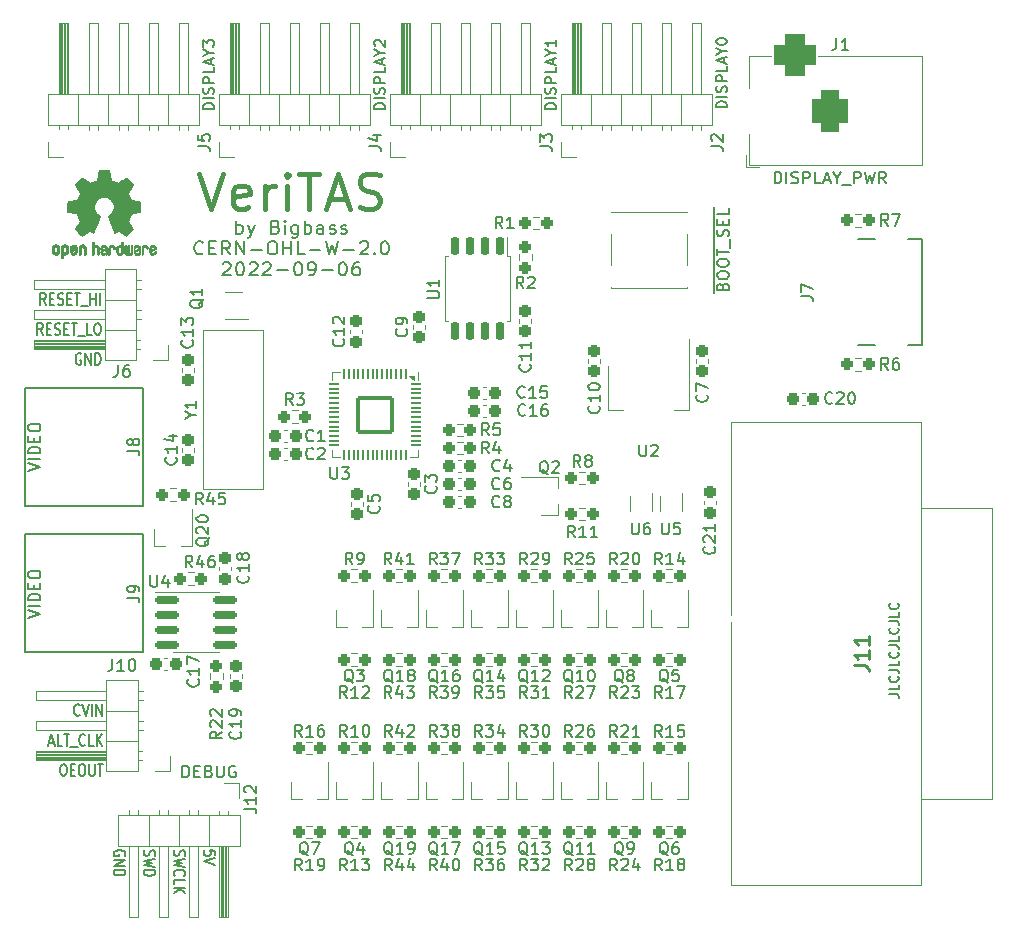
<source format=gbr>
%TF.GenerationSoftware,KiCad,Pcbnew,6.0.2+dfsg-1*%
%TF.CreationDate,2022-09-06T16:13:56-05:00*%
%TF.ProjectId,veritas,76657269-7461-4732-9e6b-696361645f70,rev?*%
%TF.SameCoordinates,Original*%
%TF.FileFunction,Legend,Top*%
%TF.FilePolarity,Positive*%
%FSLAX46Y46*%
G04 Gerber Fmt 4.6, Leading zero omitted, Abs format (unit mm)*
G04 Created by KiCad (PCBNEW 6.0.2+dfsg-1) date 2022-09-06 16:13:56*
%MOMM*%
%LPD*%
G01*
G04 APERTURE LIST*
G04 Aperture macros list*
%AMRoundRect*
0 Rectangle with rounded corners*
0 $1 Rounding radius*
0 $2 $3 $4 $5 $6 $7 $8 $9 X,Y pos of 4 corners*
0 Add a 4 corners polygon primitive as box body*
4,1,4,$2,$3,$4,$5,$6,$7,$8,$9,$2,$3,0*
0 Add four circle primitives for the rounded corners*
1,1,$1+$1,$2,$3*
1,1,$1+$1,$4,$5*
1,1,$1+$1,$6,$7*
1,1,$1+$1,$8,$9*
0 Add four rect primitives between the rounded corners*
20,1,$1+$1,$2,$3,$4,$5,0*
20,1,$1+$1,$4,$5,$6,$7,0*
20,1,$1+$1,$6,$7,$8,$9,0*
20,1,$1+$1,$8,$9,$2,$3,0*%
G04 Aperture macros list end*
%ADD10C,0.450000*%
%ADD11C,0.120000*%
%ADD12C,0.175000*%
%ADD13C,0.150000*%
%ADD14C,0.200000*%
%ADD15C,0.254000*%
%ADD16C,0.010000*%
%ADD17C,0.127000*%
%ADD18C,0.100000*%
%ADD19R,1.700000X1.700000*%
%ADD20O,1.700000X1.700000*%
%ADD21R,0.340000X0.700000*%
%ADD22RoundRect,0.237500X-0.250000X-0.237500X0.250000X-0.237500X0.250000X0.237500X-0.250000X0.237500X0*%
%ADD23RoundRect,0.237500X0.250000X0.237500X-0.250000X0.237500X-0.250000X-0.237500X0.250000X-0.237500X0*%
%ADD24R,0.800000X1.900000*%
%ADD25R,1.900000X0.800000*%
%ADD26O,3.600000X1.800000*%
%ADD27O,2.100000X4.200000*%
%ADD28RoundRect,0.237500X0.300000X0.237500X-0.300000X0.237500X-0.300000X-0.237500X0.300000X-0.237500X0*%
%ADD29RoundRect,0.237500X0.237500X-0.300000X0.237500X0.300000X-0.237500X0.300000X-0.237500X-0.300000X0*%
%ADD30C,1.650000*%
%ADD31R,1.650000X1.650000*%
%ADD32C,4.800000*%
%ADD33RoundRect,0.237500X-0.237500X0.250000X-0.237500X-0.250000X0.237500X-0.250000X0.237500X0.250000X0*%
%ADD34C,1.300000*%
%ADD35RoundRect,0.237500X-0.237500X0.300000X-0.237500X-0.300000X0.237500X-0.300000X0.237500X0.300000X0*%
%ADD36RoundRect,0.237500X-0.300000X-0.237500X0.300000X-0.237500X0.300000X0.237500X-0.300000X0.237500X0*%
%ADD37R,1.550000X1.300000*%
%ADD38RoundRect,0.150000X-0.150000X0.650000X-0.150000X-0.650000X0.150000X-0.650000X0.150000X0.650000X0*%
%ADD39O,2.100000X1.050000*%
%ADD40R,1.450000X0.600000*%
%ADD41R,1.450000X0.300000*%
%ADD42C,0.700000*%
%ADD43RoundRect,0.150000X-0.825000X-0.150000X0.825000X-0.150000X0.825000X0.150000X-0.825000X0.150000X0*%
%ADD44R,1.500000X2.000000*%
%ADD45R,3.800000X2.000000*%
%ADD46R,3.500000X3.500000*%
%ADD47RoundRect,0.750000X0.750000X1.000000X-0.750000X1.000000X-0.750000X-1.000000X0.750000X-1.000000X0*%
%ADD48RoundRect,0.875000X0.875000X0.875000X-0.875000X0.875000X-0.875000X-0.875000X0.875000X-0.875000X0*%
%ADD49R,2.000000X4.500000*%
%ADD50R,1.500000X0.400000*%
%ADD51RoundRect,0.050000X-0.050000X0.387500X-0.050000X-0.387500X0.050000X-0.387500X0.050000X0.387500X0*%
%ADD52RoundRect,0.050000X-0.387500X0.050000X-0.387500X-0.050000X0.387500X-0.050000X0.387500X0.050000X0*%
%ADD53RoundRect,0.144000X-1.456000X1.456000X-1.456000X-1.456000X1.456000X-1.456000X1.456000X1.456000X0*%
%ADD54C,0.600000*%
G04 APERTURE END LIST*
D10*
X11391285Y60316858D02*
X12391285Y57316858D01*
X13391285Y60316858D01*
X15534142Y57459715D02*
X15248428Y57316858D01*
X14677000Y57316858D01*
X14391285Y57459715D01*
X14248428Y57745429D01*
X14248428Y58888286D01*
X14391285Y59174000D01*
X14677000Y59316858D01*
X15248428Y59316858D01*
X15534142Y59174000D01*
X15677000Y58888286D01*
X15677000Y58602572D01*
X14248428Y58316858D01*
X16962714Y57316858D02*
X16962714Y59316858D01*
X16962714Y58745429D02*
X17105571Y59031143D01*
X17248428Y59174000D01*
X17534142Y59316858D01*
X17819857Y59316858D01*
X18819857Y57316858D02*
X18819857Y59316858D01*
X18819857Y60316858D02*
X18677000Y60174000D01*
X18819857Y60031143D01*
X18962714Y60174000D01*
X18819857Y60316858D01*
X18819857Y60031143D01*
X19819857Y60316858D02*
X21534142Y60316858D01*
X20677000Y57316858D02*
X20677000Y60316858D01*
X22391285Y58174000D02*
X23819857Y58174000D01*
X22105571Y57316858D02*
X23105571Y60316858D01*
X24105571Y57316858D01*
X24962714Y57459715D02*
X25391285Y57316858D01*
X26105571Y57316858D01*
X26391285Y57459715D01*
X26534142Y57602572D01*
X26677000Y57888286D01*
X26677000Y58174000D01*
X26534142Y58459715D01*
X26391285Y58602572D01*
X26105571Y58745429D01*
X25534142Y58888286D01*
X25248428Y59031143D01*
X25105571Y59174000D01*
X24962714Y59459715D01*
X24962714Y59745429D01*
X25105571Y60031143D01*
X25248428Y60174000D01*
X25534142Y60316858D01*
X26248428Y60316858D01*
X26677000Y60174000D01*
D11*
X11674526Y47066595D02*
X11674526Y46228395D01*
X16774134Y46228922D02*
X16774134Y47067122D01*
X16772424Y47066324D02*
X11674132Y47069349D01*
D12*
X6707238Y3035870D02*
X6659619Y2921584D01*
X6659619Y2731108D01*
X6707238Y2654917D01*
X6754857Y2616822D01*
X6850095Y2578727D01*
X6945333Y2578727D01*
X7040571Y2616822D01*
X7088190Y2654917D01*
X7135809Y2731108D01*
X7183428Y2883489D01*
X7231047Y2959679D01*
X7278666Y2997774D01*
X7373904Y3035870D01*
X7469142Y3035870D01*
X7564380Y2997774D01*
X7612000Y2959679D01*
X7659619Y2883489D01*
X7659619Y2693012D01*
X7612000Y2578727D01*
X7659619Y2312060D02*
X6659619Y2121584D01*
X7373904Y1969203D01*
X6659619Y1816822D01*
X7659619Y1626346D01*
X6659619Y1321584D02*
X7659619Y1321584D01*
X7659619Y1131108D01*
X7612000Y1016822D01*
X7516761Y940631D01*
X7421523Y902536D01*
X7231047Y864441D01*
X7088190Y864441D01*
X6897714Y902536D01*
X6802476Y940631D01*
X6707238Y1016822D01*
X6659619Y1131108D01*
X6659619Y1321584D01*
X9247238Y3035870D02*
X9199619Y2921584D01*
X9199619Y2731108D01*
X9247238Y2654917D01*
X9294857Y2616822D01*
X9390095Y2578727D01*
X9485333Y2578727D01*
X9580571Y2616822D01*
X9628190Y2654917D01*
X9675809Y2731108D01*
X9723428Y2883489D01*
X9771047Y2959679D01*
X9818666Y2997774D01*
X9913904Y3035870D01*
X10009142Y3035870D01*
X10104380Y2997774D01*
X10152000Y2959679D01*
X10199619Y2883489D01*
X10199619Y2693012D01*
X10152000Y2578727D01*
X10199619Y2312060D02*
X9199619Y2121584D01*
X9913904Y1969203D01*
X9199619Y1816822D01*
X10199619Y1626346D01*
X9294857Y864441D02*
X9247238Y902536D01*
X9199619Y1016822D01*
X9199619Y1093012D01*
X9247238Y1207298D01*
X9342476Y1283489D01*
X9437714Y1321584D01*
X9628190Y1359679D01*
X9771047Y1359679D01*
X9961523Y1321584D01*
X10056761Y1283489D01*
X10152000Y1207298D01*
X10199619Y1093012D01*
X10199619Y1016822D01*
X10152000Y902536D01*
X10104380Y864441D01*
X9199619Y140631D02*
X9199619Y521584D01*
X10199619Y521584D01*
X9199619Y-126035D02*
X10199619Y-126035D01*
X9199619Y-583178D02*
X9771047Y-240321D01*
X10199619Y-583178D02*
X9628190Y-126035D01*
X5072000Y2578727D02*
X5119619Y2654917D01*
X5119619Y2769203D01*
X5072000Y2883489D01*
X4976761Y2959679D01*
X4881523Y2997774D01*
X4691047Y3035870D01*
X4548190Y3035870D01*
X4357714Y2997774D01*
X4262476Y2959679D01*
X4167238Y2883489D01*
X4119619Y2769203D01*
X4119619Y2693012D01*
X4167238Y2578727D01*
X4214857Y2540631D01*
X4548190Y2540631D01*
X4548190Y2693012D01*
X4119619Y2197774D02*
X5119619Y2197774D01*
X4119619Y1740631D01*
X5119619Y1740631D01*
X4119619Y1359679D02*
X5119619Y1359679D01*
X5119619Y1169203D01*
X5072000Y1054917D01*
X4976761Y978727D01*
X4881523Y940631D01*
X4691047Y902536D01*
X4548190Y902536D01*
X4357714Y940631D01*
X4262476Y978727D01*
X4167238Y1054917D01*
X4119619Y1169203D01*
X4119619Y1359679D01*
X1359678Y45077000D02*
X1283488Y45124620D01*
X1169202Y45124620D01*
X1054916Y45077000D01*
X978726Y44981762D01*
X940630Y44886524D01*
X902535Y44696048D01*
X902535Y44553191D01*
X940630Y44362715D01*
X978726Y44267477D01*
X1054916Y44172239D01*
X1169202Y44124620D01*
X1245392Y44124620D01*
X1359678Y44172239D01*
X1397773Y44219858D01*
X1397773Y44553191D01*
X1245392Y44553191D01*
X1740630Y44124620D02*
X1740630Y45124620D01*
X2197773Y44124620D01*
X2197773Y45124620D01*
X2578726Y44124620D02*
X2578726Y45124620D01*
X2769202Y45124620D01*
X2883488Y45077000D01*
X2959678Y44981762D01*
X2997773Y44886524D01*
X3035869Y44696048D01*
X3035869Y44553191D01*
X2997773Y44362715D01*
X2959678Y44267477D01*
X2883488Y44172239D01*
X2769202Y44124620D01*
X2578726Y44124620D01*
X12739619Y2616822D02*
X12739619Y2997774D01*
X12263428Y3035870D01*
X12311047Y2997774D01*
X12358666Y2921584D01*
X12358666Y2731108D01*
X12311047Y2654917D01*
X12263428Y2616822D01*
X12168190Y2578727D01*
X11930095Y2578727D01*
X11834857Y2616822D01*
X11787238Y2654917D01*
X11739619Y2731108D01*
X11739619Y2921584D01*
X11787238Y2997774D01*
X11834857Y3035870D01*
X12739619Y2350155D02*
X11739619Y2083489D01*
X12739619Y1816822D01*
D13*
X69782904Y16272762D02*
X70354333Y16272762D01*
X70468619Y16234667D01*
X70544809Y16158477D01*
X70582904Y16044191D01*
X70582904Y15968000D01*
X70582904Y17034667D02*
X70582904Y16653715D01*
X69782904Y16653715D01*
X70506714Y17758477D02*
X70544809Y17720381D01*
X70582904Y17606096D01*
X70582904Y17529905D01*
X70544809Y17415620D01*
X70468619Y17339429D01*
X70392428Y17301334D01*
X70240047Y17263239D01*
X70125761Y17263239D01*
X69973380Y17301334D01*
X69897190Y17339429D01*
X69821000Y17415620D01*
X69782904Y17529905D01*
X69782904Y17606096D01*
X69821000Y17720381D01*
X69859095Y17758477D01*
X69782904Y18329905D02*
X70354333Y18329905D01*
X70468619Y18291810D01*
X70544809Y18215620D01*
X70582904Y18101334D01*
X70582904Y18025143D01*
X70582904Y19091810D02*
X70582904Y18710858D01*
X69782904Y18710858D01*
X70506714Y19815620D02*
X70544809Y19777524D01*
X70582904Y19663239D01*
X70582904Y19587048D01*
X70544809Y19472762D01*
X70468619Y19396572D01*
X70392428Y19358477D01*
X70240047Y19320381D01*
X70125761Y19320381D01*
X69973380Y19358477D01*
X69897190Y19396572D01*
X69821000Y19472762D01*
X69782904Y19587048D01*
X69782904Y19663239D01*
X69821000Y19777524D01*
X69859095Y19815620D01*
X69782904Y20387048D02*
X70354333Y20387048D01*
X70468619Y20348953D01*
X70544809Y20272762D01*
X70582904Y20158477D01*
X70582904Y20082286D01*
X70582904Y21148953D02*
X70582904Y20768000D01*
X69782904Y20768000D01*
X70506714Y21872762D02*
X70544809Y21834667D01*
X70582904Y21720381D01*
X70582904Y21644191D01*
X70544809Y21529905D01*
X70468619Y21453715D01*
X70392428Y21415620D01*
X70240047Y21377524D01*
X70125761Y21377524D01*
X69973380Y21415620D01*
X69897190Y21453715D01*
X69821000Y21529905D01*
X69782904Y21644191D01*
X69782904Y21720381D01*
X69821000Y21834667D01*
X69859095Y21872762D01*
X69782904Y22444191D02*
X70354333Y22444191D01*
X70468619Y22406096D01*
X70544809Y22329905D01*
X70582904Y22215620D01*
X70582904Y22139429D01*
X70582904Y23206096D02*
X70582904Y22825143D01*
X69782904Y22825143D01*
X70506714Y23929905D02*
X70544809Y23891810D01*
X70582904Y23777524D01*
X70582904Y23701334D01*
X70544809Y23587048D01*
X70468619Y23510858D01*
X70392428Y23472762D01*
X70240047Y23434667D01*
X70125761Y23434667D01*
X69973380Y23472762D01*
X69897190Y23510858D01*
X69821000Y23587048D01*
X69782904Y23701334D01*
X69782904Y23777524D01*
X69821000Y23891810D01*
X69859095Y23929905D01*
D12*
X-1878417Y46664620D02*
X-2145084Y47140810D01*
X-2335560Y46664620D02*
X-2335560Y47664620D01*
X-2030798Y47664620D01*
X-1954608Y47617000D01*
X-1916512Y47569381D01*
X-1878417Y47474143D01*
X-1878417Y47331286D01*
X-1916512Y47236048D01*
X-1954608Y47188429D01*
X-2030798Y47140810D01*
X-2335560Y47140810D01*
X-1535560Y47188429D02*
X-1268893Y47188429D01*
X-1154608Y46664620D02*
X-1535560Y46664620D01*
X-1535560Y47664620D01*
X-1154608Y47664620D01*
X-849846Y46712239D02*
X-735560Y46664620D01*
X-545084Y46664620D01*
X-468893Y46712239D01*
X-430798Y46759858D01*
X-392703Y46855096D01*
X-392703Y46950334D01*
X-430798Y47045572D01*
X-468893Y47093191D01*
X-545084Y47140810D01*
X-697465Y47188429D01*
X-773655Y47236048D01*
X-811750Y47283667D01*
X-849846Y47378905D01*
X-849846Y47474143D01*
X-811750Y47569381D01*
X-773655Y47617000D01*
X-697465Y47664620D01*
X-506989Y47664620D01*
X-392703Y47617000D01*
X-49846Y47188429D02*
X216821Y47188429D01*
X331107Y46664620D02*
X-49846Y46664620D01*
X-49846Y47664620D01*
X331107Y47664620D01*
X559678Y47664620D02*
X1016821Y47664620D01*
X788250Y46664620D02*
X788250Y47664620D01*
X1093011Y46569381D02*
X1702535Y46569381D01*
X2273964Y46664620D02*
X1893011Y46664620D01*
X1893011Y47664620D01*
X2693011Y47664620D02*
X2845392Y47664620D01*
X2921583Y47617000D01*
X2997773Y47521762D01*
X3035869Y47331286D01*
X3035869Y46997953D01*
X2997773Y46807477D01*
X2921583Y46712239D01*
X2845392Y46664620D01*
X2693011Y46664620D01*
X2616821Y46712239D01*
X2540630Y46807477D01*
X2502535Y46997953D01*
X2502535Y47331286D01*
X2540630Y47521762D01*
X2616821Y47617000D01*
X2693011Y47664620D01*
X-1611750Y49204620D02*
X-1878417Y49680810D01*
X-2068893Y49204620D02*
X-2068893Y50204620D01*
X-1764131Y50204620D01*
X-1687941Y50157000D01*
X-1649846Y50109381D01*
X-1611750Y50014143D01*
X-1611750Y49871286D01*
X-1649846Y49776048D01*
X-1687941Y49728429D01*
X-1764131Y49680810D01*
X-2068893Y49680810D01*
X-1268893Y49728429D02*
X-1002227Y49728429D01*
X-887941Y49204620D02*
X-1268893Y49204620D01*
X-1268893Y50204620D01*
X-887941Y50204620D01*
X-583179Y49252239D02*
X-468893Y49204620D01*
X-278417Y49204620D01*
X-202227Y49252239D01*
X-164131Y49299858D01*
X-126036Y49395096D01*
X-126036Y49490334D01*
X-164131Y49585572D01*
X-202227Y49633191D01*
X-278417Y49680810D01*
X-430798Y49728429D01*
X-506989Y49776048D01*
X-545084Y49823667D01*
X-583179Y49918905D01*
X-583179Y50014143D01*
X-545084Y50109381D01*
X-506989Y50157000D01*
X-430798Y50204620D01*
X-240322Y50204620D01*
X-126036Y50157000D01*
X216821Y49728429D02*
X483488Y49728429D01*
X597773Y49204620D02*
X216821Y49204620D01*
X216821Y50204620D01*
X597773Y50204620D01*
X826345Y50204620D02*
X1283488Y50204620D01*
X1054916Y49204620D02*
X1054916Y50204620D01*
X1359678Y49109381D02*
X1969202Y49109381D01*
X2159678Y49204620D02*
X2159678Y50204620D01*
X2159678Y49728429D02*
X2616821Y49728429D01*
X2616821Y49204620D02*
X2616821Y50204620D01*
X2997773Y49204620D02*
X2997773Y50204620D01*
X-1332370Y12152334D02*
X-951417Y12152334D01*
X-1408560Y11866620D02*
X-1141893Y12866620D01*
X-875227Y11866620D01*
X-227608Y11866620D02*
X-608560Y11866620D01*
X-608560Y12866620D01*
X-75227Y12866620D02*
X381916Y12866620D01*
X153345Y11866620D02*
X153345Y12866620D01*
X458107Y11771381D02*
X1067630Y11771381D01*
X1715250Y11961858D02*
X1677154Y11914239D01*
X1562869Y11866620D01*
X1486678Y11866620D01*
X1372392Y11914239D01*
X1296202Y12009477D01*
X1258107Y12104715D01*
X1220011Y12295191D01*
X1220011Y12438048D01*
X1258107Y12628524D01*
X1296202Y12723762D01*
X1372392Y12819000D01*
X1486678Y12866620D01*
X1562869Y12866620D01*
X1677154Y12819000D01*
X1715250Y12771381D01*
X2439059Y11866620D02*
X2058107Y11866620D01*
X2058107Y12866620D01*
X2705726Y11866620D02*
X2705726Y12866620D01*
X3162869Y11866620D02*
X2820011Y12438048D01*
X3162869Y12866620D02*
X2705726Y12295191D01*
X-189512Y10326620D02*
X-37131Y10326620D01*
X39059Y10279000D01*
X115250Y10183762D01*
X153345Y9993286D01*
X153345Y9659953D01*
X115250Y9469477D01*
X39059Y9374239D01*
X-37131Y9326620D01*
X-189512Y9326620D01*
X-265703Y9374239D01*
X-341893Y9469477D01*
X-379989Y9659953D01*
X-379989Y9993286D01*
X-341893Y10183762D01*
X-265703Y10279000D01*
X-189512Y10326620D01*
X496202Y9850429D02*
X762869Y9850429D01*
X877154Y9326620D02*
X496202Y9326620D01*
X496202Y10326620D01*
X877154Y10326620D01*
X1372392Y10326620D02*
X1524773Y10326620D01*
X1600964Y10279000D01*
X1677154Y10183762D01*
X1715250Y9993286D01*
X1715250Y9659953D01*
X1677154Y9469477D01*
X1600964Y9374239D01*
X1524773Y9326620D01*
X1372392Y9326620D01*
X1296202Y9374239D01*
X1220011Y9469477D01*
X1181916Y9659953D01*
X1181916Y9993286D01*
X1220011Y10183762D01*
X1296202Y10279000D01*
X1372392Y10326620D01*
X2058107Y10326620D02*
X2058107Y9517096D01*
X2096202Y9421858D01*
X2134297Y9374239D01*
X2210488Y9326620D01*
X2362869Y9326620D01*
X2439059Y9374239D01*
X2477154Y9421858D01*
X2515250Y9517096D01*
X2515250Y10326620D01*
X2781916Y10326620D02*
X3239059Y10326620D01*
X3010488Y9326620D02*
X3010488Y10326620D01*
X1258107Y14501858D02*
X1220011Y14454239D01*
X1105726Y14406620D01*
X1029535Y14406620D01*
X915250Y14454239D01*
X839059Y14549477D01*
X800964Y14644715D01*
X762869Y14835191D01*
X762869Y14978048D01*
X800964Y15168524D01*
X839059Y15263762D01*
X915250Y15359000D01*
X1029535Y15406620D01*
X1105726Y15406620D01*
X1220011Y15359000D01*
X1258107Y15311381D01*
X1486678Y15406620D02*
X1753345Y14406620D01*
X2020011Y15406620D01*
X2286678Y14406620D02*
X2286678Y15406620D01*
X2667630Y14406620D02*
X2667630Y15406620D01*
X3124773Y14406620D01*
X3124773Y15406620D01*
D14*
X14519857Y55248381D02*
X14519857Y56348381D01*
X14519857Y55929334D02*
X14634142Y55981715D01*
X14862714Y55981715D01*
X14977000Y55929334D01*
X15034142Y55876953D01*
X15091285Y55772191D01*
X15091285Y55457905D01*
X15034142Y55353143D01*
X14977000Y55300762D01*
X14862714Y55248381D01*
X14634142Y55248381D01*
X14519857Y55300762D01*
X15491285Y55981715D02*
X15777000Y55248381D01*
X16062714Y55981715D02*
X15777000Y55248381D01*
X15662714Y54986477D01*
X15605571Y54934096D01*
X15491285Y54881715D01*
X17834142Y55824572D02*
X18005571Y55772191D01*
X18062714Y55719810D01*
X18119857Y55615048D01*
X18119857Y55457905D01*
X18062714Y55353143D01*
X18005571Y55300762D01*
X17891285Y55248381D01*
X17434142Y55248381D01*
X17434142Y56348381D01*
X17834142Y56348381D01*
X17948428Y56296000D01*
X18005571Y56243620D01*
X18062714Y56138858D01*
X18062714Y56034096D01*
X18005571Y55929334D01*
X17948428Y55876953D01*
X17834142Y55824572D01*
X17434142Y55824572D01*
X18634142Y55248381D02*
X18634142Y55981715D01*
X18634142Y56348381D02*
X18577000Y56296000D01*
X18634142Y56243620D01*
X18691285Y56296000D01*
X18634142Y56348381D01*
X18634142Y56243620D01*
X19719857Y55981715D02*
X19719857Y55091239D01*
X19662714Y54986477D01*
X19605571Y54934096D01*
X19491285Y54881715D01*
X19319857Y54881715D01*
X19205571Y54934096D01*
X19719857Y55300762D02*
X19605571Y55248381D01*
X19377000Y55248381D01*
X19262714Y55300762D01*
X19205571Y55353143D01*
X19148428Y55457905D01*
X19148428Y55772191D01*
X19205571Y55876953D01*
X19262714Y55929334D01*
X19377000Y55981715D01*
X19605571Y55981715D01*
X19719857Y55929334D01*
X20291285Y55248381D02*
X20291285Y56348381D01*
X20291285Y55929334D02*
X20405571Y55981715D01*
X20634142Y55981715D01*
X20748428Y55929334D01*
X20805571Y55876953D01*
X20862714Y55772191D01*
X20862714Y55457905D01*
X20805571Y55353143D01*
X20748428Y55300762D01*
X20634142Y55248381D01*
X20405571Y55248381D01*
X20291285Y55300762D01*
X21891285Y55248381D02*
X21891285Y55824572D01*
X21834142Y55929334D01*
X21719857Y55981715D01*
X21491285Y55981715D01*
X21377000Y55929334D01*
X21891285Y55300762D02*
X21777000Y55248381D01*
X21491285Y55248381D01*
X21377000Y55300762D01*
X21319857Y55405524D01*
X21319857Y55510286D01*
X21377000Y55615048D01*
X21491285Y55667429D01*
X21777000Y55667429D01*
X21891285Y55719810D01*
X22405571Y55300762D02*
X22519857Y55248381D01*
X22748428Y55248381D01*
X22862714Y55300762D01*
X22919857Y55405524D01*
X22919857Y55457905D01*
X22862714Y55562667D01*
X22748428Y55615048D01*
X22577000Y55615048D01*
X22462714Y55667429D01*
X22405571Y55772191D01*
X22405571Y55824572D01*
X22462714Y55929334D01*
X22577000Y55981715D01*
X22748428Y55981715D01*
X22862714Y55929334D01*
X23377000Y55300762D02*
X23491285Y55248381D01*
X23719857Y55248381D01*
X23834142Y55300762D01*
X23891285Y55405524D01*
X23891285Y55457905D01*
X23834142Y55562667D01*
X23719857Y55615048D01*
X23548428Y55615048D01*
X23434142Y55667429D01*
X23377000Y55772191D01*
X23377000Y55824572D01*
X23434142Y55929334D01*
X23548428Y55981715D01*
X23719857Y55981715D01*
X23834142Y55929334D01*
X11691285Y53582143D02*
X11634142Y53529762D01*
X11462714Y53477381D01*
X11348428Y53477381D01*
X11177000Y53529762D01*
X11062714Y53634524D01*
X11005571Y53739286D01*
X10948428Y53948810D01*
X10948428Y54105953D01*
X11005571Y54315477D01*
X11062714Y54420239D01*
X11177000Y54525000D01*
X11348428Y54577381D01*
X11462714Y54577381D01*
X11634142Y54525000D01*
X11691285Y54472620D01*
X12205571Y54053572D02*
X12605571Y54053572D01*
X12777000Y53477381D02*
X12205571Y53477381D01*
X12205571Y54577381D01*
X12777000Y54577381D01*
X13977000Y53477381D02*
X13577000Y54001191D01*
X13291285Y53477381D02*
X13291285Y54577381D01*
X13748428Y54577381D01*
X13862714Y54525000D01*
X13919857Y54472620D01*
X13977000Y54367858D01*
X13977000Y54210715D01*
X13919857Y54105953D01*
X13862714Y54053572D01*
X13748428Y54001191D01*
X13291285Y54001191D01*
X14491285Y53477381D02*
X14491285Y54577381D01*
X15177000Y53477381D01*
X15177000Y54577381D01*
X15748428Y53896429D02*
X16662714Y53896429D01*
X17462714Y54577381D02*
X17691285Y54577381D01*
X17805571Y54525000D01*
X17919857Y54420239D01*
X17977000Y54210715D01*
X17977000Y53844048D01*
X17919857Y53634524D01*
X17805571Y53529762D01*
X17691285Y53477381D01*
X17462714Y53477381D01*
X17348428Y53529762D01*
X17234142Y53634524D01*
X17177000Y53844048D01*
X17177000Y54210715D01*
X17234142Y54420239D01*
X17348428Y54525000D01*
X17462714Y54577381D01*
X18491285Y53477381D02*
X18491285Y54577381D01*
X18491285Y54053572D02*
X19177000Y54053572D01*
X19177000Y53477381D02*
X19177000Y54577381D01*
X20319857Y53477381D02*
X19748428Y53477381D01*
X19748428Y54577381D01*
X20719857Y53896429D02*
X21634142Y53896429D01*
X22091285Y54577381D02*
X22377000Y53477381D01*
X22605571Y54263096D01*
X22834142Y53477381D01*
X23119857Y54577381D01*
X23577000Y53896429D02*
X24491285Y53896429D01*
X25005571Y54472620D02*
X25062714Y54525000D01*
X25177000Y54577381D01*
X25462714Y54577381D01*
X25577000Y54525000D01*
X25634142Y54472620D01*
X25691285Y54367858D01*
X25691285Y54263096D01*
X25634142Y54105953D01*
X24948428Y53477381D01*
X25691285Y53477381D01*
X26205571Y53582143D02*
X26262714Y53529762D01*
X26205571Y53477381D01*
X26148428Y53529762D01*
X26205571Y53582143D01*
X26205571Y53477381D01*
X27005571Y54577381D02*
X27119857Y54577381D01*
X27234142Y54525000D01*
X27291285Y54472620D01*
X27348428Y54367858D01*
X27405571Y54158334D01*
X27405571Y53896429D01*
X27348428Y53686905D01*
X27291285Y53582143D01*
X27234142Y53529762D01*
X27119857Y53477381D01*
X27005571Y53477381D01*
X26891285Y53529762D01*
X26834142Y53582143D01*
X26777000Y53686905D01*
X26719857Y53896429D01*
X26719857Y54158334D01*
X26777000Y54367858D01*
X26834142Y54472620D01*
X26891285Y54525000D01*
X27005571Y54577381D01*
X13348428Y52701620D02*
X13405571Y52754000D01*
X13519857Y52806381D01*
X13805571Y52806381D01*
X13919857Y52754000D01*
X13977000Y52701620D01*
X14034142Y52596858D01*
X14034142Y52492096D01*
X13977000Y52334953D01*
X13291285Y51706381D01*
X14034142Y51706381D01*
X14777000Y52806381D02*
X14891285Y52806381D01*
X15005571Y52754000D01*
X15062714Y52701620D01*
X15119857Y52596858D01*
X15177000Y52387334D01*
X15177000Y52125429D01*
X15119857Y51915905D01*
X15062714Y51811143D01*
X15005571Y51758762D01*
X14891285Y51706381D01*
X14777000Y51706381D01*
X14662714Y51758762D01*
X14605571Y51811143D01*
X14548428Y51915905D01*
X14491285Y52125429D01*
X14491285Y52387334D01*
X14548428Y52596858D01*
X14605571Y52701620D01*
X14662714Y52754000D01*
X14777000Y52806381D01*
X15634142Y52701620D02*
X15691285Y52754000D01*
X15805571Y52806381D01*
X16091285Y52806381D01*
X16205571Y52754000D01*
X16262714Y52701620D01*
X16319857Y52596858D01*
X16319857Y52492096D01*
X16262714Y52334953D01*
X15577000Y51706381D01*
X16319857Y51706381D01*
X16777000Y52701620D02*
X16834142Y52754000D01*
X16948428Y52806381D01*
X17234142Y52806381D01*
X17348428Y52754000D01*
X17405571Y52701620D01*
X17462714Y52596858D01*
X17462714Y52492096D01*
X17405571Y52334953D01*
X16719857Y51706381D01*
X17462714Y51706381D01*
X17977000Y52125429D02*
X18891285Y52125429D01*
X19691285Y52806381D02*
X19805571Y52806381D01*
X19919857Y52754000D01*
X19977000Y52701620D01*
X20034142Y52596858D01*
X20091285Y52387334D01*
X20091285Y52125429D01*
X20034142Y51915905D01*
X19977000Y51811143D01*
X19919857Y51758762D01*
X19805571Y51706381D01*
X19691285Y51706381D01*
X19577000Y51758762D01*
X19519857Y51811143D01*
X19462714Y51915905D01*
X19405571Y52125429D01*
X19405571Y52387334D01*
X19462714Y52596858D01*
X19519857Y52701620D01*
X19577000Y52754000D01*
X19691285Y52806381D01*
X20662714Y51706381D02*
X20891285Y51706381D01*
X21005571Y51758762D01*
X21062714Y51811143D01*
X21177000Y51968286D01*
X21234142Y52177810D01*
X21234142Y52596858D01*
X21177000Y52701620D01*
X21119857Y52754000D01*
X21005571Y52806381D01*
X20777000Y52806381D01*
X20662714Y52754000D01*
X20605571Y52701620D01*
X20548428Y52596858D01*
X20548428Y52334953D01*
X20605571Y52230191D01*
X20662714Y52177810D01*
X20777000Y52125429D01*
X21005571Y52125429D01*
X21119857Y52177810D01*
X21177000Y52230191D01*
X21234142Y52334953D01*
X21748428Y52125429D02*
X22662714Y52125429D01*
X23462714Y52806381D02*
X23577000Y52806381D01*
X23691285Y52754000D01*
X23748428Y52701620D01*
X23805571Y52596858D01*
X23862714Y52387334D01*
X23862714Y52125429D01*
X23805571Y51915905D01*
X23748428Y51811143D01*
X23691285Y51758762D01*
X23577000Y51706381D01*
X23462714Y51706381D01*
X23348428Y51758762D01*
X23291285Y51811143D01*
X23234142Y51915905D01*
X23177000Y52125429D01*
X23177000Y52387334D01*
X23234142Y52596858D01*
X23291285Y52701620D01*
X23348428Y52754000D01*
X23462714Y52806381D01*
X24891285Y52806381D02*
X24662714Y52806381D01*
X24548428Y52754000D01*
X24491285Y52701620D01*
X24377000Y52544477D01*
X24319857Y52334953D01*
X24319857Y51915905D01*
X24377000Y51811143D01*
X24434142Y51758762D01*
X24548428Y51706381D01*
X24777000Y51706381D01*
X24891285Y51758762D01*
X24948428Y51811143D01*
X25005571Y51915905D01*
X25005571Y52177810D01*
X24948428Y52282572D01*
X24891285Y52334953D01*
X24777000Y52387334D01*
X24548428Y52387334D01*
X24434142Y52334953D01*
X24377000Y52282572D01*
X24319857Y52177810D01*
D13*
%TO.C,J12*%
X15200380Y6556477D02*
X15914666Y6556477D01*
X16057523Y6508858D01*
X16152761Y6413620D01*
X16200380Y6270762D01*
X16200380Y6175524D01*
X16200380Y7556477D02*
X16200380Y6985048D01*
X16200380Y7270762D02*
X15200380Y7270762D01*
X15343238Y7175524D01*
X15438476Y7080286D01*
X15486095Y6985048D01*
X15295619Y7937429D02*
X15248000Y7985048D01*
X15200380Y8080286D01*
X15200380Y8318381D01*
X15248000Y8413620D01*
X15295619Y8461239D01*
X15390857Y8508858D01*
X15486095Y8508858D01*
X15628952Y8461239D01*
X16200380Y7889810D01*
X16200380Y8508858D01*
X9953904Y9199620D02*
X9953904Y10199620D01*
X10192000Y10199620D01*
X10334857Y10152000D01*
X10430095Y10056762D01*
X10477714Y9961524D01*
X10525333Y9771048D01*
X10525333Y9628191D01*
X10477714Y9437715D01*
X10430095Y9342477D01*
X10334857Y9247239D01*
X10192000Y9199620D01*
X9953904Y9199620D01*
X10953904Y9723429D02*
X11287238Y9723429D01*
X11430095Y9199620D02*
X10953904Y9199620D01*
X10953904Y10199620D01*
X11430095Y10199620D01*
X12192000Y9723429D02*
X12334857Y9675810D01*
X12382476Y9628191D01*
X12430095Y9532953D01*
X12430095Y9390096D01*
X12382476Y9294858D01*
X12334857Y9247239D01*
X12239619Y9199620D01*
X11858666Y9199620D01*
X11858666Y10199620D01*
X12192000Y10199620D01*
X12287238Y10152000D01*
X12334857Y10104381D01*
X12382476Y10009143D01*
X12382476Y9913905D01*
X12334857Y9818667D01*
X12287238Y9771048D01*
X12192000Y9723429D01*
X11858666Y9723429D01*
X12858666Y10199620D02*
X12858666Y9390096D01*
X12906285Y9294858D01*
X12953904Y9247239D01*
X13049142Y9199620D01*
X13239619Y9199620D01*
X13334857Y9247239D01*
X13382476Y9294858D01*
X13430095Y9390096D01*
X13430095Y10199620D01*
X14430095Y10152000D02*
X14334857Y10199620D01*
X14192000Y10199620D01*
X14049142Y10152000D01*
X13953904Y10056762D01*
X13906285Y9961524D01*
X13858666Y9771048D01*
X13858666Y9628191D01*
X13906285Y9437715D01*
X13953904Y9342477D01*
X14049142Y9247239D01*
X14192000Y9199620D01*
X14287238Y9199620D01*
X14430095Y9247239D01*
X14477714Y9294858D01*
X14477714Y9628191D01*
X14287238Y9628191D01*
%TO.C,U6*%
X48006095Y30773620D02*
X48006095Y29964096D01*
X48053714Y29868858D01*
X48101333Y29821239D01*
X48196571Y29773620D01*
X48387047Y29773620D01*
X48482285Y29821239D01*
X48529904Y29868858D01*
X48577523Y29964096D01*
X48577523Y30773620D01*
X49482285Y30773620D02*
X49291809Y30773620D01*
X49196571Y30726000D01*
X49148952Y30678381D01*
X49053714Y30535524D01*
X49006095Y30345048D01*
X49006095Y29964096D01*
X49053714Y29868858D01*
X49101333Y29821239D01*
X49196571Y29773620D01*
X49387047Y29773620D01*
X49482285Y29821239D01*
X49529904Y29868858D01*
X49577523Y29964096D01*
X49577523Y30202191D01*
X49529904Y30297429D01*
X49482285Y30345048D01*
X49387047Y30392667D01*
X49196571Y30392667D01*
X49101333Y30345048D01*
X49053714Y30297429D01*
X49006095Y30202191D01*
%TO.C,U5*%
X50546095Y30773620D02*
X50546095Y29964096D01*
X50593714Y29868858D01*
X50641333Y29821239D01*
X50736571Y29773620D01*
X50927047Y29773620D01*
X51022285Y29821239D01*
X51069904Y29868858D01*
X51117523Y29964096D01*
X51117523Y30773620D01*
X52069904Y30773620D02*
X51593714Y30773620D01*
X51546095Y30297429D01*
X51593714Y30345048D01*
X51688952Y30392667D01*
X51927047Y30392667D01*
X52022285Y30345048D01*
X52069904Y30297429D01*
X52117523Y30202191D01*
X52117523Y29964096D01*
X52069904Y29868858D01*
X52022285Y29821239D01*
X51927047Y29773620D01*
X51688952Y29773620D01*
X51593714Y29821239D01*
X51546095Y29868858D01*
%TO.C,R46*%
X10787142Y26979620D02*
X10453809Y27455810D01*
X10215714Y26979620D02*
X10215714Y27979620D01*
X10596666Y27979620D01*
X10691904Y27932000D01*
X10739523Y27884381D01*
X10787142Y27789143D01*
X10787142Y27646286D01*
X10739523Y27551048D01*
X10691904Y27503429D01*
X10596666Y27455810D01*
X10215714Y27455810D01*
X11644285Y27646286D02*
X11644285Y26979620D01*
X11406190Y28027239D02*
X11168095Y27312953D01*
X11787142Y27312953D01*
X12596666Y27979620D02*
X12406190Y27979620D01*
X12310952Y27932000D01*
X12263333Y27884381D01*
X12168095Y27741524D01*
X12120476Y27551048D01*
X12120476Y27170096D01*
X12168095Y27074858D01*
X12215714Y27027239D01*
X12310952Y26979620D01*
X12501428Y26979620D01*
X12596666Y27027239D01*
X12644285Y27074858D01*
X12691904Y27170096D01*
X12691904Y27408191D01*
X12644285Y27503429D01*
X12596666Y27551048D01*
X12501428Y27598667D01*
X12310952Y27598667D01*
X12215714Y27551048D01*
X12168095Y27503429D01*
X12120476Y27408191D01*
%TO.C,R44*%
X27678142Y1325620D02*
X27344809Y1801810D01*
X27106714Y1325620D02*
X27106714Y2325620D01*
X27487666Y2325620D01*
X27582904Y2278000D01*
X27630523Y2230381D01*
X27678142Y2135143D01*
X27678142Y1992286D01*
X27630523Y1897048D01*
X27582904Y1849429D01*
X27487666Y1801810D01*
X27106714Y1801810D01*
X28535285Y1992286D02*
X28535285Y1325620D01*
X28297190Y2373239D02*
X28059095Y1658953D01*
X28678142Y1658953D01*
X29487666Y1992286D02*
X29487666Y1325620D01*
X29249571Y2373239D02*
X29011476Y1658953D01*
X29630523Y1658953D01*
%TO.C,R43*%
X27647142Y15938620D02*
X27313809Y16414810D01*
X27075714Y15938620D02*
X27075714Y16938620D01*
X27456666Y16938620D01*
X27551904Y16891000D01*
X27599523Y16843381D01*
X27647142Y16748143D01*
X27647142Y16605286D01*
X27599523Y16510048D01*
X27551904Y16462429D01*
X27456666Y16414810D01*
X27075714Y16414810D01*
X28504285Y16605286D02*
X28504285Y15938620D01*
X28266190Y16986239D02*
X28028095Y16271953D01*
X28647142Y16271953D01*
X28932857Y16938620D02*
X29551904Y16938620D01*
X29218571Y16557667D01*
X29361428Y16557667D01*
X29456666Y16510048D01*
X29504285Y16462429D01*
X29551904Y16367191D01*
X29551904Y16129096D01*
X29504285Y16033858D01*
X29456666Y15986239D01*
X29361428Y15938620D01*
X29075714Y15938620D01*
X28980476Y15986239D01*
X28932857Y16033858D01*
%TO.C,R42*%
X27678142Y12661620D02*
X27344809Y13137810D01*
X27106714Y12661620D02*
X27106714Y13661620D01*
X27487666Y13661620D01*
X27582904Y13614000D01*
X27630523Y13566381D01*
X27678142Y13471143D01*
X27678142Y13328286D01*
X27630523Y13233048D01*
X27582904Y13185429D01*
X27487666Y13137810D01*
X27106714Y13137810D01*
X28535285Y13328286D02*
X28535285Y12661620D01*
X28297190Y13709239D02*
X28059095Y12994953D01*
X28678142Y12994953D01*
X29011476Y13566381D02*
X29059095Y13614000D01*
X29154333Y13661620D01*
X29392428Y13661620D01*
X29487666Y13614000D01*
X29535285Y13566381D01*
X29582904Y13471143D01*
X29582904Y13375905D01*
X29535285Y13233048D01*
X28963857Y12661620D01*
X29582904Y12661620D01*
%TO.C,R41*%
X27631142Y27233620D02*
X27297809Y27709810D01*
X27059714Y27233620D02*
X27059714Y28233620D01*
X27440666Y28233620D01*
X27535904Y28186000D01*
X27583523Y28138381D01*
X27631142Y28043143D01*
X27631142Y27900286D01*
X27583523Y27805048D01*
X27535904Y27757429D01*
X27440666Y27709810D01*
X27059714Y27709810D01*
X28488285Y27900286D02*
X28488285Y27233620D01*
X28250190Y28281239D02*
X28012095Y27566953D01*
X28631142Y27566953D01*
X29535904Y27233620D02*
X28964476Y27233620D01*
X29250190Y27233620D02*
X29250190Y28233620D01*
X29154952Y28090762D01*
X29059714Y27995524D01*
X28964476Y27947905D01*
%TO.C,R40*%
X31488142Y1325620D02*
X31154809Y1801810D01*
X30916714Y1325620D02*
X30916714Y2325620D01*
X31297666Y2325620D01*
X31392904Y2278000D01*
X31440523Y2230381D01*
X31488142Y2135143D01*
X31488142Y1992286D01*
X31440523Y1897048D01*
X31392904Y1849429D01*
X31297666Y1801810D01*
X30916714Y1801810D01*
X32345285Y1992286D02*
X32345285Y1325620D01*
X32107190Y2373239D02*
X31869095Y1658953D01*
X32488142Y1658953D01*
X33059571Y2325620D02*
X33154809Y2325620D01*
X33250047Y2278000D01*
X33297666Y2230381D01*
X33345285Y2135143D01*
X33392904Y1944667D01*
X33392904Y1706572D01*
X33345285Y1516096D01*
X33297666Y1420858D01*
X33250047Y1373239D01*
X33154809Y1325620D01*
X33059571Y1325620D01*
X32964333Y1373239D01*
X32916714Y1420858D01*
X32869095Y1516096D01*
X32821476Y1706572D01*
X32821476Y1944667D01*
X32869095Y2135143D01*
X32916714Y2230381D01*
X32964333Y2278000D01*
X33059571Y2325620D01*
%TO.C,R39*%
X31464642Y15930620D02*
X31131309Y16406810D01*
X30893214Y15930620D02*
X30893214Y16930620D01*
X31274166Y16930620D01*
X31369404Y16883000D01*
X31417023Y16835381D01*
X31464642Y16740143D01*
X31464642Y16597286D01*
X31417023Y16502048D01*
X31369404Y16454429D01*
X31274166Y16406810D01*
X30893214Y16406810D01*
X31797976Y16930620D02*
X32417023Y16930620D01*
X32083690Y16549667D01*
X32226547Y16549667D01*
X32321785Y16502048D01*
X32369404Y16454429D01*
X32417023Y16359191D01*
X32417023Y16121096D01*
X32369404Y16025858D01*
X32321785Y15978239D01*
X32226547Y15930620D01*
X31940833Y15930620D01*
X31845595Y15978239D01*
X31797976Y16025858D01*
X32893214Y15930620D02*
X33083690Y15930620D01*
X33178928Y15978239D01*
X33226547Y16025858D01*
X33321785Y16168715D01*
X33369404Y16359191D01*
X33369404Y16740143D01*
X33321785Y16835381D01*
X33274166Y16883000D01*
X33178928Y16930620D01*
X32988452Y16930620D01*
X32893214Y16883000D01*
X32845595Y16835381D01*
X32797976Y16740143D01*
X32797976Y16502048D01*
X32845595Y16406810D01*
X32893214Y16359191D01*
X32988452Y16311572D01*
X33178928Y16311572D01*
X33274166Y16359191D01*
X33321785Y16406810D01*
X33369404Y16502048D01*
%TO.C,R38*%
X31488142Y12661620D02*
X31154809Y13137810D01*
X30916714Y12661620D02*
X30916714Y13661620D01*
X31297666Y13661620D01*
X31392904Y13614000D01*
X31440523Y13566381D01*
X31488142Y13471143D01*
X31488142Y13328286D01*
X31440523Y13233048D01*
X31392904Y13185429D01*
X31297666Y13137810D01*
X30916714Y13137810D01*
X31821476Y13661620D02*
X32440523Y13661620D01*
X32107190Y13280667D01*
X32250047Y13280667D01*
X32345285Y13233048D01*
X32392904Y13185429D01*
X32440523Y13090191D01*
X32440523Y12852096D01*
X32392904Y12756858D01*
X32345285Y12709239D01*
X32250047Y12661620D01*
X31964333Y12661620D01*
X31869095Y12709239D01*
X31821476Y12756858D01*
X33011952Y13233048D02*
X32916714Y13280667D01*
X32869095Y13328286D01*
X32821476Y13423524D01*
X32821476Y13471143D01*
X32869095Y13566381D01*
X32916714Y13614000D01*
X33011952Y13661620D01*
X33202428Y13661620D01*
X33297666Y13614000D01*
X33345285Y13566381D01*
X33392904Y13471143D01*
X33392904Y13423524D01*
X33345285Y13328286D01*
X33297666Y13280667D01*
X33202428Y13233048D01*
X33011952Y13233048D01*
X32916714Y13185429D01*
X32869095Y13137810D01*
X32821476Y13042572D01*
X32821476Y12852096D01*
X32869095Y12756858D01*
X32916714Y12709239D01*
X33011952Y12661620D01*
X33202428Y12661620D01*
X33297666Y12709239D01*
X33345285Y12756858D01*
X33392904Y12852096D01*
X33392904Y13042572D01*
X33345285Y13137810D01*
X33297666Y13185429D01*
X33202428Y13233048D01*
%TO.C,R37*%
X31464642Y27233620D02*
X31131309Y27709810D01*
X30893214Y27233620D02*
X30893214Y28233620D01*
X31274166Y28233620D01*
X31369404Y28186000D01*
X31417023Y28138381D01*
X31464642Y28043143D01*
X31464642Y27900286D01*
X31417023Y27805048D01*
X31369404Y27757429D01*
X31274166Y27709810D01*
X30893214Y27709810D01*
X31797976Y28233620D02*
X32417023Y28233620D01*
X32083690Y27852667D01*
X32226547Y27852667D01*
X32321785Y27805048D01*
X32369404Y27757429D01*
X32417023Y27662191D01*
X32417023Y27424096D01*
X32369404Y27328858D01*
X32321785Y27281239D01*
X32226547Y27233620D01*
X31940833Y27233620D01*
X31845595Y27281239D01*
X31797976Y27328858D01*
X32750357Y28233620D02*
X33417023Y28233620D01*
X32988452Y27233620D01*
%TO.C,R36*%
X35298142Y1325620D02*
X34964809Y1801810D01*
X34726714Y1325620D02*
X34726714Y2325620D01*
X35107666Y2325620D01*
X35202904Y2278000D01*
X35250523Y2230381D01*
X35298142Y2135143D01*
X35298142Y1992286D01*
X35250523Y1897048D01*
X35202904Y1849429D01*
X35107666Y1801810D01*
X34726714Y1801810D01*
X35631476Y2325620D02*
X36250523Y2325620D01*
X35917190Y1944667D01*
X36060047Y1944667D01*
X36155285Y1897048D01*
X36202904Y1849429D01*
X36250523Y1754191D01*
X36250523Y1516096D01*
X36202904Y1420858D01*
X36155285Y1373239D01*
X36060047Y1325620D01*
X35774333Y1325620D01*
X35679095Y1373239D01*
X35631476Y1420858D01*
X37107666Y2325620D02*
X36917190Y2325620D01*
X36821952Y2278000D01*
X36774333Y2230381D01*
X36679095Y2087524D01*
X36631476Y1897048D01*
X36631476Y1516096D01*
X36679095Y1420858D01*
X36726714Y1373239D01*
X36821952Y1325620D01*
X37012428Y1325620D01*
X37107666Y1373239D01*
X37155285Y1420858D01*
X37202904Y1516096D01*
X37202904Y1754191D01*
X37155285Y1849429D01*
X37107666Y1897048D01*
X37012428Y1944667D01*
X36821952Y1944667D01*
X36726714Y1897048D01*
X36679095Y1849429D01*
X36631476Y1754191D01*
%TO.C,R35*%
X35298142Y15930620D02*
X34964809Y16406810D01*
X34726714Y15930620D02*
X34726714Y16930620D01*
X35107666Y16930620D01*
X35202904Y16883000D01*
X35250523Y16835381D01*
X35298142Y16740143D01*
X35298142Y16597286D01*
X35250523Y16502048D01*
X35202904Y16454429D01*
X35107666Y16406810D01*
X34726714Y16406810D01*
X35631476Y16930620D02*
X36250523Y16930620D01*
X35917190Y16549667D01*
X36060047Y16549667D01*
X36155285Y16502048D01*
X36202904Y16454429D01*
X36250523Y16359191D01*
X36250523Y16121096D01*
X36202904Y16025858D01*
X36155285Y15978239D01*
X36060047Y15930620D01*
X35774333Y15930620D01*
X35679095Y15978239D01*
X35631476Y16025858D01*
X37155285Y16930620D02*
X36679095Y16930620D01*
X36631476Y16454429D01*
X36679095Y16502048D01*
X36774333Y16549667D01*
X37012428Y16549667D01*
X37107666Y16502048D01*
X37155285Y16454429D01*
X37202904Y16359191D01*
X37202904Y16121096D01*
X37155285Y16025858D01*
X37107666Y15978239D01*
X37012428Y15930620D01*
X36774333Y15930620D01*
X36679095Y15978239D01*
X36631476Y16025858D01*
%TO.C,R34*%
X35298142Y12661620D02*
X34964809Y13137810D01*
X34726714Y12661620D02*
X34726714Y13661620D01*
X35107666Y13661620D01*
X35202904Y13614000D01*
X35250523Y13566381D01*
X35298142Y13471143D01*
X35298142Y13328286D01*
X35250523Y13233048D01*
X35202904Y13185429D01*
X35107666Y13137810D01*
X34726714Y13137810D01*
X35631476Y13661620D02*
X36250523Y13661620D01*
X35917190Y13280667D01*
X36060047Y13280667D01*
X36155285Y13233048D01*
X36202904Y13185429D01*
X36250523Y13090191D01*
X36250523Y12852096D01*
X36202904Y12756858D01*
X36155285Y12709239D01*
X36060047Y12661620D01*
X35774333Y12661620D01*
X35679095Y12709239D01*
X35631476Y12756858D01*
X37107666Y13328286D02*
X37107666Y12661620D01*
X36869571Y13709239D02*
X36631476Y12994953D01*
X37250523Y12994953D01*
%TO.C,R33*%
X35298142Y27233620D02*
X34964809Y27709810D01*
X34726714Y27233620D02*
X34726714Y28233620D01*
X35107666Y28233620D01*
X35202904Y28186000D01*
X35250523Y28138381D01*
X35298142Y28043143D01*
X35298142Y27900286D01*
X35250523Y27805048D01*
X35202904Y27757429D01*
X35107666Y27709810D01*
X34726714Y27709810D01*
X35631476Y28233620D02*
X36250523Y28233620D01*
X35917190Y27852667D01*
X36060047Y27852667D01*
X36155285Y27805048D01*
X36202904Y27757429D01*
X36250523Y27662191D01*
X36250523Y27424096D01*
X36202904Y27328858D01*
X36155285Y27281239D01*
X36060047Y27233620D01*
X35774333Y27233620D01*
X35679095Y27281239D01*
X35631476Y27328858D01*
X36583857Y28233620D02*
X37202904Y28233620D01*
X36869571Y27852667D01*
X37012428Y27852667D01*
X37107666Y27805048D01*
X37155285Y27757429D01*
X37202904Y27662191D01*
X37202904Y27424096D01*
X37155285Y27328858D01*
X37107666Y27281239D01*
X37012428Y27233620D01*
X36726714Y27233620D01*
X36631476Y27281239D01*
X36583857Y27328858D01*
%TO.C,R32*%
X39108142Y1325620D02*
X38774809Y1801810D01*
X38536714Y1325620D02*
X38536714Y2325620D01*
X38917666Y2325620D01*
X39012904Y2278000D01*
X39060523Y2230381D01*
X39108142Y2135143D01*
X39108142Y1992286D01*
X39060523Y1897048D01*
X39012904Y1849429D01*
X38917666Y1801810D01*
X38536714Y1801810D01*
X39441476Y2325620D02*
X40060523Y2325620D01*
X39727190Y1944667D01*
X39870047Y1944667D01*
X39965285Y1897048D01*
X40012904Y1849429D01*
X40060523Y1754191D01*
X40060523Y1516096D01*
X40012904Y1420858D01*
X39965285Y1373239D01*
X39870047Y1325620D01*
X39584333Y1325620D01*
X39489095Y1373239D01*
X39441476Y1420858D01*
X40441476Y2230381D02*
X40489095Y2278000D01*
X40584333Y2325620D01*
X40822428Y2325620D01*
X40917666Y2278000D01*
X40965285Y2230381D01*
X41012904Y2135143D01*
X41012904Y2039905D01*
X40965285Y1897048D01*
X40393857Y1325620D01*
X41012904Y1325620D01*
%TO.C,R31*%
X39108142Y15930620D02*
X38774809Y16406810D01*
X38536714Y15930620D02*
X38536714Y16930620D01*
X38917666Y16930620D01*
X39012904Y16883000D01*
X39060523Y16835381D01*
X39108142Y16740143D01*
X39108142Y16597286D01*
X39060523Y16502048D01*
X39012904Y16454429D01*
X38917666Y16406810D01*
X38536714Y16406810D01*
X39441476Y16930620D02*
X40060523Y16930620D01*
X39727190Y16549667D01*
X39870047Y16549667D01*
X39965285Y16502048D01*
X40012904Y16454429D01*
X40060523Y16359191D01*
X40060523Y16121096D01*
X40012904Y16025858D01*
X39965285Y15978239D01*
X39870047Y15930620D01*
X39584333Y15930620D01*
X39489095Y15978239D01*
X39441476Y16025858D01*
X41012904Y15930620D02*
X40441476Y15930620D01*
X40727190Y15930620D02*
X40727190Y16930620D01*
X40631952Y16787762D01*
X40536714Y16692524D01*
X40441476Y16644905D01*
%TO.C,R30*%
X39108142Y12661620D02*
X38774809Y13137810D01*
X38536714Y12661620D02*
X38536714Y13661620D01*
X38917666Y13661620D01*
X39012904Y13614000D01*
X39060523Y13566381D01*
X39108142Y13471143D01*
X39108142Y13328286D01*
X39060523Y13233048D01*
X39012904Y13185429D01*
X38917666Y13137810D01*
X38536714Y13137810D01*
X39441476Y13661620D02*
X40060523Y13661620D01*
X39727190Y13280667D01*
X39870047Y13280667D01*
X39965285Y13233048D01*
X40012904Y13185429D01*
X40060523Y13090191D01*
X40060523Y12852096D01*
X40012904Y12756858D01*
X39965285Y12709239D01*
X39870047Y12661620D01*
X39584333Y12661620D01*
X39489095Y12709239D01*
X39441476Y12756858D01*
X40679571Y13661620D02*
X40774809Y13661620D01*
X40870047Y13614000D01*
X40917666Y13566381D01*
X40965285Y13471143D01*
X41012904Y13280667D01*
X41012904Y13042572D01*
X40965285Y12852096D01*
X40917666Y12756858D01*
X40870047Y12709239D01*
X40774809Y12661620D01*
X40679571Y12661620D01*
X40584333Y12709239D01*
X40536714Y12756858D01*
X40489095Y12852096D01*
X40441476Y13042572D01*
X40441476Y13280667D01*
X40489095Y13471143D01*
X40536714Y13566381D01*
X40584333Y13614000D01*
X40679571Y13661620D01*
%TO.C,R29*%
X39108142Y27233620D02*
X38774809Y27709810D01*
X38536714Y27233620D02*
X38536714Y28233620D01*
X38917666Y28233620D01*
X39012904Y28186000D01*
X39060523Y28138381D01*
X39108142Y28043143D01*
X39108142Y27900286D01*
X39060523Y27805048D01*
X39012904Y27757429D01*
X38917666Y27709810D01*
X38536714Y27709810D01*
X39489095Y28138381D02*
X39536714Y28186000D01*
X39631952Y28233620D01*
X39870047Y28233620D01*
X39965285Y28186000D01*
X40012904Y28138381D01*
X40060523Y28043143D01*
X40060523Y27947905D01*
X40012904Y27805048D01*
X39441476Y27233620D01*
X40060523Y27233620D01*
X40536714Y27233620D02*
X40727190Y27233620D01*
X40822428Y27281239D01*
X40870047Y27328858D01*
X40965285Y27471715D01*
X41012904Y27662191D01*
X41012904Y28043143D01*
X40965285Y28138381D01*
X40917666Y28186000D01*
X40822428Y28233620D01*
X40631952Y28233620D01*
X40536714Y28186000D01*
X40489095Y28138381D01*
X40441476Y28043143D01*
X40441476Y27805048D01*
X40489095Y27709810D01*
X40536714Y27662191D01*
X40631952Y27614572D01*
X40822428Y27614572D01*
X40917666Y27662191D01*
X40965285Y27709810D01*
X41012904Y27805048D01*
%TO.C,R28*%
X42918142Y1325620D02*
X42584809Y1801810D01*
X42346714Y1325620D02*
X42346714Y2325620D01*
X42727666Y2325620D01*
X42822904Y2278000D01*
X42870523Y2230381D01*
X42918142Y2135143D01*
X42918142Y1992286D01*
X42870523Y1897048D01*
X42822904Y1849429D01*
X42727666Y1801810D01*
X42346714Y1801810D01*
X43299095Y2230381D02*
X43346714Y2278000D01*
X43441952Y2325620D01*
X43680047Y2325620D01*
X43775285Y2278000D01*
X43822904Y2230381D01*
X43870523Y2135143D01*
X43870523Y2039905D01*
X43822904Y1897048D01*
X43251476Y1325620D01*
X43870523Y1325620D01*
X44441952Y1897048D02*
X44346714Y1944667D01*
X44299095Y1992286D01*
X44251476Y2087524D01*
X44251476Y2135143D01*
X44299095Y2230381D01*
X44346714Y2278000D01*
X44441952Y2325620D01*
X44632428Y2325620D01*
X44727666Y2278000D01*
X44775285Y2230381D01*
X44822904Y2135143D01*
X44822904Y2087524D01*
X44775285Y1992286D01*
X44727666Y1944667D01*
X44632428Y1897048D01*
X44441952Y1897048D01*
X44346714Y1849429D01*
X44299095Y1801810D01*
X44251476Y1706572D01*
X44251476Y1516096D01*
X44299095Y1420858D01*
X44346714Y1373239D01*
X44441952Y1325620D01*
X44632428Y1325620D01*
X44727666Y1373239D01*
X44775285Y1420858D01*
X44822904Y1516096D01*
X44822904Y1706572D01*
X44775285Y1801810D01*
X44727666Y1849429D01*
X44632428Y1897048D01*
%TO.C,R27*%
X42918142Y15930620D02*
X42584809Y16406810D01*
X42346714Y15930620D02*
X42346714Y16930620D01*
X42727666Y16930620D01*
X42822904Y16883000D01*
X42870523Y16835381D01*
X42918142Y16740143D01*
X42918142Y16597286D01*
X42870523Y16502048D01*
X42822904Y16454429D01*
X42727666Y16406810D01*
X42346714Y16406810D01*
X43299095Y16835381D02*
X43346714Y16883000D01*
X43441952Y16930620D01*
X43680047Y16930620D01*
X43775285Y16883000D01*
X43822904Y16835381D01*
X43870523Y16740143D01*
X43870523Y16644905D01*
X43822904Y16502048D01*
X43251476Y15930620D01*
X43870523Y15930620D01*
X44203857Y16930620D02*
X44870523Y16930620D01*
X44441952Y15930620D01*
%TO.C,R26*%
X42918142Y12661620D02*
X42584809Y13137810D01*
X42346714Y12661620D02*
X42346714Y13661620D01*
X42727666Y13661620D01*
X42822904Y13614000D01*
X42870523Y13566381D01*
X42918142Y13471143D01*
X42918142Y13328286D01*
X42870523Y13233048D01*
X42822904Y13185429D01*
X42727666Y13137810D01*
X42346714Y13137810D01*
X43299095Y13566381D02*
X43346714Y13614000D01*
X43441952Y13661620D01*
X43680047Y13661620D01*
X43775285Y13614000D01*
X43822904Y13566381D01*
X43870523Y13471143D01*
X43870523Y13375905D01*
X43822904Y13233048D01*
X43251476Y12661620D01*
X43870523Y12661620D01*
X44727666Y13661620D02*
X44537190Y13661620D01*
X44441952Y13614000D01*
X44394333Y13566381D01*
X44299095Y13423524D01*
X44251476Y13233048D01*
X44251476Y12852096D01*
X44299095Y12756858D01*
X44346714Y12709239D01*
X44441952Y12661620D01*
X44632428Y12661620D01*
X44727666Y12709239D01*
X44775285Y12756858D01*
X44822904Y12852096D01*
X44822904Y13090191D01*
X44775285Y13185429D01*
X44727666Y13233048D01*
X44632428Y13280667D01*
X44441952Y13280667D01*
X44346714Y13233048D01*
X44299095Y13185429D01*
X44251476Y13090191D01*
%TO.C,R25*%
X42894642Y27233620D02*
X42561309Y27709810D01*
X42323214Y27233620D02*
X42323214Y28233620D01*
X42704166Y28233620D01*
X42799404Y28186000D01*
X42847023Y28138381D01*
X42894642Y28043143D01*
X42894642Y27900286D01*
X42847023Y27805048D01*
X42799404Y27757429D01*
X42704166Y27709810D01*
X42323214Y27709810D01*
X43275595Y28138381D02*
X43323214Y28186000D01*
X43418452Y28233620D01*
X43656547Y28233620D01*
X43751785Y28186000D01*
X43799404Y28138381D01*
X43847023Y28043143D01*
X43847023Y27947905D01*
X43799404Y27805048D01*
X43227976Y27233620D01*
X43847023Y27233620D01*
X44751785Y28233620D02*
X44275595Y28233620D01*
X44227976Y27757429D01*
X44275595Y27805048D01*
X44370833Y27852667D01*
X44608928Y27852667D01*
X44704166Y27805048D01*
X44751785Y27757429D01*
X44799404Y27662191D01*
X44799404Y27424096D01*
X44751785Y27328858D01*
X44704166Y27281239D01*
X44608928Y27233620D01*
X44370833Y27233620D01*
X44275595Y27281239D01*
X44227976Y27328858D01*
%TO.C,R24*%
X46728142Y1325620D02*
X46394809Y1801810D01*
X46156714Y1325620D02*
X46156714Y2325620D01*
X46537666Y2325620D01*
X46632904Y2278000D01*
X46680523Y2230381D01*
X46728142Y2135143D01*
X46728142Y1992286D01*
X46680523Y1897048D01*
X46632904Y1849429D01*
X46537666Y1801810D01*
X46156714Y1801810D01*
X47109095Y2230381D02*
X47156714Y2278000D01*
X47251952Y2325620D01*
X47490047Y2325620D01*
X47585285Y2278000D01*
X47632904Y2230381D01*
X47680523Y2135143D01*
X47680523Y2039905D01*
X47632904Y1897048D01*
X47061476Y1325620D01*
X47680523Y1325620D01*
X48537666Y1992286D02*
X48537666Y1325620D01*
X48299571Y2373239D02*
X48061476Y1658953D01*
X48680523Y1658953D01*
%TO.C,R23*%
X46728142Y15930620D02*
X46394809Y16406810D01*
X46156714Y15930620D02*
X46156714Y16930620D01*
X46537666Y16930620D01*
X46632904Y16883000D01*
X46680523Y16835381D01*
X46728142Y16740143D01*
X46728142Y16597286D01*
X46680523Y16502048D01*
X46632904Y16454429D01*
X46537666Y16406810D01*
X46156714Y16406810D01*
X47109095Y16835381D02*
X47156714Y16883000D01*
X47251952Y16930620D01*
X47490047Y16930620D01*
X47585285Y16883000D01*
X47632904Y16835381D01*
X47680523Y16740143D01*
X47680523Y16644905D01*
X47632904Y16502048D01*
X47061476Y15930620D01*
X47680523Y15930620D01*
X48013857Y16930620D02*
X48632904Y16930620D01*
X48299571Y16549667D01*
X48442428Y16549667D01*
X48537666Y16502048D01*
X48585285Y16454429D01*
X48632904Y16359191D01*
X48632904Y16121096D01*
X48585285Y16025858D01*
X48537666Y15978239D01*
X48442428Y15930620D01*
X48156714Y15930620D01*
X48061476Y15978239D01*
X48013857Y16025858D01*
%TO.C,R21*%
X46728142Y12628620D02*
X46394809Y13104810D01*
X46156714Y12628620D02*
X46156714Y13628620D01*
X46537666Y13628620D01*
X46632904Y13581000D01*
X46680523Y13533381D01*
X46728142Y13438143D01*
X46728142Y13295286D01*
X46680523Y13200048D01*
X46632904Y13152429D01*
X46537666Y13104810D01*
X46156714Y13104810D01*
X47109095Y13533381D02*
X47156714Y13581000D01*
X47251952Y13628620D01*
X47490047Y13628620D01*
X47585285Y13581000D01*
X47632904Y13533381D01*
X47680523Y13438143D01*
X47680523Y13342905D01*
X47632904Y13200048D01*
X47061476Y12628620D01*
X47680523Y12628620D01*
X48632904Y12628620D02*
X48061476Y12628620D01*
X48347190Y12628620D02*
X48347190Y13628620D01*
X48251952Y13485762D01*
X48156714Y13390524D01*
X48061476Y13342905D01*
%TO.C,R20*%
X46728142Y27233620D02*
X46394809Y27709810D01*
X46156714Y27233620D02*
X46156714Y28233620D01*
X46537666Y28233620D01*
X46632904Y28186000D01*
X46680523Y28138381D01*
X46728142Y28043143D01*
X46728142Y27900286D01*
X46680523Y27805048D01*
X46632904Y27757429D01*
X46537666Y27709810D01*
X46156714Y27709810D01*
X47109095Y28138381D02*
X47156714Y28186000D01*
X47251952Y28233620D01*
X47490047Y28233620D01*
X47585285Y28186000D01*
X47632904Y28138381D01*
X47680523Y28043143D01*
X47680523Y27947905D01*
X47632904Y27805048D01*
X47061476Y27233620D01*
X47680523Y27233620D01*
X48299571Y28233620D02*
X48394809Y28233620D01*
X48490047Y28186000D01*
X48537666Y28138381D01*
X48585285Y28043143D01*
X48632904Y27852667D01*
X48632904Y27614572D01*
X48585285Y27424096D01*
X48537666Y27328858D01*
X48490047Y27281239D01*
X48394809Y27233620D01*
X48299571Y27233620D01*
X48204333Y27281239D01*
X48156714Y27328858D01*
X48109095Y27424096D01*
X48061476Y27614572D01*
X48061476Y27852667D01*
X48109095Y28043143D01*
X48156714Y28138381D01*
X48204333Y28186000D01*
X48299571Y28233620D01*
%TO.C,R19*%
X20058142Y1325620D02*
X19724809Y1801810D01*
X19486714Y1325620D02*
X19486714Y2325620D01*
X19867666Y2325620D01*
X19962904Y2278000D01*
X20010523Y2230381D01*
X20058142Y2135143D01*
X20058142Y1992286D01*
X20010523Y1897048D01*
X19962904Y1849429D01*
X19867666Y1801810D01*
X19486714Y1801810D01*
X21010523Y1325620D02*
X20439095Y1325620D01*
X20724809Y1325620D02*
X20724809Y2325620D01*
X20629571Y2182762D01*
X20534333Y2087524D01*
X20439095Y2039905D01*
X21486714Y1325620D02*
X21677190Y1325620D01*
X21772428Y1373239D01*
X21820047Y1420858D01*
X21915285Y1563715D01*
X21962904Y1754191D01*
X21962904Y2135143D01*
X21915285Y2230381D01*
X21867666Y2278000D01*
X21772428Y2325620D01*
X21581952Y2325620D01*
X21486714Y2278000D01*
X21439095Y2230381D01*
X21391476Y2135143D01*
X21391476Y1897048D01*
X21439095Y1801810D01*
X21486714Y1754191D01*
X21581952Y1706572D01*
X21772428Y1706572D01*
X21867666Y1754191D01*
X21915285Y1801810D01*
X21962904Y1897048D01*
%TO.C,R18*%
X50538142Y1325620D02*
X50204809Y1801810D01*
X49966714Y1325620D02*
X49966714Y2325620D01*
X50347666Y2325620D01*
X50442904Y2278000D01*
X50490523Y2230381D01*
X50538142Y2135143D01*
X50538142Y1992286D01*
X50490523Y1897048D01*
X50442904Y1849429D01*
X50347666Y1801810D01*
X49966714Y1801810D01*
X51490523Y1325620D02*
X50919095Y1325620D01*
X51204809Y1325620D02*
X51204809Y2325620D01*
X51109571Y2182762D01*
X51014333Y2087524D01*
X50919095Y2039905D01*
X52061952Y1897048D02*
X51966714Y1944667D01*
X51919095Y1992286D01*
X51871476Y2087524D01*
X51871476Y2135143D01*
X51919095Y2230381D01*
X51966714Y2278000D01*
X52061952Y2325620D01*
X52252428Y2325620D01*
X52347666Y2278000D01*
X52395285Y2230381D01*
X52442904Y2135143D01*
X52442904Y2087524D01*
X52395285Y1992286D01*
X52347666Y1944667D01*
X52252428Y1897048D01*
X52061952Y1897048D01*
X51966714Y1849429D01*
X51919095Y1801810D01*
X51871476Y1706572D01*
X51871476Y1516096D01*
X51919095Y1420858D01*
X51966714Y1373239D01*
X52061952Y1325620D01*
X52252428Y1325620D01*
X52347666Y1373239D01*
X52395285Y1420858D01*
X52442904Y1516096D01*
X52442904Y1706572D01*
X52395285Y1801810D01*
X52347666Y1849429D01*
X52252428Y1897048D01*
%TO.C,R17*%
X50538142Y15930620D02*
X50204809Y16406810D01*
X49966714Y15930620D02*
X49966714Y16930620D01*
X50347666Y16930620D01*
X50442904Y16883000D01*
X50490523Y16835381D01*
X50538142Y16740143D01*
X50538142Y16597286D01*
X50490523Y16502048D01*
X50442904Y16454429D01*
X50347666Y16406810D01*
X49966714Y16406810D01*
X51490523Y15930620D02*
X50919095Y15930620D01*
X51204809Y15930620D02*
X51204809Y16930620D01*
X51109571Y16787762D01*
X51014333Y16692524D01*
X50919095Y16644905D01*
X51823857Y16930620D02*
X52490523Y16930620D01*
X52061952Y15930620D01*
%TO.C,R16*%
X20058142Y12661620D02*
X19724809Y13137810D01*
X19486714Y12661620D02*
X19486714Y13661620D01*
X19867666Y13661620D01*
X19962904Y13614000D01*
X20010523Y13566381D01*
X20058142Y13471143D01*
X20058142Y13328286D01*
X20010523Y13233048D01*
X19962904Y13185429D01*
X19867666Y13137810D01*
X19486714Y13137810D01*
X21010523Y12661620D02*
X20439095Y12661620D01*
X20724809Y12661620D02*
X20724809Y13661620D01*
X20629571Y13518762D01*
X20534333Y13423524D01*
X20439095Y13375905D01*
X21867666Y13661620D02*
X21677190Y13661620D01*
X21581952Y13614000D01*
X21534333Y13566381D01*
X21439095Y13423524D01*
X21391476Y13233048D01*
X21391476Y12852096D01*
X21439095Y12756858D01*
X21486714Y12709239D01*
X21581952Y12661620D01*
X21772428Y12661620D01*
X21867666Y12709239D01*
X21915285Y12756858D01*
X21962904Y12852096D01*
X21962904Y13090191D01*
X21915285Y13185429D01*
X21867666Y13233048D01*
X21772428Y13280667D01*
X21581952Y13280667D01*
X21486714Y13233048D01*
X21439095Y13185429D01*
X21391476Y13090191D01*
%TO.C,R15*%
X50538142Y12628620D02*
X50204809Y13104810D01*
X49966714Y12628620D02*
X49966714Y13628620D01*
X50347666Y13628620D01*
X50442904Y13581000D01*
X50490523Y13533381D01*
X50538142Y13438143D01*
X50538142Y13295286D01*
X50490523Y13200048D01*
X50442904Y13152429D01*
X50347666Y13104810D01*
X49966714Y13104810D01*
X51490523Y12628620D02*
X50919095Y12628620D01*
X51204809Y12628620D02*
X51204809Y13628620D01*
X51109571Y13485762D01*
X51014333Y13390524D01*
X50919095Y13342905D01*
X52395285Y13628620D02*
X51919095Y13628620D01*
X51871476Y13152429D01*
X51919095Y13200048D01*
X52014333Y13247667D01*
X52252428Y13247667D01*
X52347666Y13200048D01*
X52395285Y13152429D01*
X52442904Y13057191D01*
X52442904Y12819096D01*
X52395285Y12723858D01*
X52347666Y12676239D01*
X52252428Y12628620D01*
X52014333Y12628620D01*
X51919095Y12676239D01*
X51871476Y12723858D01*
%TO.C,R14*%
X50538142Y27233620D02*
X50204809Y27709810D01*
X49966714Y27233620D02*
X49966714Y28233620D01*
X50347666Y28233620D01*
X50442904Y28186000D01*
X50490523Y28138381D01*
X50538142Y28043143D01*
X50538142Y27900286D01*
X50490523Y27805048D01*
X50442904Y27757429D01*
X50347666Y27709810D01*
X49966714Y27709810D01*
X51490523Y27233620D02*
X50919095Y27233620D01*
X51204809Y27233620D02*
X51204809Y28233620D01*
X51109571Y28090762D01*
X51014333Y27995524D01*
X50919095Y27947905D01*
X52347666Y27900286D02*
X52347666Y27233620D01*
X52109571Y28281239D02*
X51871476Y27566953D01*
X52490523Y27566953D01*
%TO.C,R13*%
X23868142Y1325620D02*
X23534809Y1801810D01*
X23296714Y1325620D02*
X23296714Y2325620D01*
X23677666Y2325620D01*
X23772904Y2278000D01*
X23820523Y2230381D01*
X23868142Y2135143D01*
X23868142Y1992286D01*
X23820523Y1897048D01*
X23772904Y1849429D01*
X23677666Y1801810D01*
X23296714Y1801810D01*
X24820523Y1325620D02*
X24249095Y1325620D01*
X24534809Y1325620D02*
X24534809Y2325620D01*
X24439571Y2182762D01*
X24344333Y2087524D01*
X24249095Y2039905D01*
X25153857Y2325620D02*
X25772904Y2325620D01*
X25439571Y1944667D01*
X25582428Y1944667D01*
X25677666Y1897048D01*
X25725285Y1849429D01*
X25772904Y1754191D01*
X25772904Y1516096D01*
X25725285Y1420858D01*
X25677666Y1373239D01*
X25582428Y1325620D01*
X25296714Y1325620D01*
X25201476Y1373239D01*
X25153857Y1420858D01*
%TO.C,R12*%
X23868142Y15930620D02*
X23534809Y16406810D01*
X23296714Y15930620D02*
X23296714Y16930620D01*
X23677666Y16930620D01*
X23772904Y16883000D01*
X23820523Y16835381D01*
X23868142Y16740143D01*
X23868142Y16597286D01*
X23820523Y16502048D01*
X23772904Y16454429D01*
X23677666Y16406810D01*
X23296714Y16406810D01*
X24820523Y15930620D02*
X24249095Y15930620D01*
X24534809Y15930620D02*
X24534809Y16930620D01*
X24439571Y16787762D01*
X24344333Y16692524D01*
X24249095Y16644905D01*
X25201476Y16835381D02*
X25249095Y16883000D01*
X25344333Y16930620D01*
X25582428Y16930620D01*
X25677666Y16883000D01*
X25725285Y16835381D01*
X25772904Y16740143D01*
X25772904Y16644905D01*
X25725285Y16502048D01*
X25153857Y15930620D01*
X25772904Y15930620D01*
%TO.C,R11*%
X43172142Y29519620D02*
X42838809Y29995810D01*
X42600714Y29519620D02*
X42600714Y30519620D01*
X42981666Y30519620D01*
X43076904Y30472000D01*
X43124523Y30424381D01*
X43172142Y30329143D01*
X43172142Y30186286D01*
X43124523Y30091048D01*
X43076904Y30043429D01*
X42981666Y29995810D01*
X42600714Y29995810D01*
X44124523Y29519620D02*
X43553095Y29519620D01*
X43838809Y29519620D02*
X43838809Y30519620D01*
X43743571Y30376762D01*
X43648333Y30281524D01*
X43553095Y30233905D01*
X45076904Y29519620D02*
X44505476Y29519620D01*
X44791190Y29519620D02*
X44791190Y30519620D01*
X44695952Y30376762D01*
X44600714Y30281524D01*
X44505476Y30233905D01*
%TO.C,R10*%
X23868142Y12661620D02*
X23534809Y13137810D01*
X23296714Y12661620D02*
X23296714Y13661620D01*
X23677666Y13661620D01*
X23772904Y13614000D01*
X23820523Y13566381D01*
X23868142Y13471143D01*
X23868142Y13328286D01*
X23820523Y13233048D01*
X23772904Y13185429D01*
X23677666Y13137810D01*
X23296714Y13137810D01*
X24820523Y12661620D02*
X24249095Y12661620D01*
X24534809Y12661620D02*
X24534809Y13661620D01*
X24439571Y13518762D01*
X24344333Y13423524D01*
X24249095Y13375905D01*
X25439571Y13661620D02*
X25534809Y13661620D01*
X25630047Y13614000D01*
X25677666Y13566381D01*
X25725285Y13471143D01*
X25772904Y13280667D01*
X25772904Y13042572D01*
X25725285Y12852096D01*
X25677666Y12756858D01*
X25630047Y12709239D01*
X25534809Y12661620D01*
X25439571Y12661620D01*
X25344333Y12709239D01*
X25296714Y12756858D01*
X25249095Y12852096D01*
X25201476Y13042572D01*
X25201476Y13280667D01*
X25249095Y13471143D01*
X25296714Y13566381D01*
X25344333Y13614000D01*
X25439571Y13661620D01*
%TO.C,R9*%
X24344333Y27233620D02*
X24011000Y27709810D01*
X23772904Y27233620D02*
X23772904Y28233620D01*
X24153857Y28233620D01*
X24249095Y28186000D01*
X24296714Y28138381D01*
X24344333Y28043143D01*
X24344333Y27900286D01*
X24296714Y27805048D01*
X24249095Y27757429D01*
X24153857Y27709810D01*
X23772904Y27709810D01*
X24820523Y27233620D02*
X25011000Y27233620D01*
X25106238Y27281239D01*
X25153857Y27328858D01*
X25249095Y27471715D01*
X25296714Y27662191D01*
X25296714Y28043143D01*
X25249095Y28138381D01*
X25201476Y28186000D01*
X25106238Y28233620D01*
X24915761Y28233620D01*
X24820523Y28186000D01*
X24772904Y28138381D01*
X24725285Y28043143D01*
X24725285Y27805048D01*
X24772904Y27709810D01*
X24820523Y27662191D01*
X24915761Y27614572D01*
X25106238Y27614572D01*
X25201476Y27662191D01*
X25249095Y27709810D01*
X25296714Y27805048D01*
%TO.C,R8*%
X43648333Y35488620D02*
X43315000Y35964810D01*
X43076904Y35488620D02*
X43076904Y36488620D01*
X43457857Y36488620D01*
X43553095Y36441000D01*
X43600714Y36393381D01*
X43648333Y36298143D01*
X43648333Y36155286D01*
X43600714Y36060048D01*
X43553095Y36012429D01*
X43457857Y35964810D01*
X43076904Y35964810D01*
X44219761Y36060048D02*
X44124523Y36107667D01*
X44076904Y36155286D01*
X44029285Y36250524D01*
X44029285Y36298143D01*
X44076904Y36393381D01*
X44124523Y36441000D01*
X44219761Y36488620D01*
X44410238Y36488620D01*
X44505476Y36441000D01*
X44553095Y36393381D01*
X44600714Y36298143D01*
X44600714Y36250524D01*
X44553095Y36155286D01*
X44505476Y36107667D01*
X44410238Y36060048D01*
X44219761Y36060048D01*
X44124523Y36012429D01*
X44076904Y35964810D01*
X44029285Y35869572D01*
X44029285Y35679096D01*
X44076904Y35583858D01*
X44124523Y35536239D01*
X44219761Y35488620D01*
X44410238Y35488620D01*
X44505476Y35536239D01*
X44553095Y35583858D01*
X44600714Y35679096D01*
X44600714Y35869572D01*
X44553095Y35964810D01*
X44505476Y36012429D01*
X44410238Y36060048D01*
%TO.C,Q19*%
X27749571Y2627381D02*
X27654333Y2675000D01*
X27559095Y2770239D01*
X27416238Y2913096D01*
X27321000Y2960715D01*
X27225761Y2960715D01*
X27273380Y2722620D02*
X27178142Y2770239D01*
X27082904Y2865477D01*
X27035285Y3055953D01*
X27035285Y3389286D01*
X27082904Y3579762D01*
X27178142Y3675000D01*
X27273380Y3722620D01*
X27463857Y3722620D01*
X27559095Y3675000D01*
X27654333Y3579762D01*
X27701952Y3389286D01*
X27701952Y3055953D01*
X27654333Y2865477D01*
X27559095Y2770239D01*
X27463857Y2722620D01*
X27273380Y2722620D01*
X28654333Y2722620D02*
X28082904Y2722620D01*
X28368619Y2722620D02*
X28368619Y3722620D01*
X28273380Y3579762D01*
X28178142Y3484524D01*
X28082904Y3436905D01*
X29130523Y2722620D02*
X29321000Y2722620D01*
X29416238Y2770239D01*
X29463857Y2817858D01*
X29559095Y2960715D01*
X29606714Y3151191D01*
X29606714Y3532143D01*
X29559095Y3627381D01*
X29511476Y3675000D01*
X29416238Y3722620D01*
X29225761Y3722620D01*
X29130523Y3675000D01*
X29082904Y3627381D01*
X29035285Y3532143D01*
X29035285Y3294048D01*
X29082904Y3198810D01*
X29130523Y3151191D01*
X29225761Y3103572D01*
X29416238Y3103572D01*
X29511476Y3151191D01*
X29559095Y3198810D01*
X29606714Y3294048D01*
%TO.C,Q18*%
X27749571Y17232381D02*
X27654333Y17280000D01*
X27559095Y17375239D01*
X27416238Y17518096D01*
X27321000Y17565715D01*
X27225761Y17565715D01*
X27273380Y17327620D02*
X27178142Y17375239D01*
X27082904Y17470477D01*
X27035285Y17660953D01*
X27035285Y17994286D01*
X27082904Y18184762D01*
X27178142Y18280000D01*
X27273380Y18327620D01*
X27463857Y18327620D01*
X27559095Y18280000D01*
X27654333Y18184762D01*
X27701952Y17994286D01*
X27701952Y17660953D01*
X27654333Y17470477D01*
X27559095Y17375239D01*
X27463857Y17327620D01*
X27273380Y17327620D01*
X28654333Y17327620D02*
X28082904Y17327620D01*
X28368619Y17327620D02*
X28368619Y18327620D01*
X28273380Y18184762D01*
X28178142Y18089524D01*
X28082904Y18041905D01*
X29225761Y17899048D02*
X29130523Y17946667D01*
X29082904Y17994286D01*
X29035285Y18089524D01*
X29035285Y18137143D01*
X29082904Y18232381D01*
X29130523Y18280000D01*
X29225761Y18327620D01*
X29416238Y18327620D01*
X29511476Y18280000D01*
X29559095Y18232381D01*
X29606714Y18137143D01*
X29606714Y18089524D01*
X29559095Y17994286D01*
X29511476Y17946667D01*
X29416238Y17899048D01*
X29225761Y17899048D01*
X29130523Y17851429D01*
X29082904Y17803810D01*
X29035285Y17708572D01*
X29035285Y17518096D01*
X29082904Y17422858D01*
X29130523Y17375239D01*
X29225761Y17327620D01*
X29416238Y17327620D01*
X29511476Y17375239D01*
X29559095Y17422858D01*
X29606714Y17518096D01*
X29606714Y17708572D01*
X29559095Y17803810D01*
X29511476Y17851429D01*
X29416238Y17899048D01*
%TO.C,Q17*%
X31559571Y2627381D02*
X31464333Y2675000D01*
X31369095Y2770239D01*
X31226238Y2913096D01*
X31131000Y2960715D01*
X31035761Y2960715D01*
X31083380Y2722620D02*
X30988142Y2770239D01*
X30892904Y2865477D01*
X30845285Y3055953D01*
X30845285Y3389286D01*
X30892904Y3579762D01*
X30988142Y3675000D01*
X31083380Y3722620D01*
X31273857Y3722620D01*
X31369095Y3675000D01*
X31464333Y3579762D01*
X31511952Y3389286D01*
X31511952Y3055953D01*
X31464333Y2865477D01*
X31369095Y2770239D01*
X31273857Y2722620D01*
X31083380Y2722620D01*
X32464333Y2722620D02*
X31892904Y2722620D01*
X32178619Y2722620D02*
X32178619Y3722620D01*
X32083380Y3579762D01*
X31988142Y3484524D01*
X31892904Y3436905D01*
X32797666Y3722620D02*
X33464333Y3722620D01*
X33035761Y2722620D01*
%TO.C,Q16*%
X31559571Y17232381D02*
X31464333Y17280000D01*
X31369095Y17375239D01*
X31226238Y17518096D01*
X31131000Y17565715D01*
X31035761Y17565715D01*
X31083380Y17327620D02*
X30988142Y17375239D01*
X30892904Y17470477D01*
X30845285Y17660953D01*
X30845285Y17994286D01*
X30892904Y18184762D01*
X30988142Y18280000D01*
X31083380Y18327620D01*
X31273857Y18327620D01*
X31369095Y18280000D01*
X31464333Y18184762D01*
X31511952Y17994286D01*
X31511952Y17660953D01*
X31464333Y17470477D01*
X31369095Y17375239D01*
X31273857Y17327620D01*
X31083380Y17327620D01*
X32464333Y17327620D02*
X31892904Y17327620D01*
X32178619Y17327620D02*
X32178619Y18327620D01*
X32083380Y18184762D01*
X31988142Y18089524D01*
X31892904Y18041905D01*
X33321476Y18327620D02*
X33131000Y18327620D01*
X33035761Y18280000D01*
X32988142Y18232381D01*
X32892904Y18089524D01*
X32845285Y17899048D01*
X32845285Y17518096D01*
X32892904Y17422858D01*
X32940523Y17375239D01*
X33035761Y17327620D01*
X33226238Y17327620D01*
X33321476Y17375239D01*
X33369095Y17422858D01*
X33416714Y17518096D01*
X33416714Y17756191D01*
X33369095Y17851429D01*
X33321476Y17899048D01*
X33226238Y17946667D01*
X33035761Y17946667D01*
X32940523Y17899048D01*
X32892904Y17851429D01*
X32845285Y17756191D01*
%TO.C,Q15*%
X35369571Y2627381D02*
X35274333Y2675000D01*
X35179095Y2770239D01*
X35036238Y2913096D01*
X34941000Y2960715D01*
X34845761Y2960715D01*
X34893380Y2722620D02*
X34798142Y2770239D01*
X34702904Y2865477D01*
X34655285Y3055953D01*
X34655285Y3389286D01*
X34702904Y3579762D01*
X34798142Y3675000D01*
X34893380Y3722620D01*
X35083857Y3722620D01*
X35179095Y3675000D01*
X35274333Y3579762D01*
X35321952Y3389286D01*
X35321952Y3055953D01*
X35274333Y2865477D01*
X35179095Y2770239D01*
X35083857Y2722620D01*
X34893380Y2722620D01*
X36274333Y2722620D02*
X35702904Y2722620D01*
X35988619Y2722620D02*
X35988619Y3722620D01*
X35893380Y3579762D01*
X35798142Y3484524D01*
X35702904Y3436905D01*
X37179095Y3722620D02*
X36702904Y3722620D01*
X36655285Y3246429D01*
X36702904Y3294048D01*
X36798142Y3341667D01*
X37036238Y3341667D01*
X37131476Y3294048D01*
X37179095Y3246429D01*
X37226714Y3151191D01*
X37226714Y2913096D01*
X37179095Y2817858D01*
X37131476Y2770239D01*
X37036238Y2722620D01*
X36798142Y2722620D01*
X36702904Y2770239D01*
X36655285Y2817858D01*
%TO.C,Q14*%
X35369571Y17232381D02*
X35274333Y17280000D01*
X35179095Y17375239D01*
X35036238Y17518096D01*
X34941000Y17565715D01*
X34845761Y17565715D01*
X34893380Y17327620D02*
X34798142Y17375239D01*
X34702904Y17470477D01*
X34655285Y17660953D01*
X34655285Y17994286D01*
X34702904Y18184762D01*
X34798142Y18280000D01*
X34893380Y18327620D01*
X35083857Y18327620D01*
X35179095Y18280000D01*
X35274333Y18184762D01*
X35321952Y17994286D01*
X35321952Y17660953D01*
X35274333Y17470477D01*
X35179095Y17375239D01*
X35083857Y17327620D01*
X34893380Y17327620D01*
X36274333Y17327620D02*
X35702904Y17327620D01*
X35988619Y17327620D02*
X35988619Y18327620D01*
X35893380Y18184762D01*
X35798142Y18089524D01*
X35702904Y18041905D01*
X37131476Y17994286D02*
X37131476Y17327620D01*
X36893380Y18375239D02*
X36655285Y17660953D01*
X37274333Y17660953D01*
%TO.C,Q13*%
X39179571Y2627381D02*
X39084333Y2675000D01*
X38989095Y2770239D01*
X38846238Y2913096D01*
X38751000Y2960715D01*
X38655761Y2960715D01*
X38703380Y2722620D02*
X38608142Y2770239D01*
X38512904Y2865477D01*
X38465285Y3055953D01*
X38465285Y3389286D01*
X38512904Y3579762D01*
X38608142Y3675000D01*
X38703380Y3722620D01*
X38893857Y3722620D01*
X38989095Y3675000D01*
X39084333Y3579762D01*
X39131952Y3389286D01*
X39131952Y3055953D01*
X39084333Y2865477D01*
X38989095Y2770239D01*
X38893857Y2722620D01*
X38703380Y2722620D01*
X40084333Y2722620D02*
X39512904Y2722620D01*
X39798619Y2722620D02*
X39798619Y3722620D01*
X39703380Y3579762D01*
X39608142Y3484524D01*
X39512904Y3436905D01*
X40417666Y3722620D02*
X41036714Y3722620D01*
X40703380Y3341667D01*
X40846238Y3341667D01*
X40941476Y3294048D01*
X40989095Y3246429D01*
X41036714Y3151191D01*
X41036714Y2913096D01*
X40989095Y2817858D01*
X40941476Y2770239D01*
X40846238Y2722620D01*
X40560523Y2722620D01*
X40465285Y2770239D01*
X40417666Y2817858D01*
%TO.C,Q12*%
X39179571Y17232381D02*
X39084333Y17280000D01*
X38989095Y17375239D01*
X38846238Y17518096D01*
X38751000Y17565715D01*
X38655761Y17565715D01*
X38703380Y17327620D02*
X38608142Y17375239D01*
X38512904Y17470477D01*
X38465285Y17660953D01*
X38465285Y17994286D01*
X38512904Y18184762D01*
X38608142Y18280000D01*
X38703380Y18327620D01*
X38893857Y18327620D01*
X38989095Y18280000D01*
X39084333Y18184762D01*
X39131952Y17994286D01*
X39131952Y17660953D01*
X39084333Y17470477D01*
X38989095Y17375239D01*
X38893857Y17327620D01*
X38703380Y17327620D01*
X40084333Y17327620D02*
X39512904Y17327620D01*
X39798619Y17327620D02*
X39798619Y18327620D01*
X39703380Y18184762D01*
X39608142Y18089524D01*
X39512904Y18041905D01*
X40465285Y18232381D02*
X40512904Y18280000D01*
X40608142Y18327620D01*
X40846238Y18327620D01*
X40941476Y18280000D01*
X40989095Y18232381D01*
X41036714Y18137143D01*
X41036714Y18041905D01*
X40989095Y17899048D01*
X40417666Y17327620D01*
X41036714Y17327620D01*
%TO.C,Q11*%
X42989571Y2627381D02*
X42894333Y2675000D01*
X42799095Y2770239D01*
X42656238Y2913096D01*
X42561000Y2960715D01*
X42465761Y2960715D01*
X42513380Y2722620D02*
X42418142Y2770239D01*
X42322904Y2865477D01*
X42275285Y3055953D01*
X42275285Y3389286D01*
X42322904Y3579762D01*
X42418142Y3675000D01*
X42513380Y3722620D01*
X42703857Y3722620D01*
X42799095Y3675000D01*
X42894333Y3579762D01*
X42941952Y3389286D01*
X42941952Y3055953D01*
X42894333Y2865477D01*
X42799095Y2770239D01*
X42703857Y2722620D01*
X42513380Y2722620D01*
X43894333Y2722620D02*
X43322904Y2722620D01*
X43608619Y2722620D02*
X43608619Y3722620D01*
X43513380Y3579762D01*
X43418142Y3484524D01*
X43322904Y3436905D01*
X44846714Y2722620D02*
X44275285Y2722620D01*
X44561000Y2722620D02*
X44561000Y3722620D01*
X44465761Y3579762D01*
X44370523Y3484524D01*
X44275285Y3436905D01*
%TO.C,Q10*%
X42989571Y17232381D02*
X42894333Y17280000D01*
X42799095Y17375239D01*
X42656238Y17518096D01*
X42561000Y17565715D01*
X42465761Y17565715D01*
X42513380Y17327620D02*
X42418142Y17375239D01*
X42322904Y17470477D01*
X42275285Y17660953D01*
X42275285Y17994286D01*
X42322904Y18184762D01*
X42418142Y18280000D01*
X42513380Y18327620D01*
X42703857Y18327620D01*
X42799095Y18280000D01*
X42894333Y18184762D01*
X42941952Y17994286D01*
X42941952Y17660953D01*
X42894333Y17470477D01*
X42799095Y17375239D01*
X42703857Y17327620D01*
X42513380Y17327620D01*
X43894333Y17327620D02*
X43322904Y17327620D01*
X43608619Y17327620D02*
X43608619Y18327620D01*
X43513380Y18184762D01*
X43418142Y18089524D01*
X43322904Y18041905D01*
X44513380Y18327620D02*
X44608619Y18327620D01*
X44703857Y18280000D01*
X44751476Y18232381D01*
X44799095Y18137143D01*
X44846714Y17946667D01*
X44846714Y17708572D01*
X44799095Y17518096D01*
X44751476Y17422858D01*
X44703857Y17375239D01*
X44608619Y17327620D01*
X44513380Y17327620D01*
X44418142Y17375239D01*
X44370523Y17422858D01*
X44322904Y17518096D01*
X44275285Y17708572D01*
X44275285Y17946667D01*
X44322904Y18137143D01*
X44370523Y18232381D01*
X44418142Y18280000D01*
X44513380Y18327620D01*
%TO.C,Q9*%
X47275761Y2627381D02*
X47180523Y2675000D01*
X47085285Y2770239D01*
X46942428Y2913096D01*
X46847190Y2960715D01*
X46751952Y2960715D01*
X46799571Y2722620D02*
X46704333Y2770239D01*
X46609095Y2865477D01*
X46561476Y3055953D01*
X46561476Y3389286D01*
X46609095Y3579762D01*
X46704333Y3675000D01*
X46799571Y3722620D01*
X46990047Y3722620D01*
X47085285Y3675000D01*
X47180523Y3579762D01*
X47228142Y3389286D01*
X47228142Y3055953D01*
X47180523Y2865477D01*
X47085285Y2770239D01*
X46990047Y2722620D01*
X46799571Y2722620D01*
X47704333Y2722620D02*
X47894809Y2722620D01*
X47990047Y2770239D01*
X48037666Y2817858D01*
X48132904Y2960715D01*
X48180523Y3151191D01*
X48180523Y3532143D01*
X48132904Y3627381D01*
X48085285Y3675000D01*
X47990047Y3722620D01*
X47799571Y3722620D01*
X47704333Y3675000D01*
X47656714Y3627381D01*
X47609095Y3532143D01*
X47609095Y3294048D01*
X47656714Y3198810D01*
X47704333Y3151191D01*
X47799571Y3103572D01*
X47990047Y3103572D01*
X48085285Y3151191D01*
X48132904Y3198810D01*
X48180523Y3294048D01*
%TO.C,Q8*%
X47275761Y17232381D02*
X47180523Y17280000D01*
X47085285Y17375239D01*
X46942428Y17518096D01*
X46847190Y17565715D01*
X46751952Y17565715D01*
X46799571Y17327620D02*
X46704333Y17375239D01*
X46609095Y17470477D01*
X46561476Y17660953D01*
X46561476Y17994286D01*
X46609095Y18184762D01*
X46704333Y18280000D01*
X46799571Y18327620D01*
X46990047Y18327620D01*
X47085285Y18280000D01*
X47180523Y18184762D01*
X47228142Y17994286D01*
X47228142Y17660953D01*
X47180523Y17470477D01*
X47085285Y17375239D01*
X46990047Y17327620D01*
X46799571Y17327620D01*
X47799571Y17899048D02*
X47704333Y17946667D01*
X47656714Y17994286D01*
X47609095Y18089524D01*
X47609095Y18137143D01*
X47656714Y18232381D01*
X47704333Y18280000D01*
X47799571Y18327620D01*
X47990047Y18327620D01*
X48085285Y18280000D01*
X48132904Y18232381D01*
X48180523Y18137143D01*
X48180523Y18089524D01*
X48132904Y17994286D01*
X48085285Y17946667D01*
X47990047Y17899048D01*
X47799571Y17899048D01*
X47704333Y17851429D01*
X47656714Y17803810D01*
X47609095Y17708572D01*
X47609095Y17518096D01*
X47656714Y17422858D01*
X47704333Y17375239D01*
X47799571Y17327620D01*
X47990047Y17327620D01*
X48085285Y17375239D01*
X48132904Y17422858D01*
X48180523Y17518096D01*
X48180523Y17708572D01*
X48132904Y17803810D01*
X48085285Y17851429D01*
X47990047Y17899048D01*
%TO.C,Q7*%
X20605761Y2627381D02*
X20510523Y2675000D01*
X20415285Y2770239D01*
X20272428Y2913096D01*
X20177190Y2960715D01*
X20081952Y2960715D01*
X20129571Y2722620D02*
X20034333Y2770239D01*
X19939095Y2865477D01*
X19891476Y3055953D01*
X19891476Y3389286D01*
X19939095Y3579762D01*
X20034333Y3675000D01*
X20129571Y3722620D01*
X20320047Y3722620D01*
X20415285Y3675000D01*
X20510523Y3579762D01*
X20558142Y3389286D01*
X20558142Y3055953D01*
X20510523Y2865477D01*
X20415285Y2770239D01*
X20320047Y2722620D01*
X20129571Y2722620D01*
X20891476Y3722620D02*
X21558142Y3722620D01*
X21129571Y2722620D01*
%TO.C,Q6*%
X51085761Y2627381D02*
X50990523Y2675000D01*
X50895285Y2770239D01*
X50752428Y2913096D01*
X50657190Y2960715D01*
X50561952Y2960715D01*
X50609571Y2722620D02*
X50514333Y2770239D01*
X50419095Y2865477D01*
X50371476Y3055953D01*
X50371476Y3389286D01*
X50419095Y3579762D01*
X50514333Y3675000D01*
X50609571Y3722620D01*
X50800047Y3722620D01*
X50895285Y3675000D01*
X50990523Y3579762D01*
X51038142Y3389286D01*
X51038142Y3055953D01*
X50990523Y2865477D01*
X50895285Y2770239D01*
X50800047Y2722620D01*
X50609571Y2722620D01*
X51895285Y3722620D02*
X51704809Y3722620D01*
X51609571Y3675000D01*
X51561952Y3627381D01*
X51466714Y3484524D01*
X51419095Y3294048D01*
X51419095Y2913096D01*
X51466714Y2817858D01*
X51514333Y2770239D01*
X51609571Y2722620D01*
X51800047Y2722620D01*
X51895285Y2770239D01*
X51942904Y2817858D01*
X51990523Y2913096D01*
X51990523Y3151191D01*
X51942904Y3246429D01*
X51895285Y3294048D01*
X51800047Y3341667D01*
X51609571Y3341667D01*
X51514333Y3294048D01*
X51466714Y3246429D01*
X51419095Y3151191D01*
%TO.C,Q5*%
X51085761Y17232381D02*
X50990523Y17280000D01*
X50895285Y17375239D01*
X50752428Y17518096D01*
X50657190Y17565715D01*
X50561952Y17565715D01*
X50609571Y17327620D02*
X50514333Y17375239D01*
X50419095Y17470477D01*
X50371476Y17660953D01*
X50371476Y17994286D01*
X50419095Y18184762D01*
X50514333Y18280000D01*
X50609571Y18327620D01*
X50800047Y18327620D01*
X50895285Y18280000D01*
X50990523Y18184762D01*
X51038142Y17994286D01*
X51038142Y17660953D01*
X50990523Y17470477D01*
X50895285Y17375239D01*
X50800047Y17327620D01*
X50609571Y17327620D01*
X51942904Y18327620D02*
X51466714Y18327620D01*
X51419095Y17851429D01*
X51466714Y17899048D01*
X51561952Y17946667D01*
X51800047Y17946667D01*
X51895285Y17899048D01*
X51942904Y17851429D01*
X51990523Y17756191D01*
X51990523Y17518096D01*
X51942904Y17422858D01*
X51895285Y17375239D01*
X51800047Y17327620D01*
X51561952Y17327620D01*
X51466714Y17375239D01*
X51419095Y17422858D01*
%TO.C,Q4*%
X24415761Y2627381D02*
X24320523Y2675000D01*
X24225285Y2770239D01*
X24082428Y2913096D01*
X23987190Y2960715D01*
X23891952Y2960715D01*
X23939571Y2722620D02*
X23844333Y2770239D01*
X23749095Y2865477D01*
X23701476Y3055953D01*
X23701476Y3389286D01*
X23749095Y3579762D01*
X23844333Y3675000D01*
X23939571Y3722620D01*
X24130047Y3722620D01*
X24225285Y3675000D01*
X24320523Y3579762D01*
X24368142Y3389286D01*
X24368142Y3055953D01*
X24320523Y2865477D01*
X24225285Y2770239D01*
X24130047Y2722620D01*
X23939571Y2722620D01*
X25225285Y3389286D02*
X25225285Y2722620D01*
X24987190Y3770239D02*
X24749095Y3055953D01*
X25368142Y3055953D01*
%TO.C,Q3*%
X24415761Y17232381D02*
X24320523Y17280000D01*
X24225285Y17375239D01*
X24082428Y17518096D01*
X23987190Y17565715D01*
X23891952Y17565715D01*
X23939571Y17327620D02*
X23844333Y17375239D01*
X23749095Y17470477D01*
X23701476Y17660953D01*
X23701476Y17994286D01*
X23749095Y18184762D01*
X23844333Y18280000D01*
X23939571Y18327620D01*
X24130047Y18327620D01*
X24225285Y18280000D01*
X24320523Y18184762D01*
X24368142Y17994286D01*
X24368142Y17660953D01*
X24320523Y17470477D01*
X24225285Y17375239D01*
X24130047Y17327620D01*
X23939571Y17327620D01*
X24701476Y18327620D02*
X25320523Y18327620D01*
X24987190Y17946667D01*
X25130047Y17946667D01*
X25225285Y17899048D01*
X25272904Y17851429D01*
X25320523Y17756191D01*
X25320523Y17518096D01*
X25272904Y17422858D01*
X25225285Y17375239D01*
X25130047Y17327620D01*
X24844333Y17327620D01*
X24749095Y17375239D01*
X24701476Y17422858D01*
%TO.C,Q2*%
X40925761Y34885381D02*
X40830523Y34933000D01*
X40735285Y35028239D01*
X40592428Y35171096D01*
X40497190Y35218715D01*
X40401952Y35218715D01*
X40449571Y34980620D02*
X40354333Y35028239D01*
X40259095Y35123477D01*
X40211476Y35313953D01*
X40211476Y35647286D01*
X40259095Y35837762D01*
X40354333Y35933000D01*
X40449571Y35980620D01*
X40640047Y35980620D01*
X40735285Y35933000D01*
X40830523Y35837762D01*
X40878142Y35647286D01*
X40878142Y35313953D01*
X40830523Y35123477D01*
X40735285Y35028239D01*
X40640047Y34980620D01*
X40449571Y34980620D01*
X41259095Y35885381D02*
X41306714Y35933000D01*
X41401952Y35980620D01*
X41640047Y35980620D01*
X41735285Y35933000D01*
X41782904Y35885381D01*
X41830523Y35790143D01*
X41830523Y35694905D01*
X41782904Y35552048D01*
X41211476Y34980620D01*
X41830523Y34980620D01*
%TO.C,J5*%
X11263380Y62658667D02*
X11977666Y62658667D01*
X12120523Y62611048D01*
X12215761Y62515810D01*
X12263380Y62372953D01*
X12263380Y62277715D01*
X11263380Y63611048D02*
X11263380Y63134858D01*
X11739571Y63087239D01*
X11691952Y63134858D01*
X11644333Y63230096D01*
X11644333Y63468191D01*
X11691952Y63563429D01*
X11739571Y63611048D01*
X11834809Y63658667D01*
X12072904Y63658667D01*
X12168142Y63611048D01*
X12215761Y63563429D01*
X12263380Y63468191D01*
X12263380Y63230096D01*
X12215761Y63134858D01*
X12168142Y63087239D01*
X12599142Y65814143D02*
X11699142Y65814143D01*
X11699142Y66028429D01*
X11742000Y66157000D01*
X11827714Y66242715D01*
X11913428Y66285572D01*
X12084857Y66328429D01*
X12213428Y66328429D01*
X12384857Y66285572D01*
X12470571Y66242715D01*
X12556285Y66157000D01*
X12599142Y66028429D01*
X12599142Y65814143D01*
X12599142Y66714143D02*
X11699142Y66714143D01*
X12556285Y67099858D02*
X12599142Y67228429D01*
X12599142Y67442715D01*
X12556285Y67528429D01*
X12513428Y67571286D01*
X12427714Y67614143D01*
X12342000Y67614143D01*
X12256285Y67571286D01*
X12213428Y67528429D01*
X12170571Y67442715D01*
X12127714Y67271286D01*
X12084857Y67185572D01*
X12042000Y67142715D01*
X11956285Y67099858D01*
X11870571Y67099858D01*
X11784857Y67142715D01*
X11742000Y67185572D01*
X11699142Y67271286D01*
X11699142Y67485572D01*
X11742000Y67614143D01*
X12599142Y67999858D02*
X11699142Y67999858D01*
X11699142Y68342715D01*
X11742000Y68428429D01*
X11784857Y68471286D01*
X11870571Y68514143D01*
X11999142Y68514143D01*
X12084857Y68471286D01*
X12127714Y68428429D01*
X12170571Y68342715D01*
X12170571Y67999858D01*
X12599142Y69328429D02*
X12599142Y68899858D01*
X11699142Y68899858D01*
X12342000Y69585572D02*
X12342000Y70014143D01*
X12599142Y69499858D02*
X11699142Y69799858D01*
X12599142Y70099858D01*
X12170571Y70571286D02*
X12599142Y70571286D01*
X11699142Y70271286D02*
X12170571Y70571286D01*
X11699142Y70871286D01*
X11699142Y71085572D02*
X11699142Y71642715D01*
X12042000Y71342715D01*
X12042000Y71471286D01*
X12084857Y71557000D01*
X12127714Y71599858D01*
X12213428Y71642715D01*
X12427714Y71642715D01*
X12513428Y71599858D01*
X12556285Y71557000D01*
X12599142Y71471286D01*
X12599142Y71214143D01*
X12556285Y71128429D01*
X12513428Y71085572D01*
%TO.C,R7*%
X69694333Y55912619D02*
X69361000Y56388809D01*
X69122904Y55912619D02*
X69122904Y56912619D01*
X69503857Y56912619D01*
X69599095Y56864999D01*
X69646714Y56817380D01*
X69694333Y56722142D01*
X69694333Y56579285D01*
X69646714Y56484047D01*
X69599095Y56436428D01*
X69503857Y56388809D01*
X69122904Y56388809D01*
X70027666Y56912619D02*
X70694333Y56912619D01*
X70265761Y55912619D01*
%TO.C,J10*%
X4016476Y19216620D02*
X4016476Y18502334D01*
X3968857Y18359477D01*
X3873619Y18264239D01*
X3730761Y18216620D01*
X3635523Y18216620D01*
X5016476Y18216620D02*
X4445047Y18216620D01*
X4730761Y18216620D02*
X4730761Y19216620D01*
X4635523Y19073762D01*
X4540285Y18978524D01*
X4445047Y18930905D01*
X5635523Y19216620D02*
X5730761Y19216620D01*
X5826000Y19169000D01*
X5873619Y19121381D01*
X5921238Y19026143D01*
X5968857Y18835667D01*
X5968857Y18597572D01*
X5921238Y18407096D01*
X5873619Y18311858D01*
X5826000Y18264239D01*
X5730761Y18216620D01*
X5635523Y18216620D01*
X5540285Y18264239D01*
X5492666Y18311858D01*
X5445047Y18407096D01*
X5397428Y18597572D01*
X5397428Y18835667D01*
X5445047Y19026143D01*
X5492666Y19121381D01*
X5540285Y19169000D01*
X5635523Y19216620D01*
%TO.C,J9*%
X5294380Y24431667D02*
X6008666Y24431667D01*
X6151523Y24384048D01*
X6246761Y24288810D01*
X6294380Y24145953D01*
X6294380Y24050715D01*
X6294380Y24955477D02*
X6294380Y25145953D01*
X6246761Y25241191D01*
X6199142Y25288810D01*
X6056285Y25384048D01*
X5865809Y25431667D01*
X5484857Y25431667D01*
X5389619Y25384048D01*
X5342000Y25336429D01*
X5294380Y25241191D01*
X5294380Y25050715D01*
X5342000Y24955477D01*
X5389619Y24907858D01*
X5484857Y24860239D01*
X5722952Y24860239D01*
X5818190Y24907858D01*
X5865809Y24955477D01*
X5913428Y25050715D01*
X5913428Y25241191D01*
X5865809Y25336429D01*
X5818190Y25384048D01*
X5722952Y25431667D01*
X-3087620Y22717381D02*
X-2087620Y23050715D01*
X-3087620Y23384048D01*
X-2087620Y23717381D02*
X-3087620Y23717381D01*
X-2087620Y24193572D02*
X-3087620Y24193572D01*
X-3087620Y24431667D01*
X-3040000Y24574524D01*
X-2944762Y24669762D01*
X-2849524Y24717381D01*
X-2659048Y24765000D01*
X-2516191Y24765000D01*
X-2325715Y24717381D01*
X-2230477Y24669762D01*
X-2135239Y24574524D01*
X-2087620Y24431667D01*
X-2087620Y24193572D01*
X-2611429Y25193572D02*
X-2611429Y25526905D01*
X-2087620Y25669762D02*
X-2087620Y25193572D01*
X-3087620Y25193572D01*
X-3087620Y25669762D01*
X-3087620Y26288810D02*
X-3087620Y26479286D01*
X-3040000Y26574524D01*
X-2944762Y26669762D01*
X-2754286Y26717381D01*
X-2420953Y26717381D01*
X-2230477Y26669762D01*
X-2135239Y26574524D01*
X-2087620Y26479286D01*
X-2087620Y26288810D01*
X-2135239Y26193572D01*
X-2230477Y26098334D01*
X-2420953Y26050715D01*
X-2754286Y26050715D01*
X-2944762Y26098334D01*
X-3040000Y26193572D01*
X-3087620Y26288810D01*
%TO.C,C2*%
X21042333Y36218858D02*
X20994714Y36171239D01*
X20851857Y36123620D01*
X20756619Y36123620D01*
X20613761Y36171239D01*
X20518523Y36266477D01*
X20470904Y36361715D01*
X20423285Y36552191D01*
X20423285Y36695048D01*
X20470904Y36885524D01*
X20518523Y36980762D01*
X20613761Y37076000D01*
X20756619Y37123620D01*
X20851857Y37123620D01*
X20994714Y37076000D01*
X21042333Y37028381D01*
X21423285Y37028381D02*
X21470904Y37076000D01*
X21566142Y37123620D01*
X21804238Y37123620D01*
X21899476Y37076000D01*
X21947095Y37028381D01*
X21994714Y36933143D01*
X21994714Y36837905D01*
X21947095Y36695048D01*
X21375666Y36123620D01*
X21994714Y36123620D01*
%TO.C,Q20*%
X12231619Y29527572D02*
X12184000Y29432334D01*
X12088761Y29337096D01*
X11945904Y29194239D01*
X11898285Y29099000D01*
X11898285Y29003762D01*
X12136380Y29051381D02*
X12088761Y28956143D01*
X11993523Y28860905D01*
X11803047Y28813286D01*
X11469714Y28813286D01*
X11279238Y28860905D01*
X11184000Y28956143D01*
X11136380Y29051381D01*
X11136380Y29241858D01*
X11184000Y29337096D01*
X11279238Y29432334D01*
X11469714Y29479953D01*
X11803047Y29479953D01*
X11993523Y29432334D01*
X12088761Y29337096D01*
X12136380Y29241858D01*
X12136380Y29051381D01*
X11231619Y29860905D02*
X11184000Y29908524D01*
X11136380Y30003762D01*
X11136380Y30241858D01*
X11184000Y30337096D01*
X11231619Y30384715D01*
X11326857Y30432334D01*
X11422095Y30432334D01*
X11564952Y30384715D01*
X12136380Y29813286D01*
X12136380Y30432334D01*
X11136380Y31051381D02*
X11136380Y31146620D01*
X11184000Y31241858D01*
X11231619Y31289477D01*
X11326857Y31337096D01*
X11517333Y31384715D01*
X11755428Y31384715D01*
X11945904Y31337096D01*
X12041142Y31289477D01*
X12088761Y31241858D01*
X12136380Y31146620D01*
X12136380Y31051381D01*
X12088761Y30956143D01*
X12041142Y30908524D01*
X11945904Y30860905D01*
X11755428Y30813286D01*
X11517333Y30813286D01*
X11326857Y30860905D01*
X11231619Y30908524D01*
X11184000Y30956143D01*
X11136380Y31051381D01*
%TO.C,C19*%
X14835142Y13073143D02*
X14882761Y13025524D01*
X14930380Y12882667D01*
X14930380Y12787429D01*
X14882761Y12644572D01*
X14787523Y12549334D01*
X14692285Y12501715D01*
X14501809Y12454096D01*
X14358952Y12454096D01*
X14168476Y12501715D01*
X14073238Y12549334D01*
X13978000Y12644572D01*
X13930380Y12787429D01*
X13930380Y12882667D01*
X13978000Y13025524D01*
X14025619Y13073143D01*
X14930380Y14025524D02*
X14930380Y13454096D01*
X14930380Y13739810D02*
X13930380Y13739810D01*
X14073238Y13644572D01*
X14168476Y13549334D01*
X14216095Y13454096D01*
X14930380Y14501715D02*
X14930380Y14692191D01*
X14882761Y14787429D01*
X14835142Y14835048D01*
X14692285Y14930286D01*
X14501809Y14977905D01*
X14120857Y14977905D01*
X14025619Y14930286D01*
X13978000Y14882667D01*
X13930380Y14787429D01*
X13930380Y14596953D01*
X13978000Y14501715D01*
X14025619Y14454096D01*
X14120857Y14406477D01*
X14358952Y14406477D01*
X14454190Y14454096D01*
X14501809Y14501715D01*
X14549428Y14596953D01*
X14549428Y14787429D01*
X14501809Y14882667D01*
X14454190Y14930286D01*
X14358952Y14977905D01*
%TO.C,J2*%
X54697380Y62658667D02*
X55411666Y62658667D01*
X55554523Y62611048D01*
X55649761Y62515810D01*
X55697380Y62372953D01*
X55697380Y62277715D01*
X54792619Y63087239D02*
X54745000Y63134858D01*
X54697380Y63230096D01*
X54697380Y63468191D01*
X54745000Y63563429D01*
X54792619Y63611048D01*
X54887857Y63658667D01*
X54983095Y63658667D01*
X55125952Y63611048D01*
X55697380Y63039620D01*
X55697380Y63658667D01*
X56033142Y65941143D02*
X55133142Y65941143D01*
X55133142Y66155429D01*
X55176000Y66284000D01*
X55261714Y66369715D01*
X55347428Y66412572D01*
X55518857Y66455429D01*
X55647428Y66455429D01*
X55818857Y66412572D01*
X55904571Y66369715D01*
X55990285Y66284000D01*
X56033142Y66155429D01*
X56033142Y65941143D01*
X56033142Y66841143D02*
X55133142Y66841143D01*
X55990285Y67226858D02*
X56033142Y67355429D01*
X56033142Y67569715D01*
X55990285Y67655429D01*
X55947428Y67698286D01*
X55861714Y67741143D01*
X55776000Y67741143D01*
X55690285Y67698286D01*
X55647428Y67655429D01*
X55604571Y67569715D01*
X55561714Y67398286D01*
X55518857Y67312572D01*
X55476000Y67269715D01*
X55390285Y67226858D01*
X55304571Y67226858D01*
X55218857Y67269715D01*
X55176000Y67312572D01*
X55133142Y67398286D01*
X55133142Y67612572D01*
X55176000Y67741143D01*
X56033142Y68126858D02*
X55133142Y68126858D01*
X55133142Y68469715D01*
X55176000Y68555429D01*
X55218857Y68598286D01*
X55304571Y68641143D01*
X55433142Y68641143D01*
X55518857Y68598286D01*
X55561714Y68555429D01*
X55604571Y68469715D01*
X55604571Y68126858D01*
X56033142Y69455429D02*
X56033142Y69026858D01*
X55133142Y69026858D01*
X55776000Y69712572D02*
X55776000Y70141143D01*
X56033142Y69626858D02*
X55133142Y69926858D01*
X56033142Y70226858D01*
X55604571Y70698286D02*
X56033142Y70698286D01*
X55133142Y70398286D02*
X55604571Y70698286D01*
X55133142Y70998286D01*
X55133142Y71469715D02*
X55133142Y71555429D01*
X55176000Y71641143D01*
X55218857Y71684000D01*
X55304571Y71726858D01*
X55476000Y71769715D01*
X55690285Y71769715D01*
X55861714Y71726858D01*
X55947428Y71684000D01*
X55990285Y71641143D01*
X56033142Y71555429D01*
X56033142Y71469715D01*
X55990285Y71384000D01*
X55947428Y71341143D01*
X55861714Y71298286D01*
X55690285Y71255429D01*
X55476000Y71255429D01*
X55304571Y71298286D01*
X55218857Y71341143D01*
X55176000Y71384000D01*
X55133142Y71469715D01*
%TO.C,C20*%
X64971142Y40917858D02*
X64923523Y40870239D01*
X64780666Y40822620D01*
X64685428Y40822620D01*
X64542571Y40870239D01*
X64447333Y40965477D01*
X64399714Y41060715D01*
X64352095Y41251191D01*
X64352095Y41394048D01*
X64399714Y41584524D01*
X64447333Y41679762D01*
X64542571Y41775000D01*
X64685428Y41822620D01*
X64780666Y41822620D01*
X64923523Y41775000D01*
X64971142Y41727381D01*
X65352095Y41727381D02*
X65399714Y41775000D01*
X65494952Y41822620D01*
X65733047Y41822620D01*
X65828285Y41775000D01*
X65875904Y41727381D01*
X65923523Y41632143D01*
X65923523Y41536905D01*
X65875904Y41394048D01*
X65304476Y40822620D01*
X65923523Y40822620D01*
X66542571Y41822620D02*
X66637809Y41822620D01*
X66733047Y41775000D01*
X66780666Y41727381D01*
X66828285Y41632143D01*
X66875904Y41441667D01*
X66875904Y41203572D01*
X66828285Y41013096D01*
X66780666Y40917858D01*
X66733047Y40870239D01*
X66637809Y40822620D01*
X66542571Y40822620D01*
X66447333Y40870239D01*
X66399714Y40917858D01*
X66352095Y41013096D01*
X66304476Y41203572D01*
X66304476Y41441667D01*
X66352095Y41632143D01*
X66399714Y41727381D01*
X66447333Y41775000D01*
X66542571Y41822620D01*
%TO.C,R45*%
X11676142Y32313620D02*
X11342809Y32789810D01*
X11104714Y32313620D02*
X11104714Y33313620D01*
X11485666Y33313620D01*
X11580904Y33266000D01*
X11628523Y33218381D01*
X11676142Y33123143D01*
X11676142Y32980286D01*
X11628523Y32885048D01*
X11580904Y32837429D01*
X11485666Y32789810D01*
X11104714Y32789810D01*
X12533285Y32980286D02*
X12533285Y32313620D01*
X12295190Y33361239D02*
X12057095Y32646953D01*
X12676142Y32646953D01*
X13533285Y33313620D02*
X13057095Y33313620D01*
X13009476Y32837429D01*
X13057095Y32885048D01*
X13152333Y32932667D01*
X13390428Y32932667D01*
X13485666Y32885048D01*
X13533285Y32837429D01*
X13580904Y32742191D01*
X13580904Y32504096D01*
X13533285Y32408858D01*
X13485666Y32361239D01*
X13390428Y32313620D01*
X13152333Y32313620D01*
X13057095Y32361239D01*
X13009476Y32408858D01*
D15*
%TO.C,J11*%
X66771523Y18679905D02*
X67678666Y18679905D01*
X67860095Y18619429D01*
X67981047Y18498477D01*
X68041523Y18317048D01*
X68041523Y18196096D01*
X68041523Y19949905D02*
X68041523Y19224191D01*
X68041523Y19587048D02*
X66771523Y19587048D01*
X66952952Y19466096D01*
X67073904Y19345143D01*
X67134380Y19224191D01*
X68041523Y21159429D02*
X68041523Y20433715D01*
X68041523Y20796572D02*
X66771523Y20796572D01*
X66952952Y20675620D01*
X67073904Y20554667D01*
X67134380Y20433715D01*
D13*
%TO.C,R22*%
X13279380Y13073143D02*
X12803190Y12739810D01*
X13279380Y12501715D02*
X12279380Y12501715D01*
X12279380Y12882667D01*
X12327000Y12977905D01*
X12374619Y13025524D01*
X12469857Y13073143D01*
X12612714Y13073143D01*
X12707952Y13025524D01*
X12755571Y12977905D01*
X12803190Y12882667D01*
X12803190Y12501715D01*
X12374619Y13454096D02*
X12327000Y13501715D01*
X12279380Y13596953D01*
X12279380Y13835048D01*
X12327000Y13930286D01*
X12374619Y13977905D01*
X12469857Y14025524D01*
X12565095Y14025524D01*
X12707952Y13977905D01*
X13279380Y13406477D01*
X13279380Y14025524D01*
X12374619Y14406477D02*
X12327000Y14454096D01*
X12279380Y14549334D01*
X12279380Y14787429D01*
X12327000Y14882667D01*
X12374619Y14930286D01*
X12469857Y14977905D01*
X12565095Y14977905D01*
X12707952Y14930286D01*
X13279380Y14358858D01*
X13279380Y14977905D01*
%TO.C,R2*%
X38822333Y50601620D02*
X38489000Y51077810D01*
X38250904Y50601620D02*
X38250904Y51601620D01*
X38631857Y51601620D01*
X38727095Y51554000D01*
X38774714Y51506381D01*
X38822333Y51411143D01*
X38822333Y51268286D01*
X38774714Y51173048D01*
X38727095Y51125429D01*
X38631857Y51077810D01*
X38250904Y51077810D01*
X39203285Y51506381D02*
X39250904Y51554000D01*
X39346142Y51601620D01*
X39584238Y51601620D01*
X39679476Y51554000D01*
X39727095Y51506381D01*
X39774714Y51411143D01*
X39774714Y51315905D01*
X39727095Y51173048D01*
X39155666Y50601620D01*
X39774714Y50601620D01*
%TO.C,C10*%
X45188142Y40657143D02*
X45235761Y40609524D01*
X45283380Y40466667D01*
X45283380Y40371429D01*
X45235761Y40228572D01*
X45140523Y40133334D01*
X45045285Y40085715D01*
X44854809Y40038096D01*
X44711952Y40038096D01*
X44521476Y40085715D01*
X44426238Y40133334D01*
X44331000Y40228572D01*
X44283380Y40371429D01*
X44283380Y40466667D01*
X44331000Y40609524D01*
X44378619Y40657143D01*
X45283380Y41609524D02*
X45283380Y41038096D01*
X45283380Y41323810D02*
X44283380Y41323810D01*
X44426238Y41228572D01*
X44521476Y41133334D01*
X44569095Y41038096D01*
X44283380Y42228572D02*
X44283380Y42323810D01*
X44331000Y42419048D01*
X44378619Y42466667D01*
X44473857Y42514286D01*
X44664333Y42561905D01*
X44902428Y42561905D01*
X45092904Y42514286D01*
X45188142Y42466667D01*
X45235761Y42419048D01*
X45283380Y42323810D01*
X45283380Y42228572D01*
X45235761Y42133334D01*
X45188142Y42085715D01*
X45092904Y42038096D01*
X44902428Y41990477D01*
X44664333Y41990477D01*
X44473857Y42038096D01*
X44378619Y42085715D01*
X44331000Y42133334D01*
X44283380Y42228572D01*
%TO.C,C13*%
X10771142Y46220143D02*
X10818761Y46172524D01*
X10866380Y46029667D01*
X10866380Y45934429D01*
X10818761Y45791572D01*
X10723523Y45696334D01*
X10628285Y45648715D01*
X10437809Y45601096D01*
X10294952Y45601096D01*
X10104476Y45648715D01*
X10009238Y45696334D01*
X9914000Y45791572D01*
X9866380Y45934429D01*
X9866380Y46029667D01*
X9914000Y46172524D01*
X9961619Y46220143D01*
X10866380Y47172524D02*
X10866380Y46601096D01*
X10866380Y46886810D02*
X9866380Y46886810D01*
X10009238Y46791572D01*
X10104476Y46696334D01*
X10152095Y46601096D01*
X9866380Y47505858D02*
X9866380Y48124905D01*
X10247333Y47791572D01*
X10247333Y47934429D01*
X10294952Y48029667D01*
X10342571Y48077286D01*
X10437809Y48124905D01*
X10675904Y48124905D01*
X10771142Y48077286D01*
X10818761Y48029667D01*
X10866380Y47934429D01*
X10866380Y47648715D01*
X10818761Y47553477D01*
X10771142Y47505858D01*
%TO.C,C4*%
X36816833Y35202858D02*
X36769214Y35155239D01*
X36626357Y35107620D01*
X36531119Y35107620D01*
X36388261Y35155239D01*
X36293023Y35250477D01*
X36245404Y35345715D01*
X36197785Y35536191D01*
X36197785Y35679048D01*
X36245404Y35869524D01*
X36293023Y35964762D01*
X36388261Y36060000D01*
X36531119Y36107620D01*
X36626357Y36107620D01*
X36769214Y36060000D01*
X36816833Y36012381D01*
X37673976Y35774286D02*
X37673976Y35107620D01*
X37435880Y36155239D02*
X37197785Y35440953D01*
X37816833Y35440953D01*
%TO.C,SW1*%
X54923000Y50205143D02*
X54923000Y51205143D01*
X55681571Y50776572D02*
X55729190Y50919429D01*
X55776809Y50967048D01*
X55872047Y51014667D01*
X56014904Y51014667D01*
X56110142Y50967048D01*
X56157761Y50919429D01*
X56205380Y50824191D01*
X56205380Y50443239D01*
X55205380Y50443239D01*
X55205380Y50776572D01*
X55253000Y50871810D01*
X55300619Y50919429D01*
X55395857Y50967048D01*
X55491095Y50967048D01*
X55586333Y50919429D01*
X55633952Y50871810D01*
X55681571Y50776572D01*
X55681571Y50443239D01*
X54923000Y51205143D02*
X54923000Y52252762D01*
X55205380Y51633715D02*
X55205380Y51824191D01*
X55253000Y51919429D01*
X55348238Y52014667D01*
X55538714Y52062286D01*
X55872047Y52062286D01*
X56062523Y52014667D01*
X56157761Y51919429D01*
X56205380Y51824191D01*
X56205380Y51633715D01*
X56157761Y51538477D01*
X56062523Y51443239D01*
X55872047Y51395620D01*
X55538714Y51395620D01*
X55348238Y51443239D01*
X55253000Y51538477D01*
X55205380Y51633715D01*
X54923000Y52252762D02*
X54923000Y53300381D01*
X55205380Y52681334D02*
X55205380Y52871810D01*
X55253000Y52967048D01*
X55348238Y53062286D01*
X55538714Y53109905D01*
X55872047Y53109905D01*
X56062523Y53062286D01*
X56157761Y52967048D01*
X56205380Y52871810D01*
X56205380Y52681334D01*
X56157761Y52586096D01*
X56062523Y52490858D01*
X55872047Y52443239D01*
X55538714Y52443239D01*
X55348238Y52490858D01*
X55253000Y52586096D01*
X55205380Y52681334D01*
X54923000Y53300381D02*
X54923000Y54062286D01*
X55205380Y53395620D02*
X55205380Y53967048D01*
X56205380Y53681334D02*
X55205380Y53681334D01*
X54923000Y54062286D02*
X54923000Y54824191D01*
X56300619Y54062286D02*
X56300619Y54824191D01*
X54923000Y54824191D02*
X54923000Y55776572D01*
X56157761Y55014667D02*
X56205380Y55157524D01*
X56205380Y55395620D01*
X56157761Y55490858D01*
X56110142Y55538477D01*
X56014904Y55586096D01*
X55919666Y55586096D01*
X55824428Y55538477D01*
X55776809Y55490858D01*
X55729190Y55395620D01*
X55681571Y55205143D01*
X55633952Y55109905D01*
X55586333Y55062286D01*
X55491095Y55014667D01*
X55395857Y55014667D01*
X55300619Y55062286D01*
X55253000Y55109905D01*
X55205380Y55205143D01*
X55205380Y55443239D01*
X55253000Y55586096D01*
X54923000Y55776572D02*
X54923000Y56681334D01*
X55681571Y56014667D02*
X55681571Y56348000D01*
X56205380Y56490858D02*
X56205380Y56014667D01*
X55205380Y56014667D01*
X55205380Y56490858D01*
X54923000Y56681334D02*
X54923000Y57490858D01*
X56205380Y57395620D02*
X56205380Y56919429D01*
X55205380Y56919429D01*
%TO.C,R3*%
X19287833Y40728620D02*
X18954500Y41204810D01*
X18716404Y40728620D02*
X18716404Y41728620D01*
X19097357Y41728620D01*
X19192595Y41681000D01*
X19240214Y41633381D01*
X19287833Y41538143D01*
X19287833Y41395286D01*
X19240214Y41300048D01*
X19192595Y41252429D01*
X19097357Y41204810D01*
X18716404Y41204810D01*
X19621166Y41728620D02*
X20240214Y41728620D01*
X19906880Y41347667D01*
X20049738Y41347667D01*
X20144976Y41300048D01*
X20192595Y41252429D01*
X20240214Y41157191D01*
X20240214Y40919096D01*
X20192595Y40823858D01*
X20144976Y40776239D01*
X20049738Y40728620D01*
X19764023Y40728620D01*
X19668785Y40776239D01*
X19621166Y40823858D01*
%TO.C,U1*%
X30694380Y49784096D02*
X31503904Y49784096D01*
X31599142Y49831715D01*
X31646761Y49879334D01*
X31694380Y49974572D01*
X31694380Y50165048D01*
X31646761Y50260286D01*
X31599142Y50307905D01*
X31503904Y50355524D01*
X30694380Y50355524D01*
X31694380Y51355524D02*
X31694380Y50784096D01*
X31694380Y51069810D02*
X30694380Y51069810D01*
X30837238Y50974572D01*
X30932476Y50879334D01*
X30980095Y50784096D01*
%TO.C,C15*%
X38928142Y41425858D02*
X38880523Y41378239D01*
X38737666Y41330620D01*
X38642428Y41330620D01*
X38499571Y41378239D01*
X38404333Y41473477D01*
X38356714Y41568715D01*
X38309095Y41759191D01*
X38309095Y41902048D01*
X38356714Y42092524D01*
X38404333Y42187762D01*
X38499571Y42283000D01*
X38642428Y42330620D01*
X38737666Y42330620D01*
X38880523Y42283000D01*
X38928142Y42235381D01*
X39880523Y41330620D02*
X39309095Y41330620D01*
X39594809Y41330620D02*
X39594809Y42330620D01*
X39499571Y42187762D01*
X39404333Y42092524D01*
X39309095Y42044905D01*
X40785285Y42330620D02*
X40309095Y42330620D01*
X40261476Y41854429D01*
X40309095Y41902048D01*
X40404333Y41949667D01*
X40642428Y41949667D01*
X40737666Y41902048D01*
X40785285Y41854429D01*
X40832904Y41759191D01*
X40832904Y41521096D01*
X40785285Y41425858D01*
X40737666Y41378239D01*
X40642428Y41330620D01*
X40404333Y41330620D01*
X40309095Y41378239D01*
X40261476Y41425858D01*
%TO.C,J8*%
X5294380Y36877667D02*
X6008666Y36877667D01*
X6151523Y36830048D01*
X6246761Y36734810D01*
X6294380Y36591953D01*
X6294380Y36496715D01*
X5722952Y37496715D02*
X5675333Y37401477D01*
X5627714Y37353858D01*
X5532476Y37306239D01*
X5484857Y37306239D01*
X5389619Y37353858D01*
X5342000Y37401477D01*
X5294380Y37496715D01*
X5294380Y37687191D01*
X5342000Y37782429D01*
X5389619Y37830048D01*
X5484857Y37877667D01*
X5532476Y37877667D01*
X5627714Y37830048D01*
X5675333Y37782429D01*
X5722952Y37687191D01*
X5722952Y37496715D01*
X5770571Y37401477D01*
X5818190Y37353858D01*
X5913428Y37306239D01*
X6103904Y37306239D01*
X6199142Y37353858D01*
X6246761Y37401477D01*
X6294380Y37496715D01*
X6294380Y37687191D01*
X6246761Y37782429D01*
X6199142Y37830048D01*
X6103904Y37877667D01*
X5913428Y37877667D01*
X5818190Y37830048D01*
X5770571Y37782429D01*
X5722952Y37687191D01*
X-3087620Y35163381D02*
X-2087620Y35496715D01*
X-3087620Y35830048D01*
X-2087620Y36163381D02*
X-3087620Y36163381D01*
X-2087620Y36639572D02*
X-3087620Y36639572D01*
X-3087620Y36877667D01*
X-3040000Y37020524D01*
X-2944762Y37115762D01*
X-2849524Y37163381D01*
X-2659048Y37211000D01*
X-2516191Y37211000D01*
X-2325715Y37163381D01*
X-2230477Y37115762D01*
X-2135239Y37020524D01*
X-2087620Y36877667D01*
X-2087620Y36639572D01*
X-2611429Y37639572D02*
X-2611429Y37972905D01*
X-2087620Y38115762D02*
X-2087620Y37639572D01*
X-3087620Y37639572D01*
X-3087620Y38115762D01*
X-3087620Y38734810D02*
X-3087620Y38925286D01*
X-3040000Y39020524D01*
X-2944762Y39115762D01*
X-2754286Y39163381D01*
X-2420953Y39163381D01*
X-2230477Y39115762D01*
X-2135239Y39020524D01*
X-2087620Y38925286D01*
X-2087620Y38734810D01*
X-2135239Y38639572D01*
X-2230477Y38544334D01*
X-2420953Y38496715D01*
X-2754286Y38496715D01*
X-2944762Y38544334D01*
X-3040000Y38639572D01*
X-3087620Y38734810D01*
%TO.C,C11*%
X39346142Y44188143D02*
X39393761Y44140524D01*
X39441380Y43997667D01*
X39441380Y43902429D01*
X39393761Y43759572D01*
X39298523Y43664334D01*
X39203285Y43616715D01*
X39012809Y43569096D01*
X38869952Y43569096D01*
X38679476Y43616715D01*
X38584238Y43664334D01*
X38489000Y43759572D01*
X38441380Y43902429D01*
X38441380Y43997667D01*
X38489000Y44140524D01*
X38536619Y44188143D01*
X39441380Y45140524D02*
X39441380Y44569096D01*
X39441380Y44854810D02*
X38441380Y44854810D01*
X38584238Y44759572D01*
X38679476Y44664334D01*
X38727095Y44569096D01*
X39441380Y46092905D02*
X39441380Y45521477D01*
X39441380Y45807191D02*
X38441380Y45807191D01*
X38584238Y45711953D01*
X38679476Y45616715D01*
X38727095Y45521477D01*
%TO.C,J7*%
X62317380Y49960667D02*
X63031666Y49960667D01*
X63174523Y49913048D01*
X63269761Y49817810D01*
X63317380Y49674953D01*
X63317380Y49579715D01*
X62317380Y50341620D02*
X62317380Y51008286D01*
X63317380Y50579715D01*
%TO.C,C17*%
X11279142Y17518143D02*
X11326761Y17470524D01*
X11374380Y17327667D01*
X11374380Y17232429D01*
X11326761Y17089572D01*
X11231523Y16994334D01*
X11136285Y16946715D01*
X10945809Y16899096D01*
X10802952Y16899096D01*
X10612476Y16946715D01*
X10517238Y16994334D01*
X10422000Y17089572D01*
X10374380Y17232429D01*
X10374380Y17327667D01*
X10422000Y17470524D01*
X10469619Y17518143D01*
X11374380Y18470524D02*
X11374380Y17899096D01*
X11374380Y18184810D02*
X10374380Y18184810D01*
X10517238Y18089572D01*
X10612476Y17994334D01*
X10660095Y17899096D01*
X10374380Y18803858D02*
X10374380Y19470524D01*
X11374380Y19041953D01*
%TO.C,C16*%
X38981142Y39901858D02*
X38933523Y39854239D01*
X38790666Y39806620D01*
X38695428Y39806620D01*
X38552571Y39854239D01*
X38457333Y39949477D01*
X38409714Y40044715D01*
X38362095Y40235191D01*
X38362095Y40378048D01*
X38409714Y40568524D01*
X38457333Y40663762D01*
X38552571Y40759000D01*
X38695428Y40806620D01*
X38790666Y40806620D01*
X38933523Y40759000D01*
X38981142Y40711381D01*
X39933523Y39806620D02*
X39362095Y39806620D01*
X39647809Y39806620D02*
X39647809Y40806620D01*
X39552571Y40663762D01*
X39457333Y40568524D01*
X39362095Y40520905D01*
X40790666Y40806620D02*
X40600190Y40806620D01*
X40504952Y40759000D01*
X40457333Y40711381D01*
X40362095Y40568524D01*
X40314476Y40378048D01*
X40314476Y39997096D01*
X40362095Y39901858D01*
X40409714Y39854239D01*
X40504952Y39806620D01*
X40695428Y39806620D01*
X40790666Y39854239D01*
X40838285Y39901858D01*
X40885904Y39997096D01*
X40885904Y40235191D01*
X40838285Y40330429D01*
X40790666Y40378048D01*
X40695428Y40425667D01*
X40504952Y40425667D01*
X40409714Y40378048D01*
X40362095Y40330429D01*
X40314476Y40235191D01*
%TO.C,C3*%
X31378142Y33895834D02*
X31425761Y33848215D01*
X31473380Y33705358D01*
X31473380Y33610120D01*
X31425761Y33467262D01*
X31330523Y33372024D01*
X31235285Y33324405D01*
X31044809Y33276786D01*
X30901952Y33276786D01*
X30711476Y33324405D01*
X30616238Y33372024D01*
X30521000Y33467262D01*
X30473380Y33610120D01*
X30473380Y33705358D01*
X30521000Y33848215D01*
X30568619Y33895834D01*
X30473380Y34229167D02*
X30473380Y34848215D01*
X30854333Y34514881D01*
X30854333Y34657739D01*
X30901952Y34752977D01*
X30949571Y34800596D01*
X31044809Y34848215D01*
X31282904Y34848215D01*
X31378142Y34800596D01*
X31425761Y34752977D01*
X31473380Y34657739D01*
X31473380Y34372024D01*
X31425761Y34276786D01*
X31378142Y34229167D01*
%TO.C,R1*%
X37044333Y55681620D02*
X36711000Y56157810D01*
X36472904Y55681620D02*
X36472904Y56681620D01*
X36853857Y56681620D01*
X36949095Y56634000D01*
X36996714Y56586381D01*
X37044333Y56491143D01*
X37044333Y56348286D01*
X36996714Y56253048D01*
X36949095Y56205429D01*
X36853857Y56157810D01*
X36472904Y56157810D01*
X37996714Y55681620D02*
X37425285Y55681620D01*
X37711000Y55681620D02*
X37711000Y56681620D01*
X37615761Y56538762D01*
X37520523Y56443524D01*
X37425285Y56395905D01*
%TO.C,R5*%
X35901333Y38179620D02*
X35568000Y38655810D01*
X35329904Y38179620D02*
X35329904Y39179620D01*
X35710857Y39179620D01*
X35806095Y39132000D01*
X35853714Y39084381D01*
X35901333Y38989143D01*
X35901333Y38846286D01*
X35853714Y38751048D01*
X35806095Y38703429D01*
X35710857Y38655810D01*
X35329904Y38655810D01*
X36806095Y39179620D02*
X36329904Y39179620D01*
X36282285Y38703429D01*
X36329904Y38751048D01*
X36425142Y38798667D01*
X36663238Y38798667D01*
X36758476Y38751048D01*
X36806095Y38703429D01*
X36853714Y38608191D01*
X36853714Y38370096D01*
X36806095Y38274858D01*
X36758476Y38227239D01*
X36663238Y38179620D01*
X36425142Y38179620D01*
X36329904Y38227239D01*
X36282285Y38274858D01*
%TO.C,J4*%
X25741380Y62658667D02*
X26455666Y62658667D01*
X26598523Y62611048D01*
X26693761Y62515810D01*
X26741380Y62372953D01*
X26741380Y62277715D01*
X26074714Y63563429D02*
X26741380Y63563429D01*
X25693761Y63325334D02*
X26408047Y63087239D01*
X26408047Y63706286D01*
X27077142Y65814143D02*
X26177142Y65814143D01*
X26177142Y66028429D01*
X26220000Y66157000D01*
X26305714Y66242715D01*
X26391428Y66285572D01*
X26562857Y66328429D01*
X26691428Y66328429D01*
X26862857Y66285572D01*
X26948571Y66242715D01*
X27034285Y66157000D01*
X27077142Y66028429D01*
X27077142Y65814143D01*
X27077142Y66714143D02*
X26177142Y66714143D01*
X27034285Y67099858D02*
X27077142Y67228429D01*
X27077142Y67442715D01*
X27034285Y67528429D01*
X26991428Y67571286D01*
X26905714Y67614143D01*
X26820000Y67614143D01*
X26734285Y67571286D01*
X26691428Y67528429D01*
X26648571Y67442715D01*
X26605714Y67271286D01*
X26562857Y67185572D01*
X26520000Y67142715D01*
X26434285Y67099858D01*
X26348571Y67099858D01*
X26262857Y67142715D01*
X26220000Y67185572D01*
X26177142Y67271286D01*
X26177142Y67485572D01*
X26220000Y67614143D01*
X27077142Y67999858D02*
X26177142Y67999858D01*
X26177142Y68342715D01*
X26220000Y68428429D01*
X26262857Y68471286D01*
X26348571Y68514143D01*
X26477142Y68514143D01*
X26562857Y68471286D01*
X26605714Y68428429D01*
X26648571Y68342715D01*
X26648571Y67999858D01*
X27077142Y69328429D02*
X27077142Y68899858D01*
X26177142Y68899858D01*
X26820000Y69585572D02*
X26820000Y70014143D01*
X27077142Y69499858D02*
X26177142Y69799858D01*
X27077142Y70099858D01*
X26648571Y70571286D02*
X27077142Y70571286D01*
X26177142Y70271286D02*
X26648571Y70571286D01*
X26177142Y70871286D01*
X26262857Y71128429D02*
X26220000Y71171286D01*
X26177142Y71257000D01*
X26177142Y71471286D01*
X26220000Y71557000D01*
X26262857Y71599858D01*
X26348571Y71642715D01*
X26434285Y71642715D01*
X26562857Y71599858D01*
X27077142Y71085572D01*
X27077142Y71642715D01*
%TO.C,C8*%
X36790333Y32154858D02*
X36742714Y32107239D01*
X36599857Y32059620D01*
X36504619Y32059620D01*
X36361761Y32107239D01*
X36266523Y32202477D01*
X36218904Y32297715D01*
X36171285Y32488191D01*
X36171285Y32631048D01*
X36218904Y32821524D01*
X36266523Y32916762D01*
X36361761Y33012000D01*
X36504619Y33059620D01*
X36599857Y33059620D01*
X36742714Y33012000D01*
X36790333Y32964381D01*
X37361761Y32631048D02*
X37266523Y32678667D01*
X37218904Y32726286D01*
X37171285Y32821524D01*
X37171285Y32869143D01*
X37218904Y32964381D01*
X37266523Y33012000D01*
X37361761Y33059620D01*
X37552238Y33059620D01*
X37647476Y33012000D01*
X37695095Y32964381D01*
X37742714Y32869143D01*
X37742714Y32821524D01*
X37695095Y32726286D01*
X37647476Y32678667D01*
X37552238Y32631048D01*
X37361761Y32631048D01*
X37266523Y32583429D01*
X37218904Y32535810D01*
X37171285Y32440572D01*
X37171285Y32250096D01*
X37218904Y32154858D01*
X37266523Y32107239D01*
X37361761Y32059620D01*
X37552238Y32059620D01*
X37647476Y32107239D01*
X37695095Y32154858D01*
X37742714Y32250096D01*
X37742714Y32440572D01*
X37695095Y32535810D01*
X37647476Y32583429D01*
X37552238Y32631048D01*
%TO.C,J6*%
X4492666Y44124620D02*
X4492666Y43410334D01*
X4445047Y43267477D01*
X4349809Y43172239D01*
X4206952Y43124620D01*
X4111714Y43124620D01*
X5397428Y44124620D02*
X5206952Y44124620D01*
X5111714Y44077000D01*
X5064095Y44029381D01*
X4968857Y43886524D01*
X4921238Y43696048D01*
X4921238Y43315096D01*
X4968857Y43219858D01*
X5016476Y43172239D01*
X5111714Y43124620D01*
X5302190Y43124620D01*
X5397428Y43172239D01*
X5445047Y43219858D01*
X5492666Y43315096D01*
X5492666Y43553191D01*
X5445047Y43648429D01*
X5397428Y43696048D01*
X5302190Y43743667D01*
X5111714Y43743667D01*
X5016476Y43696048D01*
X4968857Y43648429D01*
X4921238Y43553191D01*
%TO.C,R6*%
X69694333Y43720619D02*
X69361000Y44196809D01*
X69122904Y43720619D02*
X69122904Y44720619D01*
X69503857Y44720619D01*
X69599095Y44672999D01*
X69646714Y44625380D01*
X69694333Y44530142D01*
X69694333Y44387285D01*
X69646714Y44292047D01*
X69599095Y44244428D01*
X69503857Y44196809D01*
X69122904Y44196809D01*
X70551476Y44720619D02*
X70361000Y44720619D01*
X70265761Y44672999D01*
X70218142Y44625380D01*
X70122904Y44482523D01*
X70075285Y44292047D01*
X70075285Y43911095D01*
X70122904Y43815857D01*
X70170523Y43768238D01*
X70265761Y43720619D01*
X70456238Y43720619D01*
X70551476Y43768238D01*
X70599095Y43815857D01*
X70646714Y43911095D01*
X70646714Y44149190D01*
X70599095Y44244428D01*
X70551476Y44292047D01*
X70456238Y44339666D01*
X70265761Y44339666D01*
X70170523Y44292047D01*
X70122904Y44244428D01*
X70075285Y44149190D01*
%TO.C,C6*%
X36790333Y33678858D02*
X36742714Y33631239D01*
X36599857Y33583620D01*
X36504619Y33583620D01*
X36361761Y33631239D01*
X36266523Y33726477D01*
X36218904Y33821715D01*
X36171285Y34012191D01*
X36171285Y34155048D01*
X36218904Y34345524D01*
X36266523Y34440762D01*
X36361761Y34536000D01*
X36504619Y34583620D01*
X36599857Y34583620D01*
X36742714Y34536000D01*
X36790333Y34488381D01*
X37647476Y34583620D02*
X37457000Y34583620D01*
X37361761Y34536000D01*
X37314142Y34488381D01*
X37218904Y34345524D01*
X37171285Y34155048D01*
X37171285Y33774096D01*
X37218904Y33678858D01*
X37266523Y33631239D01*
X37361761Y33583620D01*
X37552238Y33583620D01*
X37647476Y33631239D01*
X37695095Y33678858D01*
X37742714Y33774096D01*
X37742714Y34012191D01*
X37695095Y34107429D01*
X37647476Y34155048D01*
X37552238Y34202667D01*
X37361761Y34202667D01*
X37266523Y34155048D01*
X37218904Y34107429D01*
X37171285Y34012191D01*
%TO.C,C1*%
X21042333Y37742858D02*
X20994714Y37695239D01*
X20851857Y37647620D01*
X20756619Y37647620D01*
X20613761Y37695239D01*
X20518523Y37790477D01*
X20470904Y37885715D01*
X20423285Y38076191D01*
X20423285Y38219048D01*
X20470904Y38409524D01*
X20518523Y38504762D01*
X20613761Y38600000D01*
X20756619Y38647620D01*
X20851857Y38647620D01*
X20994714Y38600000D01*
X21042333Y38552381D01*
X21994714Y37647620D02*
X21423285Y37647620D01*
X21709000Y37647620D02*
X21709000Y38647620D01*
X21613761Y38504762D01*
X21518523Y38409524D01*
X21423285Y38361905D01*
%TO.C,U4*%
X7239095Y26328620D02*
X7239095Y25519096D01*
X7286714Y25423858D01*
X7334333Y25376239D01*
X7429571Y25328620D01*
X7620047Y25328620D01*
X7715285Y25376239D01*
X7762904Y25423858D01*
X7810523Y25519096D01*
X7810523Y26328620D01*
X8715285Y25995286D02*
X8715285Y25328620D01*
X8477190Y26376239D02*
X8239095Y25661953D01*
X8858142Y25661953D01*
%TO.C,C7*%
X54332142Y41616334D02*
X54379761Y41568715D01*
X54427380Y41425858D01*
X54427380Y41330620D01*
X54379761Y41187762D01*
X54284523Y41092524D01*
X54189285Y41044905D01*
X53998809Y40997286D01*
X53855952Y40997286D01*
X53665476Y41044905D01*
X53570238Y41092524D01*
X53475000Y41187762D01*
X53427380Y41330620D01*
X53427380Y41425858D01*
X53475000Y41568715D01*
X53522619Y41616334D01*
X53427380Y41949667D02*
X53427380Y42616334D01*
X54427380Y42187762D01*
%TO.C,U2*%
X48641095Y37377620D02*
X48641095Y36568096D01*
X48688714Y36472858D01*
X48736333Y36425239D01*
X48831571Y36377620D01*
X49022047Y36377620D01*
X49117285Y36425239D01*
X49164904Y36472858D01*
X49212523Y36568096D01*
X49212523Y37377620D01*
X49641095Y37282381D02*
X49688714Y37330000D01*
X49783952Y37377620D01*
X50022047Y37377620D01*
X50117285Y37330000D01*
X50164904Y37282381D01*
X50212523Y37187143D01*
X50212523Y37091905D01*
X50164904Y36949048D01*
X49593476Y36377620D01*
X50212523Y36377620D01*
%TO.C,J3*%
X40219380Y62658667D02*
X40933666Y62658667D01*
X41076523Y62611048D01*
X41171761Y62515810D01*
X41219380Y62372953D01*
X41219380Y62277715D01*
X40219380Y63039620D02*
X40219380Y63658667D01*
X40600333Y63325334D01*
X40600333Y63468191D01*
X40647952Y63563429D01*
X40695571Y63611048D01*
X40790809Y63658667D01*
X41028904Y63658667D01*
X41124142Y63611048D01*
X41171761Y63563429D01*
X41219380Y63468191D01*
X41219380Y63182477D01*
X41171761Y63087239D01*
X41124142Y63039620D01*
X41555142Y65814143D02*
X40655142Y65814143D01*
X40655142Y66028429D01*
X40698000Y66157000D01*
X40783714Y66242715D01*
X40869428Y66285572D01*
X41040857Y66328429D01*
X41169428Y66328429D01*
X41340857Y66285572D01*
X41426571Y66242715D01*
X41512285Y66157000D01*
X41555142Y66028429D01*
X41555142Y65814143D01*
X41555142Y66714143D02*
X40655142Y66714143D01*
X41512285Y67099858D02*
X41555142Y67228429D01*
X41555142Y67442715D01*
X41512285Y67528429D01*
X41469428Y67571286D01*
X41383714Y67614143D01*
X41298000Y67614143D01*
X41212285Y67571286D01*
X41169428Y67528429D01*
X41126571Y67442715D01*
X41083714Y67271286D01*
X41040857Y67185572D01*
X40998000Y67142715D01*
X40912285Y67099858D01*
X40826571Y67099858D01*
X40740857Y67142715D01*
X40698000Y67185572D01*
X40655142Y67271286D01*
X40655142Y67485572D01*
X40698000Y67614143D01*
X41555142Y67999858D02*
X40655142Y67999858D01*
X40655142Y68342715D01*
X40698000Y68428429D01*
X40740857Y68471286D01*
X40826571Y68514143D01*
X40955142Y68514143D01*
X41040857Y68471286D01*
X41083714Y68428429D01*
X41126571Y68342715D01*
X41126571Y67999858D01*
X41555142Y69328429D02*
X41555142Y68899858D01*
X40655142Y68899858D01*
X41298000Y69585572D02*
X41298000Y70014143D01*
X41555142Y69499858D02*
X40655142Y69799858D01*
X41555142Y70099858D01*
X41126571Y70571286D02*
X41555142Y70571286D01*
X40655142Y70271286D02*
X41126571Y70571286D01*
X40655142Y70871286D01*
X41555142Y71642715D02*
X41555142Y71128429D01*
X41555142Y71385572D02*
X40655142Y71385572D01*
X40783714Y71299858D01*
X40869428Y71214143D01*
X40912285Y71128429D01*
%TO.C,J1*%
X65325666Y71794620D02*
X65325666Y71080334D01*
X65278047Y70937477D01*
X65182809Y70842239D01*
X65039952Y70794620D01*
X64944714Y70794620D01*
X66325666Y70794620D02*
X65754238Y70794620D01*
X66039952Y70794620D02*
X66039952Y71794620D01*
X65944714Y71651762D01*
X65849476Y71556524D01*
X65754238Y71508905D01*
X60079523Y59491620D02*
X60079523Y60491620D01*
X60317619Y60491620D01*
X60460476Y60444000D01*
X60555714Y60348762D01*
X60603333Y60253524D01*
X60650952Y60063048D01*
X60650952Y59920191D01*
X60603333Y59729715D01*
X60555714Y59634477D01*
X60460476Y59539239D01*
X60317619Y59491620D01*
X60079523Y59491620D01*
X61079523Y59491620D02*
X61079523Y60491620D01*
X61508095Y59539239D02*
X61650952Y59491620D01*
X61889047Y59491620D01*
X61984285Y59539239D01*
X62031904Y59586858D01*
X62079523Y59682096D01*
X62079523Y59777334D01*
X62031904Y59872572D01*
X61984285Y59920191D01*
X61889047Y59967810D01*
X61698571Y60015429D01*
X61603333Y60063048D01*
X61555714Y60110667D01*
X61508095Y60205905D01*
X61508095Y60301143D01*
X61555714Y60396381D01*
X61603333Y60444000D01*
X61698571Y60491620D01*
X61936666Y60491620D01*
X62079523Y60444000D01*
X62508095Y59491620D02*
X62508095Y60491620D01*
X62889047Y60491620D01*
X62984285Y60444000D01*
X63031904Y60396381D01*
X63079523Y60301143D01*
X63079523Y60158286D01*
X63031904Y60063048D01*
X62984285Y60015429D01*
X62889047Y59967810D01*
X62508095Y59967810D01*
X63984285Y59491620D02*
X63508095Y59491620D01*
X63508095Y60491620D01*
X64270000Y59777334D02*
X64746190Y59777334D01*
X64174761Y59491620D02*
X64508095Y60491620D01*
X64841428Y59491620D01*
X65365238Y59967810D02*
X65365238Y59491620D01*
X65031904Y60491620D02*
X65365238Y59967810D01*
X65698571Y60491620D01*
X65793809Y59396381D02*
X66555714Y59396381D01*
X66793809Y59491620D02*
X66793809Y60491620D01*
X67174761Y60491620D01*
X67270000Y60444000D01*
X67317619Y60396381D01*
X67365238Y60301143D01*
X67365238Y60158286D01*
X67317619Y60063048D01*
X67270000Y60015429D01*
X67174761Y59967810D01*
X66793809Y59967810D01*
X67698571Y60491620D02*
X67936666Y59491620D01*
X68127142Y60205905D01*
X68317619Y59491620D01*
X68555714Y60491620D01*
X69508095Y59491620D02*
X69174761Y59967810D01*
X68936666Y59491620D02*
X68936666Y60491620D01*
X69317619Y60491620D01*
X69412857Y60444000D01*
X69460476Y60396381D01*
X69508095Y60301143D01*
X69508095Y60158286D01*
X69460476Y60063048D01*
X69412857Y60015429D01*
X69317619Y59967810D01*
X68936666Y59967810D01*
%TO.C,C14*%
X9374142Y36314143D02*
X9421761Y36266524D01*
X9469380Y36123667D01*
X9469380Y36028429D01*
X9421761Y35885572D01*
X9326523Y35790334D01*
X9231285Y35742715D01*
X9040809Y35695096D01*
X8897952Y35695096D01*
X8707476Y35742715D01*
X8612238Y35790334D01*
X8517000Y35885572D01*
X8469380Y36028429D01*
X8469380Y36123667D01*
X8517000Y36266524D01*
X8564619Y36314143D01*
X9469380Y37266524D02*
X9469380Y36695096D01*
X9469380Y36980810D02*
X8469380Y36980810D01*
X8612238Y36885572D01*
X8707476Y36790334D01*
X8755095Y36695096D01*
X8802714Y38123667D02*
X9469380Y38123667D01*
X8421761Y37885572D02*
X9136047Y37647477D01*
X9136047Y38266524D01*
%TO.C,R4*%
X35901333Y36631620D02*
X35568000Y37107810D01*
X35329904Y36631620D02*
X35329904Y37631620D01*
X35710857Y37631620D01*
X35806095Y37584000D01*
X35853714Y37536381D01*
X35901333Y37441143D01*
X35901333Y37298286D01*
X35853714Y37203048D01*
X35806095Y37155429D01*
X35710857Y37107810D01*
X35329904Y37107810D01*
X36758476Y37298286D02*
X36758476Y36631620D01*
X36520380Y37679239D02*
X36282285Y36964953D01*
X36901333Y36964953D01*
%TO.C,C9*%
X28899142Y47177834D02*
X28946761Y47130215D01*
X28994380Y46987358D01*
X28994380Y46892120D01*
X28946761Y46749262D01*
X28851523Y46654024D01*
X28756285Y46606405D01*
X28565809Y46558786D01*
X28422952Y46558786D01*
X28232476Y46606405D01*
X28137238Y46654024D01*
X28042000Y46749262D01*
X27994380Y46892120D01*
X27994380Y46987358D01*
X28042000Y47130215D01*
X28089619Y47177834D01*
X28994380Y47654024D02*
X28994380Y47844500D01*
X28946761Y47939739D01*
X28899142Y47987358D01*
X28756285Y48082596D01*
X28565809Y48130215D01*
X28184857Y48130215D01*
X28089619Y48082596D01*
X28042000Y48034977D01*
X27994380Y47939739D01*
X27994380Y47749262D01*
X28042000Y47654024D01*
X28089619Y47606405D01*
X28184857Y47558786D01*
X28422952Y47558786D01*
X28518190Y47606405D01*
X28565809Y47654024D01*
X28613428Y47749262D01*
X28613428Y47939739D01*
X28565809Y48034977D01*
X28518190Y48082596D01*
X28422952Y48130215D01*
%TO.C,Y1*%
X10650190Y39850810D02*
X11126380Y39850810D01*
X10126380Y39517477D02*
X10650190Y39850810D01*
X10126380Y40184143D01*
X11126380Y41041286D02*
X11126380Y40469858D01*
X11126380Y40755572D02*
X10126380Y40755572D01*
X10269238Y40660334D01*
X10364476Y40565096D01*
X10412095Y40469858D01*
%TO.C,C12*%
X23565142Y46320643D02*
X23612761Y46273024D01*
X23660380Y46130167D01*
X23660380Y46034929D01*
X23612761Y45892072D01*
X23517523Y45796834D01*
X23422285Y45749215D01*
X23231809Y45701596D01*
X23088952Y45701596D01*
X22898476Y45749215D01*
X22803238Y45796834D01*
X22708000Y45892072D01*
X22660380Y46034929D01*
X22660380Y46130167D01*
X22708000Y46273024D01*
X22755619Y46320643D01*
X23660380Y47273024D02*
X23660380Y46701596D01*
X23660380Y46987310D02*
X22660380Y46987310D01*
X22803238Y46892072D01*
X22898476Y46796834D01*
X22946095Y46701596D01*
X22755619Y47653977D02*
X22708000Y47701596D01*
X22660380Y47796834D01*
X22660380Y48034929D01*
X22708000Y48130167D01*
X22755619Y48177786D01*
X22850857Y48225405D01*
X22946095Y48225405D01*
X23088952Y48177786D01*
X23660380Y47606358D01*
X23660380Y48225405D01*
%TO.C,Q1*%
X11723619Y49688762D02*
X11676000Y49593524D01*
X11580761Y49498286D01*
X11437904Y49355429D01*
X11390285Y49260191D01*
X11390285Y49164953D01*
X11628380Y49212572D02*
X11580761Y49117334D01*
X11485523Y49022096D01*
X11295047Y48974477D01*
X10961714Y48974477D01*
X10771238Y49022096D01*
X10676000Y49117334D01*
X10628380Y49212572D01*
X10628380Y49403048D01*
X10676000Y49498286D01*
X10771238Y49593524D01*
X10961714Y49641143D01*
X11295047Y49641143D01*
X11485523Y49593524D01*
X11580761Y49498286D01*
X11628380Y49403048D01*
X11628380Y49212572D01*
X11628380Y50593524D02*
X11628380Y50022096D01*
X11628380Y50307810D02*
X10628380Y50307810D01*
X10771238Y50212572D01*
X10866476Y50117334D01*
X10914095Y50022096D01*
%TO.C,C5*%
X26552142Y32191834D02*
X26599761Y32144215D01*
X26647380Y32001358D01*
X26647380Y31906120D01*
X26599761Y31763262D01*
X26504523Y31668024D01*
X26409285Y31620405D01*
X26218809Y31572786D01*
X26075952Y31572786D01*
X25885476Y31620405D01*
X25790238Y31668024D01*
X25695000Y31763262D01*
X25647380Y31906120D01*
X25647380Y32001358D01*
X25695000Y32144215D01*
X25742619Y32191834D01*
X25647380Y33096596D02*
X25647380Y32620405D01*
X26123571Y32572786D01*
X26075952Y32620405D01*
X26028333Y32715643D01*
X26028333Y32953739D01*
X26075952Y33048977D01*
X26123571Y33096596D01*
X26218809Y33144215D01*
X26456904Y33144215D01*
X26552142Y33096596D01*
X26599761Y33048977D01*
X26647380Y32953739D01*
X26647380Y32715643D01*
X26599761Y32620405D01*
X26552142Y32572786D01*
%TO.C,C18*%
X15470142Y26281143D02*
X15517761Y26233524D01*
X15565380Y26090667D01*
X15565380Y25995429D01*
X15517761Y25852572D01*
X15422523Y25757334D01*
X15327285Y25709715D01*
X15136809Y25662096D01*
X14993952Y25662096D01*
X14803476Y25709715D01*
X14708238Y25757334D01*
X14613000Y25852572D01*
X14565380Y25995429D01*
X14565380Y26090667D01*
X14613000Y26233524D01*
X14660619Y26281143D01*
X15565380Y27233524D02*
X15565380Y26662096D01*
X15565380Y26947810D02*
X14565380Y26947810D01*
X14708238Y26852572D01*
X14803476Y26757334D01*
X14851095Y26662096D01*
X14993952Y27804953D02*
X14946333Y27709715D01*
X14898714Y27662096D01*
X14803476Y27614477D01*
X14755857Y27614477D01*
X14660619Y27662096D01*
X14613000Y27709715D01*
X14565380Y27804953D01*
X14565380Y27995429D01*
X14613000Y28090667D01*
X14660619Y28138286D01*
X14755857Y28185905D01*
X14803476Y28185905D01*
X14898714Y28138286D01*
X14946333Y28090667D01*
X14993952Y27995429D01*
X14993952Y27804953D01*
X15041571Y27709715D01*
X15089190Y27662096D01*
X15184428Y27614477D01*
X15374904Y27614477D01*
X15470142Y27662096D01*
X15517761Y27709715D01*
X15565380Y27804953D01*
X15565380Y27995429D01*
X15517761Y28090667D01*
X15470142Y28138286D01*
X15374904Y28185905D01*
X15184428Y28185905D01*
X15089190Y28138286D01*
X15041571Y28090667D01*
X14993952Y27995429D01*
%TO.C,C21*%
X54967142Y28739143D02*
X55014761Y28691524D01*
X55062380Y28548667D01*
X55062380Y28453429D01*
X55014761Y28310572D01*
X54919523Y28215334D01*
X54824285Y28167715D01*
X54633809Y28120096D01*
X54490952Y28120096D01*
X54300476Y28167715D01*
X54205238Y28215334D01*
X54110000Y28310572D01*
X54062380Y28453429D01*
X54062380Y28548667D01*
X54110000Y28691524D01*
X54157619Y28739143D01*
X54157619Y29120096D02*
X54110000Y29167715D01*
X54062380Y29262953D01*
X54062380Y29501048D01*
X54110000Y29596286D01*
X54157619Y29643905D01*
X54252857Y29691524D01*
X54348095Y29691524D01*
X54490952Y29643905D01*
X55062380Y29072477D01*
X55062380Y29691524D01*
X55062380Y30643905D02*
X55062380Y30072477D01*
X55062380Y30358191D02*
X54062380Y30358191D01*
X54205238Y30262953D01*
X54300476Y30167715D01*
X54348095Y30072477D01*
%TO.C,U3*%
X22479095Y35472620D02*
X22479095Y34663096D01*
X22526714Y34567858D01*
X22574333Y34520239D01*
X22669571Y34472620D01*
X22860047Y34472620D01*
X22955285Y34520239D01*
X23002904Y34567858D01*
X23050523Y34663096D01*
X23050523Y35472620D01*
X23431476Y35472620D02*
X24050523Y35472620D01*
X23717190Y35091667D01*
X23860047Y35091667D01*
X23955285Y35044048D01*
X24002904Y34996429D01*
X24050523Y34901191D01*
X24050523Y34663096D01*
X24002904Y34567858D01*
X23955285Y34520239D01*
X23860047Y34472620D01*
X23574333Y34472620D01*
X23479095Y34520239D01*
X23431476Y34567858D01*
D16*
%TO.C,REF\u002A\u002A*%
X1573664Y54300911D02*
X1636367Y54264642D01*
X1636367Y54264642D02*
X1679961Y54228642D01*
X1679961Y54228642D02*
X1711845Y54190925D01*
X1711845Y54190925D02*
X1733810Y54144801D01*
X1733810Y54144801D02*
X1747649Y54083579D01*
X1747649Y54083579D02*
X1755153Y54000569D01*
X1755153Y54000569D02*
X1758117Y53889081D01*
X1758117Y53889081D02*
X1758461Y53808938D01*
X1758461Y53808938D02*
X1758461Y53513935D01*
X1758461Y53513935D02*
X1592385Y53439485D01*
X1592385Y53439485D02*
X1582615Y53762598D01*
X1582615Y53762598D02*
X1578579Y53883271D01*
X1578579Y53883271D02*
X1574344Y53970859D01*
X1574344Y53970859D02*
X1569097Y54031350D01*
X1569097Y54031350D02*
X1562025Y54070732D01*
X1562025Y54070732D02*
X1552311Y54094993D01*
X1552311Y54094993D02*
X1539144Y54110120D01*
X1539144Y54110120D02*
X1534919Y54113394D01*
X1534919Y54113394D02*
X1470909Y54138966D01*
X1470909Y54138966D02*
X1406208Y54128847D01*
X1406208Y54128847D02*
X1367692Y54102000D01*
X1367692Y54102000D02*
X1352025Y54082976D01*
X1352025Y54082976D02*
X1341180Y54058012D01*
X1341180Y54058012D02*
X1334288Y54020166D01*
X1334288Y54020166D02*
X1330479Y53962498D01*
X1330479Y53962498D02*
X1328883Y53878065D01*
X1328883Y53878065D02*
X1328615Y53790072D01*
X1328615Y53790072D02*
X1328563Y53679677D01*
X1328563Y53679677D02*
X1326672Y53601537D01*
X1326672Y53601537D02*
X1320345Y53548835D01*
X1320345Y53548835D02*
X1306983Y53514758D01*
X1306983Y53514758D02*
X1283985Y53492489D01*
X1283985Y53492489D02*
X1248754Y53475213D01*
X1248754Y53475213D02*
X1201697Y53457262D01*
X1201697Y53457262D02*
X1150303Y53437722D01*
X1150303Y53437722D02*
X1156421Y53784515D01*
X1156421Y53784515D02*
X1158884Y53909532D01*
X1158884Y53909532D02*
X1161767Y54001918D01*
X1161767Y54001918D02*
X1165898Y54068119D01*
X1165898Y54068119D02*
X1172107Y54114580D01*
X1172107Y54114580D02*
X1181226Y54147744D01*
X1181226Y54147744D02*
X1194083Y54174056D01*
X1194083Y54174056D02*
X1209584Y54197271D01*
X1209584Y54197271D02*
X1284371Y54271431D01*
X1284371Y54271431D02*
X1375628Y54314316D01*
X1375628Y54314316D02*
X1474883Y54324588D01*
X1474883Y54324588D02*
X1573664Y54300911D01*
X1573664Y54300911D02*
X1573664Y54300911D01*
G36*
X1573664Y54300911D02*
G01*
X1636367Y54264642D01*
X1679961Y54228642D01*
X1711845Y54190925D01*
X1733810Y54144801D01*
X1747649Y54083579D01*
X1755153Y54000569D01*
X1758117Y53889081D01*
X1758461Y53808938D01*
X1758461Y53513935D01*
X1592385Y53439485D01*
X1582615Y53762598D01*
X1578579Y53883271D01*
X1574344Y53970859D01*
X1569097Y54031350D01*
X1562025Y54070732D01*
X1552311Y54094993D01*
X1539144Y54110120D01*
X1534919Y54113394D01*
X1470909Y54138966D01*
X1406208Y54128847D01*
X1367692Y54102000D01*
X1352025Y54082976D01*
X1341180Y54058012D01*
X1334288Y54020166D01*
X1330479Y53962498D01*
X1328883Y53878065D01*
X1328615Y53790072D01*
X1328563Y53679677D01*
X1326672Y53601537D01*
X1320345Y53548835D01*
X1306983Y53514758D01*
X1283985Y53492489D01*
X1248754Y53475213D01*
X1201697Y53457262D01*
X1150303Y53437722D01*
X1156421Y53784515D01*
X1158884Y53909532D01*
X1161767Y54001918D01*
X1165898Y54068119D01*
X1172107Y54114580D01*
X1181226Y54147744D01*
X1194083Y54174056D01*
X1209584Y54197271D01*
X1284371Y54271431D01*
X1375628Y54314316D01*
X1474883Y54324588D01*
X1573664Y54300911D01*
G37*
X1573664Y54300911D02*
X1636367Y54264642D01*
X1679961Y54228642D01*
X1711845Y54190925D01*
X1733810Y54144801D01*
X1747649Y54083579D01*
X1755153Y54000569D01*
X1758117Y53889081D01*
X1758461Y53808938D01*
X1758461Y53513935D01*
X1592385Y53439485D01*
X1582615Y53762598D01*
X1578579Y53883271D01*
X1574344Y53970859D01*
X1569097Y54031350D01*
X1562025Y54070732D01*
X1552311Y54094993D01*
X1539144Y54110120D01*
X1534919Y54113394D01*
X1470909Y54138966D01*
X1406208Y54128847D01*
X1367692Y54102000D01*
X1352025Y54082976D01*
X1341180Y54058012D01*
X1334288Y54020166D01*
X1330479Y53962498D01*
X1328883Y53878065D01*
X1328615Y53790072D01*
X1328563Y53679677D01*
X1326672Y53601537D01*
X1320345Y53548835D01*
X1306983Y53514758D01*
X1283985Y53492489D01*
X1248754Y53475213D01*
X1201697Y53457262D01*
X1150303Y53437722D01*
X1156421Y53784515D01*
X1158884Y53909532D01*
X1161767Y54001918D01*
X1165898Y54068119D01*
X1172107Y54114580D01*
X1181226Y54147744D01*
X1194083Y54174056D01*
X1209584Y54197271D01*
X1284371Y54271431D01*
X1375628Y54314316D01*
X1474883Y54324588D01*
X1573664Y54300911D01*
X4904081Y54115711D02*
X4903833Y53969680D01*
X4903833Y53969680D02*
X4902872Y53857345D01*
X4902872Y53857345D02*
X4900794Y53773322D01*
X4900794Y53773322D02*
X4897193Y53712231D01*
X4897193Y53712231D02*
X4891665Y53668691D01*
X4891665Y53668691D02*
X4883804Y53637321D01*
X4883804Y53637321D02*
X4873207Y53612738D01*
X4873207Y53612738D02*
X4865182Y53598706D01*
X4865182Y53598706D02*
X4798728Y53522612D01*
X4798728Y53522612D02*
X4714470Y53474916D01*
X4714470Y53474916D02*
X4621249Y53457801D01*
X4621249Y53457801D02*
X4527900Y53473454D01*
X4527900Y53473454D02*
X4472312Y53501582D01*
X4472312Y53501582D02*
X4413957Y53550240D01*
X4413957Y53550240D02*
X4374186Y53609667D01*
X4374186Y53609667D02*
X4350190Y53687493D01*
X4350190Y53687493D02*
X4339161Y53791348D01*
X4339161Y53791348D02*
X4337599Y53867538D01*
X4337599Y53867538D02*
X4337809Y53873014D01*
X4337809Y53873014D02*
X4474308Y53873014D01*
X4474308Y53873014D02*
X4475141Y53785645D01*
X4475141Y53785645D02*
X4478961Y53727808D01*
X4478961Y53727808D02*
X4487746Y53689971D01*
X4487746Y53689971D02*
X4503474Y53662602D01*
X4503474Y53662602D02*
X4522266Y53641958D01*
X4522266Y53641958D02*
X4585375Y53602110D01*
X4585375Y53602110D02*
X4653137Y53598705D01*
X4653137Y53598705D02*
X4717179Y53631975D01*
X4717179Y53631975D02*
X4722164Y53636483D01*
X4722164Y53636483D02*
X4743439Y53659933D01*
X4743439Y53659933D02*
X4756779Y53687834D01*
X4756779Y53687834D02*
X4764001Y53729359D01*
X4764001Y53729359D02*
X4766923Y53793684D01*
X4766923Y53793684D02*
X4767385Y53864800D01*
X4767385Y53864800D02*
X4766383Y53954142D01*
X4766383Y53954142D02*
X4762238Y54013742D01*
X4762238Y54013742D02*
X4753236Y54052911D01*
X4753236Y54052911D02*
X4737667Y54080960D01*
X4737667Y54080960D02*
X4724902Y54095856D01*
X4724902Y54095856D02*
X4665600Y54133425D01*
X4665600Y54133425D02*
X4597301Y54137943D01*
X4597301Y54137943D02*
X4532110Y54109247D01*
X4532110Y54109247D02*
X4519528Y54098594D01*
X4519528Y54098594D02*
X4498111Y54074937D01*
X4498111Y54074937D02*
X4484744Y54046749D01*
X4484744Y54046749D02*
X4477566Y54004755D01*
X4477566Y54004755D02*
X4474719Y53939681D01*
X4474719Y53939681D02*
X4474308Y53873014D01*
X4474308Y53873014D02*
X4337809Y53873014D01*
X4337809Y53873014D02*
X4342322Y53990235D01*
X4342322Y53990235D02*
X4358362Y54082423D01*
X4358362Y54082423D02*
X4388528Y54151731D01*
X4388528Y54151731D02*
X4435629Y54205789D01*
X4435629Y54205789D02*
X4472312Y54233495D01*
X4472312Y54233495D02*
X4538990Y54263428D01*
X4538990Y54263428D02*
X4616272Y54277322D01*
X4616272Y54277322D02*
X4688110Y54273603D01*
X4688110Y54273603D02*
X4728308Y54258600D01*
X4728308Y54258600D02*
X4744082Y54254330D01*
X4744082Y54254330D02*
X4754550Y54270250D01*
X4754550Y54270250D02*
X4761856Y54312911D01*
X4761856Y54312911D02*
X4767385Y54377894D01*
X4767385Y54377894D02*
X4773437Y54450268D01*
X4773437Y54450268D02*
X4781844Y54493813D01*
X4781844Y54493813D02*
X4797141Y54518713D01*
X4797141Y54518713D02*
X4823864Y54535155D01*
X4823864Y54535155D02*
X4840654Y54542436D01*
X4840654Y54542436D02*
X4904154Y54569037D01*
X4904154Y54569037D02*
X4904081Y54115711D01*
X4904081Y54115711D02*
X4904081Y54115711D01*
G36*
X4358362Y54082423D02*
G01*
X4388528Y54151731D01*
X4435629Y54205789D01*
X4472312Y54233495D01*
X4538990Y54263428D01*
X4616272Y54277322D01*
X4688110Y54273603D01*
X4728308Y54258600D01*
X4744082Y54254330D01*
X4754550Y54270250D01*
X4761856Y54312911D01*
X4767385Y54377894D01*
X4773437Y54450268D01*
X4781844Y54493813D01*
X4797141Y54518713D01*
X4823864Y54535155D01*
X4840654Y54542436D01*
X4904154Y54569037D01*
X4904081Y54115711D01*
X4903833Y53969680D01*
X4902872Y53857345D01*
X4900794Y53773322D01*
X4897193Y53712231D01*
X4891665Y53668691D01*
X4883804Y53637321D01*
X4873207Y53612738D01*
X4865182Y53598706D01*
X4798728Y53522612D01*
X4714470Y53474916D01*
X4621249Y53457801D01*
X4527900Y53473454D01*
X4472312Y53501582D01*
X4413957Y53550240D01*
X4374186Y53609667D01*
X4350190Y53687493D01*
X4339161Y53791348D01*
X4337599Y53867538D01*
X4337809Y53873014D01*
X4474308Y53873014D01*
X4475141Y53785645D01*
X4478961Y53727808D01*
X4487746Y53689971D01*
X4503474Y53662602D01*
X4522266Y53641958D01*
X4585375Y53602110D01*
X4653137Y53598705D01*
X4717179Y53631975D01*
X4722164Y53636483D01*
X4743439Y53659933D01*
X4756779Y53687834D01*
X4764001Y53729359D01*
X4766923Y53793684D01*
X4767385Y53864800D01*
X4766383Y53954142D01*
X4762238Y54013742D01*
X4753236Y54052911D01*
X4737667Y54080960D01*
X4724902Y54095856D01*
X4665600Y54133425D01*
X4597301Y54137943D01*
X4532110Y54109247D01*
X4519528Y54098594D01*
X4498111Y54074937D01*
X4484744Y54046749D01*
X4477566Y54004755D01*
X4474719Y53939681D01*
X4474308Y53873014D01*
X4337809Y53873014D01*
X4342322Y53990235D01*
X4358362Y54082423D01*
G37*
X4358362Y54082423D02*
X4388528Y54151731D01*
X4435629Y54205789D01*
X4472312Y54233495D01*
X4538990Y54263428D01*
X4616272Y54277322D01*
X4688110Y54273603D01*
X4728308Y54258600D01*
X4744082Y54254330D01*
X4754550Y54270250D01*
X4761856Y54312911D01*
X4767385Y54377894D01*
X4773437Y54450268D01*
X4781844Y54493813D01*
X4797141Y54518713D01*
X4823864Y54535155D01*
X4840654Y54542436D01*
X4904154Y54569037D01*
X4904081Y54115711D01*
X4903833Y53969680D01*
X4902872Y53857345D01*
X4900794Y53773322D01*
X4897193Y53712231D01*
X4891665Y53668691D01*
X4883804Y53637321D01*
X4873207Y53612738D01*
X4865182Y53598706D01*
X4798728Y53522612D01*
X4714470Y53474916D01*
X4621249Y53457801D01*
X4527900Y53473454D01*
X4472312Y53501582D01*
X4413957Y53550240D01*
X4374186Y53609667D01*
X4350190Y53687493D01*
X4339161Y53791348D01*
X4337599Y53867538D01*
X4337809Y53873014D01*
X4474308Y53873014D01*
X4475141Y53785645D01*
X4478961Y53727808D01*
X4487746Y53689971D01*
X4503474Y53662602D01*
X4522266Y53641958D01*
X4585375Y53602110D01*
X4653137Y53598705D01*
X4717179Y53631975D01*
X4722164Y53636483D01*
X4743439Y53659933D01*
X4756779Y53687834D01*
X4764001Y53729359D01*
X4766923Y53793684D01*
X4767385Y53864800D01*
X4766383Y53954142D01*
X4762238Y54013742D01*
X4753236Y54052911D01*
X4737667Y54080960D01*
X4724902Y54095856D01*
X4665600Y54133425D01*
X4597301Y54137943D01*
X4532110Y54109247D01*
X4519528Y54098594D01*
X4498111Y54074937D01*
X4484744Y54046749D01*
X4477566Y54004755D01*
X4474719Y53939681D01*
X4474308Y53873014D01*
X4337809Y53873014D01*
X4342322Y53990235D01*
X4358362Y54082423D01*
X2461846Y54403880D02*
X2467572Y54324020D01*
X2467572Y54324020D02*
X2474149Y54276961D01*
X2474149Y54276961D02*
X2483262Y54256434D01*
X2483262Y54256434D02*
X2496598Y54256171D01*
X2496598Y54256171D02*
X2500923Y54258622D01*
X2500923Y54258622D02*
X2558444Y54276364D01*
X2558444Y54276364D02*
X2633268Y54275328D01*
X2633268Y54275328D02*
X2709339Y54257090D01*
X2709339Y54257090D02*
X2756918Y54233495D01*
X2756918Y54233495D02*
X2805702Y54195802D01*
X2805702Y54195802D02*
X2841364Y54153145D01*
X2841364Y54153145D02*
X2865845Y54098943D01*
X2865845Y54098943D02*
X2881087Y54026616D01*
X2881087Y54026616D02*
X2889030Y53929581D01*
X2889030Y53929581D02*
X2891616Y53801258D01*
X2891616Y53801258D02*
X2891662Y53776642D01*
X2891662Y53776642D02*
X2891692Y53500130D01*
X2891692Y53500130D02*
X2830161Y53478680D01*
X2830161Y53478680D02*
X2786459Y53464088D01*
X2786459Y53464088D02*
X2762482Y53457294D01*
X2762482Y53457294D02*
X2761777Y53457231D01*
X2761777Y53457231D02*
X2759415Y53475655D01*
X2759415Y53475655D02*
X2757406Y53526474D01*
X2757406Y53526474D02*
X2755901Y53603007D01*
X2755901Y53603007D02*
X2755053Y53698570D01*
X2755053Y53698570D02*
X2754923Y53756671D01*
X2754923Y53756671D02*
X2754651Y53871229D01*
X2754651Y53871229D02*
X2753252Y53953333D01*
X2753252Y53953333D02*
X2749849Y54009607D01*
X2749849Y54009607D02*
X2743567Y54046674D01*
X2743567Y54046674D02*
X2733529Y54071156D01*
X2733529Y54071156D02*
X2718861Y54089675D01*
X2718861Y54089675D02*
X2709702Y54098594D01*
X2709702Y54098594D02*
X2646789Y54134534D01*
X2646789Y54134534D02*
X2578136Y54137225D01*
X2578136Y54137225D02*
X2515848Y54106830D01*
X2515848Y54106830D02*
X2504329Y54095856D01*
X2504329Y54095856D02*
X2487433Y54075221D01*
X2487433Y54075221D02*
X2475714Y54050744D01*
X2475714Y54050744D02*
X2468233Y54015353D01*
X2468233Y54015353D02*
X2464054Y53961974D01*
X2464054Y53961974D02*
X2462237Y53883534D01*
X2462237Y53883534D02*
X2461846Y53775383D01*
X2461846Y53775383D02*
X2461846Y53500130D01*
X2461846Y53500130D02*
X2400315Y53478680D01*
X2400315Y53478680D02*
X2356613Y53464088D01*
X2356613Y53464088D02*
X2332636Y53457294D01*
X2332636Y53457294D02*
X2331930Y53457231D01*
X2331930Y53457231D02*
X2330126Y53475931D01*
X2330126Y53475931D02*
X2328500Y53528678D01*
X2328500Y53528678D02*
X2327117Y53610443D01*
X2327117Y53610443D02*
X2326042Y53716195D01*
X2326042Y53716195D02*
X2325340Y53840906D01*
X2325340Y53840906D02*
X2325077Y53979545D01*
X2325077Y53979545D02*
X2325077Y54514194D01*
X2325077Y54514194D02*
X2452077Y54567764D01*
X2452077Y54567764D02*
X2461846Y54403880D01*
X2461846Y54403880D02*
X2461846Y54403880D01*
G36*
X2461846Y54403880D02*
G01*
X2467572Y54324020D01*
X2474149Y54276961D01*
X2483262Y54256434D01*
X2496598Y54256171D01*
X2500923Y54258622D01*
X2558444Y54276364D01*
X2633268Y54275328D01*
X2709339Y54257090D01*
X2756918Y54233495D01*
X2805702Y54195802D01*
X2841364Y54153145D01*
X2865845Y54098943D01*
X2881087Y54026616D01*
X2889030Y53929581D01*
X2891616Y53801258D01*
X2891662Y53776642D01*
X2891692Y53500130D01*
X2830161Y53478680D01*
X2786459Y53464088D01*
X2762482Y53457294D01*
X2761777Y53457231D01*
X2759415Y53475655D01*
X2757406Y53526474D01*
X2755901Y53603007D01*
X2755053Y53698570D01*
X2754923Y53756671D01*
X2754651Y53871229D01*
X2753252Y53953333D01*
X2749849Y54009607D01*
X2743567Y54046674D01*
X2733529Y54071156D01*
X2718861Y54089675D01*
X2709702Y54098594D01*
X2646789Y54134534D01*
X2578136Y54137225D01*
X2515848Y54106830D01*
X2504329Y54095856D01*
X2487433Y54075221D01*
X2475714Y54050744D01*
X2468233Y54015353D01*
X2464054Y53961974D01*
X2462237Y53883534D01*
X2461846Y53775383D01*
X2461846Y53500130D01*
X2400315Y53478680D01*
X2356613Y53464088D01*
X2332636Y53457294D01*
X2331930Y53457231D01*
X2330126Y53475931D01*
X2328500Y53528678D01*
X2327117Y53610443D01*
X2326042Y53716195D01*
X2325340Y53840906D01*
X2325077Y53979545D01*
X2325077Y54514194D01*
X2452077Y54567764D01*
X2461846Y54403880D01*
G37*
X2461846Y54403880D02*
X2467572Y54324020D01*
X2474149Y54276961D01*
X2483262Y54256434D01*
X2496598Y54256171D01*
X2500923Y54258622D01*
X2558444Y54276364D01*
X2633268Y54275328D01*
X2709339Y54257090D01*
X2756918Y54233495D01*
X2805702Y54195802D01*
X2841364Y54153145D01*
X2865845Y54098943D01*
X2881087Y54026616D01*
X2889030Y53929581D01*
X2891616Y53801258D01*
X2891662Y53776642D01*
X2891692Y53500130D01*
X2830161Y53478680D01*
X2786459Y53464088D01*
X2762482Y53457294D01*
X2761777Y53457231D01*
X2759415Y53475655D01*
X2757406Y53526474D01*
X2755901Y53603007D01*
X2755053Y53698570D01*
X2754923Y53756671D01*
X2754651Y53871229D01*
X2753252Y53953333D01*
X2749849Y54009607D01*
X2743567Y54046674D01*
X2733529Y54071156D01*
X2718861Y54089675D01*
X2709702Y54098594D01*
X2646789Y54134534D01*
X2578136Y54137225D01*
X2515848Y54106830D01*
X2504329Y54095856D01*
X2487433Y54075221D01*
X2475714Y54050744D01*
X2468233Y54015353D01*
X2464054Y53961974D01*
X2462237Y53883534D01*
X2461846Y53775383D01*
X2461846Y53500130D01*
X2400315Y53478680D01*
X2356613Y53464088D01*
X2332636Y53457294D01*
X2331930Y53457231D01*
X2330126Y53475931D01*
X2328500Y53528678D01*
X2327117Y53610443D01*
X2326042Y53716195D01*
X2325340Y53840906D01*
X2325077Y53979545D01*
X2325077Y54514194D01*
X2452077Y54567764D01*
X2461846Y54403880D01*
X3355501Y54269697D02*
X3432060Y54241267D01*
X3432060Y54241267D02*
X3432936Y54240721D01*
X3432936Y54240721D02*
X3480285Y54205873D01*
X3480285Y54205873D02*
X3515241Y54165148D01*
X3515241Y54165148D02*
X3539825Y54112075D01*
X3539825Y54112075D02*
X3556062Y54040186D01*
X3556062Y54040186D02*
X3565975Y53943008D01*
X3565975Y53943008D02*
X3571586Y53814072D01*
X3571586Y53814072D02*
X3572077Y53795702D01*
X3572077Y53795702D02*
X3579141Y53518713D01*
X3579141Y53518713D02*
X3519695Y53487972D01*
X3519695Y53487972D02*
X3476681Y53467198D01*
X3476681Y53467198D02*
X3450710Y53457354D01*
X3450710Y53457354D02*
X3449509Y53457231D01*
X3449509Y53457231D02*
X3445014Y53475394D01*
X3445014Y53475394D02*
X3441444Y53524388D01*
X3441444Y53524388D02*
X3439248Y53595969D01*
X3439248Y53595969D02*
X3438769Y53653932D01*
X3438769Y53653932D02*
X3438758Y53747830D01*
X3438758Y53747830D02*
X3434466Y53806797D01*
X3434466Y53806797D02*
X3419503Y53834921D01*
X3419503Y53834921D02*
X3387482Y53836294D01*
X3387482Y53836294D02*
X3332014Y53815002D01*
X3332014Y53815002D02*
X3248269Y53775864D01*
X3248269Y53775864D02*
X3186689Y53743357D01*
X3186689Y53743357D02*
X3155017Y53715155D01*
X3155017Y53715155D02*
X3145706Y53684418D01*
X3145706Y53684418D02*
X3145692Y53682896D01*
X3145692Y53682896D02*
X3161057Y53629946D01*
X3161057Y53629946D02*
X3206547Y53601340D01*
X3206547Y53601340D02*
X3276166Y53597197D01*
X3276166Y53597197D02*
X3326313Y53597916D01*
X3326313Y53597916D02*
X3352754Y53583473D01*
X3352754Y53583473D02*
X3369243Y53548782D01*
X3369243Y53548782D02*
X3378733Y53504584D01*
X3378733Y53504584D02*
X3365057Y53479507D01*
X3365057Y53479507D02*
X3359907Y53475918D01*
X3359907Y53475918D02*
X3311425Y53461504D01*
X3311425Y53461504D02*
X3243531Y53459463D01*
X3243531Y53459463D02*
X3173612Y53469017D01*
X3173612Y53469017D02*
X3124068Y53486478D01*
X3124068Y53486478D02*
X3055570Y53544636D01*
X3055570Y53544636D02*
X3016634Y53625592D01*
X3016634Y53625592D02*
X3008923Y53688840D01*
X3008923Y53688840D02*
X3014807Y53745889D01*
X3014807Y53745889D02*
X3036101Y53792458D01*
X3036101Y53792458D02*
X3078265Y53833819D01*
X3078265Y53833819D02*
X3146759Y53875245D01*
X3146759Y53875245D02*
X3247044Y53922007D01*
X3247044Y53922007D02*
X3253154Y53924650D01*
X3253154Y53924650D02*
X3343490Y53966383D01*
X3343490Y53966383D02*
X3399235Y54000609D01*
X3399235Y54000609D02*
X3423129Y54031365D01*
X3423129Y54031365D02*
X3417913Y54062689D01*
X3417913Y54062689D02*
X3386328Y54098617D01*
X3386328Y54098617D02*
X3376883Y54106884D01*
X3376883Y54106884D02*
X3313617Y54138942D01*
X3313617Y54138942D02*
X3248064Y54137593D01*
X3248064Y54137593D02*
X3190972Y54106162D01*
X3190972Y54106162D02*
X3153093Y54047976D01*
X3153093Y54047976D02*
X3149574Y54036554D01*
X3149574Y54036554D02*
X3115300Y53981163D01*
X3115300Y53981163D02*
X3071809Y53954482D01*
X3071809Y53954482D02*
X3008923Y53928040D01*
X3008923Y53928040D02*
X3008923Y53996452D01*
X3008923Y53996452D02*
X3028052Y54095890D01*
X3028052Y54095890D02*
X3084831Y54187098D01*
X3084831Y54187098D02*
X3114378Y54217611D01*
X3114378Y54217611D02*
X3181542Y54256772D01*
X3181542Y54256772D02*
X3266956Y54274500D01*
X3266956Y54274500D02*
X3355501Y54269697D01*
X3355501Y54269697D02*
X3355501Y54269697D01*
G36*
X3355501Y54269697D02*
G01*
X3432060Y54241267D01*
X3432936Y54240721D01*
X3480285Y54205873D01*
X3515241Y54165148D01*
X3539825Y54112075D01*
X3556062Y54040186D01*
X3565975Y53943008D01*
X3571586Y53814072D01*
X3572077Y53795702D01*
X3579141Y53518713D01*
X3519695Y53487972D01*
X3476681Y53467198D01*
X3450710Y53457354D01*
X3449509Y53457231D01*
X3445014Y53475394D01*
X3441444Y53524388D01*
X3439248Y53595969D01*
X3438769Y53653932D01*
X3438758Y53747830D01*
X3434466Y53806797D01*
X3419503Y53834921D01*
X3387482Y53836294D01*
X3332014Y53815002D01*
X3248269Y53775864D01*
X3186689Y53743357D01*
X3155017Y53715155D01*
X3145706Y53684418D01*
X3145692Y53682896D01*
X3161057Y53629946D01*
X3206547Y53601340D01*
X3276166Y53597197D01*
X3326313Y53597916D01*
X3352754Y53583473D01*
X3369243Y53548782D01*
X3378733Y53504584D01*
X3365057Y53479507D01*
X3359907Y53475918D01*
X3311425Y53461504D01*
X3243531Y53459463D01*
X3173612Y53469017D01*
X3124068Y53486478D01*
X3055570Y53544636D01*
X3016634Y53625592D01*
X3008923Y53688840D01*
X3014807Y53745889D01*
X3036101Y53792458D01*
X3078265Y53833819D01*
X3146759Y53875245D01*
X3247044Y53922007D01*
X3253154Y53924650D01*
X3343490Y53966383D01*
X3399235Y54000609D01*
X3423129Y54031365D01*
X3417913Y54062689D01*
X3386328Y54098617D01*
X3376883Y54106884D01*
X3313617Y54138942D01*
X3248064Y54137593D01*
X3190972Y54106162D01*
X3153093Y54047976D01*
X3149574Y54036554D01*
X3115300Y53981163D01*
X3071809Y53954482D01*
X3008923Y53928040D01*
X3008923Y53996452D01*
X3028052Y54095890D01*
X3084831Y54187098D01*
X3114378Y54217611D01*
X3181542Y54256772D01*
X3266956Y54274500D01*
X3355501Y54269697D01*
G37*
X3355501Y54269697D02*
X3432060Y54241267D01*
X3432936Y54240721D01*
X3480285Y54205873D01*
X3515241Y54165148D01*
X3539825Y54112075D01*
X3556062Y54040186D01*
X3565975Y53943008D01*
X3571586Y53814072D01*
X3572077Y53795702D01*
X3579141Y53518713D01*
X3519695Y53487972D01*
X3476681Y53467198D01*
X3450710Y53457354D01*
X3449509Y53457231D01*
X3445014Y53475394D01*
X3441444Y53524388D01*
X3439248Y53595969D01*
X3438769Y53653932D01*
X3438758Y53747830D01*
X3434466Y53806797D01*
X3419503Y53834921D01*
X3387482Y53836294D01*
X3332014Y53815002D01*
X3248269Y53775864D01*
X3186689Y53743357D01*
X3155017Y53715155D01*
X3145706Y53684418D01*
X3145692Y53682896D01*
X3161057Y53629946D01*
X3206547Y53601340D01*
X3276166Y53597197D01*
X3326313Y53597916D01*
X3352754Y53583473D01*
X3369243Y53548782D01*
X3378733Y53504584D01*
X3365057Y53479507D01*
X3359907Y53475918D01*
X3311425Y53461504D01*
X3243531Y53459463D01*
X3173612Y53469017D01*
X3124068Y53486478D01*
X3055570Y53544636D01*
X3016634Y53625592D01*
X3008923Y53688840D01*
X3014807Y53745889D01*
X3036101Y53792458D01*
X3078265Y53833819D01*
X3146759Y53875245D01*
X3247044Y53922007D01*
X3253154Y53924650D01*
X3343490Y53966383D01*
X3399235Y54000609D01*
X3423129Y54031365D01*
X3417913Y54062689D01*
X3386328Y54098617D01*
X3376883Y54106884D01*
X3313617Y54138942D01*
X3248064Y54137593D01*
X3190972Y54106162D01*
X3153093Y54047976D01*
X3149574Y54036554D01*
X3115300Y53981163D01*
X3071809Y53954482D01*
X3008923Y53928040D01*
X3008923Y53996452D01*
X3028052Y54095890D01*
X3084831Y54187098D01*
X3114378Y54217611D01*
X3181542Y54256772D01*
X3266956Y54274500D01*
X3355501Y54269697D01*
X70886Y54311495D02*
X145539Y54274273D01*
X145539Y54274273D02*
X211431Y54205739D01*
X211431Y54205739D02*
X229577Y54180352D01*
X229577Y54180352D02*
X249345Y54147134D01*
X249345Y54147134D02*
X262172Y54111055D01*
X262172Y54111055D02*
X269510Y54062902D01*
X269510Y54062902D02*
X272813Y53993464D01*
X272813Y53993464D02*
X273538Y53901794D01*
X273538Y53901794D02*
X270263Y53776170D01*
X270263Y53776170D02*
X258877Y53681846D01*
X258877Y53681846D02*
X237041Y53611477D01*
X237041Y53611477D02*
X202419Y53557714D01*
X202419Y53557714D02*
X152670Y53513212D01*
X152670Y53513212D02*
X149014Y53510577D01*
X149014Y53510577D02*
X99985Y53483623D01*
X99985Y53483623D02*
X40945Y53470288D01*
X40945Y53470288D02*
X-34141Y53467000D01*
X-34141Y53467000D02*
X-156205Y53467000D01*
X-156205Y53467000D02*
X-156256Y53348503D01*
X-156256Y53348503D02*
X-157392Y53282508D01*
X-157392Y53282508D02*
X-164314Y53243798D01*
X-164314Y53243798D02*
X-182402Y53220581D01*
X-182402Y53220581D02*
X-217038Y53201067D01*
X-217038Y53201067D02*
X-225355Y53197080D01*
X-225355Y53197080D02*
X-264280Y53178397D01*
X-264280Y53178397D02*
X-294417Y53166597D01*
X-294417Y53166597D02*
X-316826Y53165578D01*
X-316826Y53165578D02*
X-332567Y53179239D01*
X-332567Y53179239D02*
X-342698Y53211478D01*
X-342698Y53211478D02*
X-348277Y53266196D01*
X-348277Y53266196D02*
X-350365Y53347289D01*
X-350365Y53347289D02*
X-350019Y53458656D01*
X-350019Y53458656D02*
X-348300Y53604198D01*
X-348300Y53604198D02*
X-347763Y53647731D01*
X-347763Y53647731D02*
X-345828Y53797795D01*
X-345828Y53797795D02*
X-344096Y53895958D01*
X-344096Y53895958D02*
X-156308Y53895958D01*
X-156308Y53895958D02*
X-155252Y53812636D01*
X-155252Y53812636D02*
X-150562Y53758120D01*
X-150562Y53758120D02*
X-139949Y53722163D01*
X-139949Y53722163D02*
X-121128Y53694518D01*
X-121128Y53694518D02*
X-108350Y53681035D01*
X-108350Y53681035D02*
X-56110Y53641583D01*
X-56110Y53641583D02*
X-9858Y53638372D01*
X-9858Y53638372D02*
X37867Y53670951D01*
X37867Y53670951D02*
X39077Y53672154D01*
X39077Y53672154D02*
X58494Y53697332D01*
X58494Y53697332D02*
X70307Y53731553D01*
X70307Y53731553D02*
X76265Y53784252D01*
X76265Y53784252D02*
X78120Y53864869D01*
X78120Y53864869D02*
X78154Y53882729D01*
X78154Y53882729D02*
X73670Y53993825D01*
X73670Y53993825D02*
X59074Y54070839D01*
X59074Y54070839D02*
X32650Y54117853D01*
X32650Y54117853D02*
X-7317Y54138950D01*
X-7317Y54138950D02*
X-30416Y54141077D01*
X-30416Y54141077D02*
X-85238Y54131100D01*
X-85238Y54131100D02*
X-122842Y54098248D01*
X-122842Y54098248D02*
X-145477Y54038143D01*
X-145477Y54038143D02*
X-155394Y53946402D01*
X-155394Y53946402D02*
X-156308Y53895958D01*
X-156308Y53895958D02*
X-344096Y53895958D01*
X-344096Y53895958D02*
X-343778Y53913940D01*
X-343778Y53913940D02*
X-341127Y54001321D01*
X-341127Y54001321D02*
X-337394Y54065095D01*
X-337394Y54065095D02*
X-332093Y54110418D01*
X-332093Y54110418D02*
X-324742Y54142445D01*
X-324742Y54142445D02*
X-314857Y54166332D01*
X-314857Y54166332D02*
X-301954Y54187236D01*
X-301954Y54187236D02*
X-296421Y54195102D01*
X-296421Y54195102D02*
X-223031Y54269405D01*
X-223031Y54269405D02*
X-130240Y54311533D01*
X-130240Y54311533D02*
X-22904Y54323278D01*
X-22904Y54323278D02*
X70886Y54311495D01*
X70886Y54311495D02*
X70886Y54311495D01*
G36*
X-341127Y54001321D02*
G01*
X-337394Y54065095D01*
X-332093Y54110418D01*
X-324742Y54142445D01*
X-314857Y54166332D01*
X-301954Y54187236D01*
X-296421Y54195102D01*
X-223031Y54269405D01*
X-130240Y54311533D01*
X-22904Y54323278D01*
X70886Y54311495D01*
X145539Y54274273D01*
X211431Y54205739D01*
X229577Y54180352D01*
X249345Y54147134D01*
X262172Y54111055D01*
X269510Y54062902D01*
X272813Y53993464D01*
X273538Y53901794D01*
X270263Y53776170D01*
X258877Y53681846D01*
X237041Y53611477D01*
X202419Y53557714D01*
X152670Y53513212D01*
X149014Y53510577D01*
X99985Y53483623D01*
X40945Y53470288D01*
X-34141Y53467000D01*
X-156205Y53467000D01*
X-156256Y53348503D01*
X-157392Y53282508D01*
X-164314Y53243798D01*
X-182402Y53220581D01*
X-217038Y53201067D01*
X-225355Y53197080D01*
X-264280Y53178397D01*
X-294417Y53166597D01*
X-316826Y53165578D01*
X-332567Y53179239D01*
X-342698Y53211478D01*
X-348277Y53266196D01*
X-350365Y53347289D01*
X-350019Y53458656D01*
X-348300Y53604198D01*
X-347763Y53647731D01*
X-345828Y53797795D01*
X-344096Y53895958D01*
X-156308Y53895958D01*
X-155252Y53812636D01*
X-150562Y53758120D01*
X-139949Y53722163D01*
X-121128Y53694518D01*
X-108350Y53681035D01*
X-56110Y53641583D01*
X-9858Y53638372D01*
X37867Y53670951D01*
X39077Y53672154D01*
X58494Y53697332D01*
X70307Y53731553D01*
X76265Y53784252D01*
X78120Y53864869D01*
X78154Y53882729D01*
X73670Y53993825D01*
X59074Y54070839D01*
X32650Y54117853D01*
X-7317Y54138950D01*
X-30416Y54141077D01*
X-85238Y54131100D01*
X-122842Y54098248D01*
X-145477Y54038143D01*
X-155394Y53946402D01*
X-156308Y53895958D01*
X-344096Y53895958D01*
X-343778Y53913940D01*
X-341127Y54001321D01*
G37*
X-341127Y54001321D02*
X-337394Y54065095D01*
X-332093Y54110418D01*
X-324742Y54142445D01*
X-314857Y54166332D01*
X-301954Y54187236D01*
X-296421Y54195102D01*
X-223031Y54269405D01*
X-130240Y54311533D01*
X-22904Y54323278D01*
X70886Y54311495D01*
X145539Y54274273D01*
X211431Y54205739D01*
X229577Y54180352D01*
X249345Y54147134D01*
X262172Y54111055D01*
X269510Y54062902D01*
X272813Y53993464D01*
X273538Y53901794D01*
X270263Y53776170D01*
X258877Y53681846D01*
X237041Y53611477D01*
X202419Y53557714D01*
X152670Y53513212D01*
X149014Y53510577D01*
X99985Y53483623D01*
X40945Y53470288D01*
X-34141Y53467000D01*
X-156205Y53467000D01*
X-156256Y53348503D01*
X-157392Y53282508D01*
X-164314Y53243798D01*
X-182402Y53220581D01*
X-217038Y53201067D01*
X-225355Y53197080D01*
X-264280Y53178397D01*
X-294417Y53166597D01*
X-316826Y53165578D01*
X-332567Y53179239D01*
X-342698Y53211478D01*
X-348277Y53266196D01*
X-350365Y53347289D01*
X-350019Y53458656D01*
X-348300Y53604198D01*
X-347763Y53647731D01*
X-345828Y53797795D01*
X-344096Y53895958D01*
X-156308Y53895958D01*
X-155252Y53812636D01*
X-150562Y53758120D01*
X-139949Y53722163D01*
X-121128Y53694518D01*
X-108350Y53681035D01*
X-56110Y53641583D01*
X-9858Y53638372D01*
X37867Y53670951D01*
X39077Y53672154D01*
X58494Y53697332D01*
X70307Y53731553D01*
X76265Y53784252D01*
X78120Y53864869D01*
X78154Y53882729D01*
X73670Y53993825D01*
X59074Y54070839D01*
X32650Y54117853D01*
X-7317Y54138950D01*
X-30416Y54141077D01*
X-85238Y54131100D01*
X-122842Y54098248D01*
X-145477Y54038143D01*
X-155394Y53946402D01*
X-156308Y53895958D01*
X-344096Y53895958D01*
X-343778Y53913940D01*
X-341127Y54001321D01*
X-681114Y54308744D02*
X-589536Y54260591D01*
X-589536Y54260591D02*
X-521951Y54183095D01*
X-521951Y54183095D02*
X-497943Y54133273D01*
X-497943Y54133273D02*
X-479262Y54058467D01*
X-479262Y54058467D02*
X-469699Y53963948D01*
X-469699Y53963948D02*
X-468792Y53860790D01*
X-468792Y53860790D02*
X-476079Y53760065D01*
X-476079Y53760065D02*
X-491097Y53672847D01*
X-491097Y53672847D02*
X-513385Y53610209D01*
X-513385Y53610209D02*
X-520235Y53599421D01*
X-520235Y53599421D02*
X-601368Y53518895D01*
X-601368Y53518895D02*
X-697734Y53470664D01*
X-697734Y53470664D02*
X-802299Y53456550D01*
X-802299Y53456550D02*
X-908032Y53478371D01*
X-908032Y53478371D02*
X-937457Y53491453D01*
X-937457Y53491453D02*
X-994759Y53531769D01*
X-994759Y53531769D02*
X-1045050Y53585225D01*
X-1045050Y53585225D02*
X-1049803Y53592005D01*
X-1049803Y53592005D02*
X-1069122Y53624679D01*
X-1069122Y53624679D02*
X-1081892Y53659606D01*
X-1081892Y53659606D02*
X-1089436Y53705586D01*
X-1089436Y53705586D02*
X-1093076Y53771416D01*
X-1093076Y53771416D02*
X-1094135Y53865895D01*
X-1094135Y53865895D02*
X-1094154Y53887077D01*
X-1094154Y53887077D02*
X-1094106Y53893818D01*
X-1094106Y53893818D02*
X-898769Y53893818D01*
X-898769Y53893818D02*
X-897632Y53804651D01*
X-897632Y53804651D02*
X-893159Y53745480D01*
X-893159Y53745480D02*
X-883754Y53707259D01*
X-883754Y53707259D02*
X-867824Y53680947D01*
X-867824Y53680947D02*
X-859692Y53672154D01*
X-859692Y53672154D02*
X-812942Y53638739D01*
X-812942Y53638739D02*
X-767553Y53640263D01*
X-767553Y53640263D02*
X-721660Y53669248D01*
X-721660Y53669248D02*
X-694288Y53700191D01*
X-694288Y53700191D02*
X-678077Y53745357D01*
X-678077Y53745357D02*
X-668974Y53816580D01*
X-668974Y53816580D02*
X-668349Y53824886D01*
X-668349Y53824886D02*
X-666796Y53953963D01*
X-666796Y53953963D02*
X-683035Y54049828D01*
X-683035Y54049828D02*
X-716848Y54111893D01*
X-716848Y54111893D02*
X-768016Y54139568D01*
X-768016Y54139568D02*
X-786280Y54141077D01*
X-786280Y54141077D02*
X-834240Y54133487D01*
X-834240Y54133487D02*
X-867047Y54107192D01*
X-867047Y54107192D02*
X-887105Y54056905D01*
X-887105Y54056905D02*
X-896822Y53977336D01*
X-896822Y53977336D02*
X-898769Y53893818D01*
X-898769Y53893818D02*
X-1094106Y53893818D01*
X-1094106Y53893818D02*
X-1093426Y53987751D01*
X-1093426Y53987751D02*
X-1090371Y54058094D01*
X-1090371Y54058094D02*
X-1083678Y54106837D01*
X-1083678Y54106837D02*
X-1072040Y54142712D01*
X-1072040Y54142712D02*
X-1054147Y54174452D01*
X-1054147Y54174452D02*
X-1050192Y54180352D01*
X-1050192Y54180352D02*
X-983733Y54259896D01*
X-983733Y54259896D02*
X-911315Y54306071D01*
X-911315Y54306071D02*
X-823151Y54324401D01*
X-823151Y54324401D02*
X-793213Y54325297D01*
X-793213Y54325297D02*
X-681114Y54308744D01*
X-681114Y54308744D02*
X-681114Y54308744D01*
G36*
X-1090371Y54058094D02*
G01*
X-1083678Y54106837D01*
X-1072040Y54142712D01*
X-1054147Y54174452D01*
X-1050192Y54180352D01*
X-983733Y54259896D01*
X-911315Y54306071D01*
X-823151Y54324401D01*
X-793213Y54325297D01*
X-681114Y54308744D01*
X-589536Y54260591D01*
X-521951Y54183095D01*
X-497943Y54133273D01*
X-479262Y54058467D01*
X-469699Y53963948D01*
X-468792Y53860790D01*
X-476079Y53760065D01*
X-491097Y53672847D01*
X-513385Y53610209D01*
X-520235Y53599421D01*
X-601368Y53518895D01*
X-697734Y53470664D01*
X-802299Y53456550D01*
X-908032Y53478371D01*
X-937457Y53491453D01*
X-994759Y53531769D01*
X-1045050Y53585225D01*
X-1049803Y53592005D01*
X-1069122Y53624679D01*
X-1081892Y53659606D01*
X-1089436Y53705586D01*
X-1093076Y53771416D01*
X-1094135Y53865895D01*
X-1094154Y53887077D01*
X-1094106Y53893818D01*
X-898769Y53893818D01*
X-897632Y53804651D01*
X-893159Y53745480D01*
X-883754Y53707259D01*
X-867824Y53680947D01*
X-859692Y53672154D01*
X-812942Y53638739D01*
X-767553Y53640263D01*
X-721660Y53669248D01*
X-694288Y53700191D01*
X-678077Y53745357D01*
X-668974Y53816580D01*
X-668349Y53824886D01*
X-666796Y53953963D01*
X-683035Y54049828D01*
X-716848Y54111893D01*
X-768016Y54139568D01*
X-786280Y54141077D01*
X-834240Y54133487D01*
X-867047Y54107192D01*
X-887105Y54056905D01*
X-896822Y53977336D01*
X-898769Y53893818D01*
X-1094106Y53893818D01*
X-1093426Y53987751D01*
X-1090371Y54058094D01*
G37*
X-1090371Y54058094D02*
X-1083678Y54106837D01*
X-1072040Y54142712D01*
X-1054147Y54174452D01*
X-1050192Y54180352D01*
X-983733Y54259896D01*
X-911315Y54306071D01*
X-823151Y54324401D01*
X-793213Y54325297D01*
X-681114Y54308744D01*
X-589536Y54260591D01*
X-521951Y54183095D01*
X-497943Y54133273D01*
X-479262Y54058467D01*
X-469699Y53963948D01*
X-468792Y53860790D01*
X-476079Y53760065D01*
X-491097Y53672847D01*
X-513385Y53610209D01*
X-520235Y53599421D01*
X-601368Y53518895D01*
X-697734Y53470664D01*
X-802299Y53456550D01*
X-908032Y53478371D01*
X-937457Y53491453D01*
X-994759Y53531769D01*
X-1045050Y53585225D01*
X-1049803Y53592005D01*
X-1069122Y53624679D01*
X-1081892Y53659606D01*
X-1089436Y53705586D01*
X-1093076Y53771416D01*
X-1094135Y53865895D01*
X-1094154Y53887077D01*
X-1094106Y53893818D01*
X-898769Y53893818D01*
X-897632Y53804651D01*
X-893159Y53745480D01*
X-883754Y53707259D01*
X-867824Y53680947D01*
X-859692Y53672154D01*
X-812942Y53638739D01*
X-767553Y53640263D01*
X-721660Y53669248D01*
X-694288Y53700191D01*
X-678077Y53745357D01*
X-668974Y53816580D01*
X-668349Y53824886D01*
X-666796Y53953963D01*
X-683035Y54049828D01*
X-716848Y54111893D01*
X-768016Y54139568D01*
X-786280Y54141077D01*
X-834240Y54133487D01*
X-867047Y54107192D01*
X-887105Y54056905D01*
X-896822Y53977336D01*
X-898769Y53893818D01*
X-1094106Y53893818D01*
X-1093426Y53987751D01*
X-1090371Y54058094D01*
X3441878Y60608224D02*
X3547612Y60607645D01*
X3547612Y60607645D02*
X3624132Y60606078D01*
X3624132Y60606078D02*
X3676372Y60603028D01*
X3676372Y60603028D02*
X3709263Y60598004D01*
X3709263Y60598004D02*
X3727737Y60590511D01*
X3727737Y60590511D02*
X3736727Y60580056D01*
X3736727Y60580056D02*
X3741163Y60566147D01*
X3741163Y60566147D02*
X3741594Y60564346D01*
X3741594Y60564346D02*
X3748333Y60531855D01*
X3748333Y60531855D02*
X3760808Y60467748D01*
X3760808Y60467748D02*
X3777719Y60378849D01*
X3777719Y60378849D02*
X3797771Y60271981D01*
X3797771Y60271981D02*
X3819664Y60153967D01*
X3819664Y60153967D02*
X3820429Y60149822D01*
X3820429Y60149822D02*
X3842359Y60034169D01*
X3842359Y60034169D02*
X3862877Y59931986D01*
X3862877Y59931986D02*
X3880659Y59849402D01*
X3880659Y59849402D02*
X3894381Y59792544D01*
X3894381Y59792544D02*
X3902718Y59767542D01*
X3902718Y59767542D02*
X3903116Y59767099D01*
X3903116Y59767099D02*
X3927677Y59754890D01*
X3927677Y59754890D02*
X3978315Y59734544D01*
X3978315Y59734544D02*
X4044095Y59710455D01*
X4044095Y59710455D02*
X4044461Y59710326D01*
X4044461Y59710326D02*
X4127317Y59679182D01*
X4127317Y59679182D02*
X4225000Y59639509D01*
X4225000Y59639509D02*
X4317077Y59599619D01*
X4317077Y59599619D02*
X4321434Y59597647D01*
X4321434Y59597647D02*
X4471407Y59529580D01*
X4471407Y59529580D02*
X4803498Y59756361D01*
X4803498Y59756361D02*
X4905374Y59825496D01*
X4905374Y59825496D02*
X4997657Y59887303D01*
X4997657Y59887303D02*
X5075003Y59938267D01*
X5075003Y59938267D02*
X5132064Y59974873D01*
X5132064Y59974873D02*
X5163495Y59993606D01*
X5163495Y59993606D02*
X5166479Y59994996D01*
X5166479Y59994996D02*
X5189321Y59988810D01*
X5189321Y59988810D02*
X5231982Y59958965D01*
X5231982Y59958965D02*
X5296128Y59904053D01*
X5296128Y59904053D02*
X5383421Y59822666D01*
X5383421Y59822666D02*
X5472535Y59736078D01*
X5472535Y59736078D02*
X5558441Y59650753D01*
X5558441Y59650753D02*
X5635327Y59572892D01*
X5635327Y59572892D02*
X5698564Y59507303D01*
X5698564Y59507303D02*
X5743523Y59458795D01*
X5743523Y59458795D02*
X5765576Y59432175D01*
X5765576Y59432175D02*
X5766396Y59430805D01*
X5766396Y59430805D02*
X5768834Y59412537D01*
X5768834Y59412537D02*
X5759650Y59382705D01*
X5759650Y59382705D02*
X5736574Y59337279D01*
X5736574Y59337279D02*
X5697337Y59272230D01*
X5697337Y59272230D02*
X5639670Y59183530D01*
X5639670Y59183530D02*
X5562795Y59069343D01*
X5562795Y59069343D02*
X5494570Y58968838D01*
X5494570Y58968838D02*
X5433582Y58878697D01*
X5433582Y58878697D02*
X5383356Y58804151D01*
X5383356Y58804151D02*
X5347416Y58750435D01*
X5347416Y58750435D02*
X5329287Y58722782D01*
X5329287Y58722782D02*
X5328146Y58720905D01*
X5328146Y58720905D02*
X5330359Y58694410D01*
X5330359Y58694410D02*
X5347138Y58642914D01*
X5347138Y58642914D02*
X5375142Y58576149D01*
X5375142Y58576149D02*
X5385122Y58554828D01*
X5385122Y58554828D02*
X5428672Y58459841D01*
X5428672Y58459841D02*
X5475134Y58352063D01*
X5475134Y58352063D02*
X5512877Y58258808D01*
X5512877Y58258808D02*
X5540073Y58189594D01*
X5540073Y58189594D02*
X5561675Y58136994D01*
X5561675Y58136994D02*
X5574158Y58109503D01*
X5574158Y58109503D02*
X5575709Y58107384D01*
X5575709Y58107384D02*
X5598668Y58103876D01*
X5598668Y58103876D02*
X5652786Y58094262D01*
X5652786Y58094262D02*
X5730868Y58079911D01*
X5730868Y58079911D02*
X5825719Y58062193D01*
X5825719Y58062193D02*
X5930143Y58042475D01*
X5930143Y58042475D02*
X6036944Y58022126D01*
X6036944Y58022126D02*
X6138926Y58002514D01*
X6138926Y58002514D02*
X6228894Y57985009D01*
X6228894Y57985009D02*
X6299653Y57970978D01*
X6299653Y57970978D02*
X6344006Y57961791D01*
X6344006Y57961791D02*
X6354885Y57959193D01*
X6354885Y57959193D02*
X6366122Y57952782D01*
X6366122Y57952782D02*
X6374605Y57938303D01*
X6374605Y57938303D02*
X6380714Y57910867D01*
X6380714Y57910867D02*
X6384832Y57865589D01*
X6384832Y57865589D02*
X6387341Y57797580D01*
X6387341Y57797580D02*
X6388621Y57701953D01*
X6388621Y57701953D02*
X6389054Y57573820D01*
X6389054Y57573820D02*
X6389077Y57521299D01*
X6389077Y57521299D02*
X6389077Y57094155D01*
X6389077Y57094155D02*
X6286500Y57073909D01*
X6286500Y57073909D02*
X6229431Y57062930D01*
X6229431Y57062930D02*
X6144269Y57046905D01*
X6144269Y57046905D02*
X6041372Y57027767D01*
X6041372Y57027767D02*
X5931096Y57007449D01*
X5931096Y57007449D02*
X5900615Y57001868D01*
X5900615Y57001868D02*
X5798855Y56982083D01*
X5798855Y56982083D02*
X5710205Y56962627D01*
X5710205Y56962627D02*
X5642108Y56945303D01*
X5642108Y56945303D02*
X5602004Y56931912D01*
X5602004Y56931912D02*
X5595323Y56927921D01*
X5595323Y56927921D02*
X5578919Y56899658D01*
X5578919Y56899658D02*
X5555399Y56844891D01*
X5555399Y56844891D02*
X5529316Y56774412D01*
X5529316Y56774412D02*
X5524142Y56759231D01*
X5524142Y56759231D02*
X5489956Y56665104D01*
X5489956Y56665104D02*
X5447523Y56558899D01*
X5447523Y56558899D02*
X5405997Y56463527D01*
X5405997Y56463527D02*
X5405792Y56463084D01*
X5405792Y56463084D02*
X5336640Y56313475D01*
X5336640Y56313475D02*
X5791512Y55644383D01*
X5791512Y55644383D02*
X5499500Y55351884D01*
X5499500Y55351884D02*
X5411180Y55264830D01*
X5411180Y55264830D02*
X5330625Y55188091D01*
X5330625Y55188091D02*
X5262360Y55125763D01*
X5262360Y55125763D02*
X5210908Y55081944D01*
X5210908Y55081944D02*
X5180794Y55060730D01*
X5180794Y55060730D02*
X5176474Y55059384D01*
X5176474Y55059384D02*
X5151111Y55069984D01*
X5151111Y55069984D02*
X5099358Y55099453D01*
X5099358Y55099453D02*
X5026868Y55144295D01*
X5026868Y55144295D02*
X4939294Y55201016D01*
X4939294Y55201016D02*
X4844612Y55264538D01*
X4844612Y55264538D02*
X4748516Y55329332D01*
X4748516Y55329332D02*
X4662837Y55385713D01*
X4662837Y55385713D02*
X4593016Y55430212D01*
X4593016Y55430212D02*
X4544494Y55459361D01*
X4544494Y55459361D02*
X4522782Y55469692D01*
X4522782Y55469692D02*
X4496293Y55460950D01*
X4496293Y55460950D02*
X4446062Y55437913D01*
X4446062Y55437913D02*
X4382451Y55405369D01*
X4382451Y55405369D02*
X4375708Y55401751D01*
X4375708Y55401751D02*
X4290046Y55358790D01*
X4290046Y55358790D02*
X4231306Y55337721D01*
X4231306Y55337721D02*
X4194772Y55337497D01*
X4194772Y55337497D02*
X4175731Y55357072D01*
X4175731Y55357072D02*
X4175620Y55357346D01*
X4175620Y55357346D02*
X4166102Y55380528D01*
X4166102Y55380528D02*
X4143403Y55435559D01*
X4143403Y55435559D02*
X4109282Y55518178D01*
X4109282Y55518178D02*
X4065500Y55624128D01*
X4065500Y55624128D02*
X4013816Y55749148D01*
X4013816Y55749148D02*
X3955992Y55888980D01*
X3955992Y55888980D02*
X3899991Y56024363D01*
X3899991Y56024363D02*
X3838447Y56173766D01*
X3838447Y56173766D02*
X3781939Y56312168D01*
X3781939Y56312168D02*
X3732161Y56435327D01*
X3732161Y56435327D02*
X3690806Y56538998D01*
X3690806Y56538998D02*
X3659568Y56618941D01*
X3659568Y56618941D02*
X3640141Y56670912D01*
X3640141Y56670912D02*
X3634154Y56690308D01*
X3634154Y56690308D02*
X3649168Y56712557D01*
X3649168Y56712557D02*
X3688439Y56748018D01*
X3688439Y56748018D02*
X3740807Y56787113D01*
X3740807Y56787113D02*
X3889941Y56910755D01*
X3889941Y56910755D02*
X4006511Y57052478D01*
X4006511Y57052478D02*
X4089118Y57209296D01*
X4089118Y57209296D02*
X4136366Y57378225D01*
X4136366Y57378225D02*
X4146857Y57556278D01*
X4146857Y57556278D02*
X4139231Y57638461D01*
X4139231Y57638461D02*
X4097682Y57808969D01*
X4097682Y57808969D02*
X4026123Y57959541D01*
X4026123Y57959541D02*
X3928995Y58088691D01*
X3928995Y58088691D02*
X3810734Y58194936D01*
X3810734Y58194936D02*
X3675780Y58276790D01*
X3675780Y58276790D02*
X3528571Y58332768D01*
X3528571Y58332768D02*
X3373544Y58361385D01*
X3373544Y58361385D02*
X3215139Y58361156D01*
X3215139Y58361156D02*
X3057794Y58330595D01*
X3057794Y58330595D02*
X2905946Y58268218D01*
X2905946Y58268218D02*
X2764035Y58172540D01*
X2764035Y58172540D02*
X2704803Y58118428D01*
X2704803Y58118428D02*
X2591203Y57979480D01*
X2591203Y57979480D02*
X2512106Y57827639D01*
X2512106Y57827639D02*
X2466986Y57667333D01*
X2466986Y57667333D02*
X2455316Y57502988D01*
X2455316Y57502988D02*
X2476569Y57339029D01*
X2476569Y57339029D02*
X2530220Y57179882D01*
X2530220Y57179882D02*
X2615740Y57029975D01*
X2615740Y57029975D02*
X2732605Y56893733D01*
X2732605Y56893733D02*
X2863193Y56787113D01*
X2863193Y56787113D02*
X2917588Y56746358D01*
X2917588Y56746358D02*
X2956014Y56711282D01*
X2956014Y56711282D02*
X2969846Y56690274D01*
X2969846Y56690274D02*
X2962603Y56667365D01*
X2962603Y56667365D02*
X2942005Y56612635D01*
X2942005Y56612635D02*
X2909746Y56530328D01*
X2909746Y56530328D02*
X2867521Y56424685D01*
X2867521Y56424685D02*
X2817023Y56299950D01*
X2817023Y56299950D02*
X2759948Y56160364D01*
X2759948Y56160364D02*
X2703854Y56024330D01*
X2703854Y56024330D02*
X2641967Y55874799D01*
X2641967Y55874799D02*
X2584644Y55736233D01*
X2584644Y55736233D02*
X2533644Y55612893D01*
X2533644Y55612893D02*
X2490727Y55509036D01*
X2490727Y55509036D02*
X2457653Y55428920D01*
X2457653Y55428920D02*
X2436181Y55376805D01*
X2436181Y55376805D02*
X2428225Y55357346D01*
X2428225Y55357346D02*
X2409429Y55337577D01*
X2409429Y55337577D02*
X2373074Y55337635D01*
X2373074Y55337635D02*
X2314479Y55358559D01*
X2314479Y55358559D02*
X2228968Y55401387D01*
X2228968Y55401387D02*
X2228292Y55401751D01*
X2228292Y55401751D02*
X2163907Y55434988D01*
X2163907Y55434988D02*
X2111861Y55459198D01*
X2111861Y55459198D02*
X2082512Y55469596D01*
X2082512Y55469596D02*
X2081217Y55469692D01*
X2081217Y55469692D02*
X2059124Y55459145D01*
X2059124Y55459145D02*
X2010348Y55429816D01*
X2010348Y55429816D02*
X1940331Y55385173D01*
X1940331Y55385173D02*
X1854514Y55328686D01*
X1854514Y55328686D02*
X1759388Y55264538D01*
X1759388Y55264538D02*
X1662540Y55199589D01*
X1662540Y55199589D02*
X1575253Y55143104D01*
X1575253Y55143104D02*
X1503181Y55098579D01*
X1503181Y55098579D02*
X1451977Y55069510D01*
X1451977Y55069510D02*
X1427526Y55059384D01*
X1427526Y55059384D02*
X1405010Y55072693D01*
X1405010Y55072693D02*
X1359742Y55109888D01*
X1359742Y55109888D02*
X1296244Y55166872D01*
X1296244Y55166872D02*
X1219039Y55239551D01*
X1219039Y55239551D02*
X1132651Y55323829D01*
X1132651Y55323829D02*
X1104399Y55351984D01*
X1104399Y55351984D02*
X812287Y55644584D01*
X812287Y55644584D02*
X1034631Y55970896D01*
X1034631Y55970896D02*
X1102202Y56071103D01*
X1102202Y56071103D02*
X1161507Y56161037D01*
X1161507Y56161037D02*
X1209217Y56235490D01*
X1209217Y56235490D02*
X1242007Y56289249D01*
X1242007Y56289249D02*
X1256548Y56317106D01*
X1256548Y56317106D02*
X1256974Y56319088D01*
X1256974Y56319088D02*
X1249308Y56345345D01*
X1249308Y56345345D02*
X1228689Y56398163D01*
X1228689Y56398163D02*
X1198685Y56468690D01*
X1198685Y56468690D02*
X1177625Y56515907D01*
X1177625Y56515907D02*
X1138248Y56606306D01*
X1138248Y56606306D02*
X1101165Y56697634D01*
X1101165Y56697634D02*
X1072415Y56774800D01*
X1072415Y56774800D02*
X1064605Y56798308D01*
X1064605Y56798308D02*
X1042417Y56861084D01*
X1042417Y56861084D02*
X1020727Y56909589D01*
X1020727Y56909589D02*
X1008813Y56927921D01*
X1008813Y56927921D02*
X982523Y56939141D01*
X982523Y56939141D02*
X925142Y56955046D01*
X925142Y56955046D02*
X844118Y56973833D01*
X844118Y56973833D02*
X746895Y56993701D01*
X746895Y56993701D02*
X703385Y57001868D01*
X703385Y57001868D02*
X592896Y57022171D01*
X592896Y57022171D02*
X486916Y57041830D01*
X486916Y57041830D02*
X395801Y57058912D01*
X395801Y57058912D02*
X329908Y57071482D01*
X329908Y57071482D02*
X317500Y57073909D01*
X317500Y57073909D02*
X214923Y57094155D01*
X214923Y57094155D02*
X214923Y57521299D01*
X214923Y57521299D02*
X215153Y57661754D01*
X215153Y57661754D02*
X216099Y57768021D01*
X216099Y57768021D02*
X218141Y57844987D01*
X218141Y57844987D02*
X221662Y57897540D01*
X221662Y57897540D02*
X227043Y57930567D01*
X227043Y57930567D02*
X234666Y57948955D01*
X234666Y57948955D02*
X244912Y57957592D01*
X244912Y57957592D02*
X249115Y57959193D01*
X249115Y57959193D02*
X274470Y57964873D01*
X274470Y57964873D02*
X330484Y57976205D01*
X330484Y57976205D02*
X409964Y57991821D01*
X409964Y57991821D02*
X505712Y58010353D01*
X505712Y58010353D02*
X610533Y58030431D01*
X610533Y58030431D02*
X717232Y58050688D01*
X717232Y58050688D02*
X818613Y58069754D01*
X818613Y58069754D02*
X907479Y58086261D01*
X907479Y58086261D02*
X976637Y58098841D01*
X976637Y58098841D02*
X1018889Y58106125D01*
X1018889Y58106125D02*
X1028290Y58107384D01*
X1028290Y58107384D02*
X1036807Y58124237D01*
X1036807Y58124237D02*
X1055660Y58169130D01*
X1055660Y58169130D02*
X1081324Y58233570D01*
X1081324Y58233570D02*
X1091123Y58258808D01*
X1091123Y58258808D02*
X1130648Y58356314D01*
X1130648Y58356314D02*
X1177192Y58464041D01*
X1177192Y58464041D02*
X1218877Y58554828D01*
X1218877Y58554828D02*
X1249550Y58624247D01*
X1249550Y58624247D02*
X1269956Y58681290D01*
X1269956Y58681290D02*
X1276768Y58716223D01*
X1276768Y58716223D02*
X1275682Y58720905D01*
X1275682Y58720905D02*
X1261285Y58743009D01*
X1261285Y58743009D02*
X1228412Y58792169D01*
X1228412Y58792169D02*
X1180590Y58863152D01*
X1180590Y58863152D02*
X1121348Y58950722D01*
X1121348Y58950722D02*
X1054215Y59049643D01*
X1054215Y59049643D02*
X1040941Y59069170D01*
X1040941Y59069170D02*
X963046Y59184860D01*
X963046Y59184860D02*
X905787Y59272956D01*
X905787Y59272956D02*
X866881Y59337514D01*
X866881Y59337514D02*
X844044Y59382589D01*
X844044Y59382589D02*
X834994Y59412237D01*
X834994Y59412237D02*
X837448Y59430515D01*
X837448Y59430515D02*
X837511Y59430631D01*
X837511Y59430631D02*
X856827Y59454639D01*
X856827Y59454639D02*
X899551Y59501053D01*
X899551Y59501053D02*
X961051Y59565063D01*
X961051Y59565063D02*
X1036698Y59641855D01*
X1036698Y59641855D02*
X1121861Y59726618D01*
X1121861Y59726618D02*
X1131465Y59736078D01*
X1131465Y59736078D02*
X1238790Y59840011D01*
X1238790Y59840011D02*
X1321615Y59916325D01*
X1321615Y59916325D02*
X1381605Y59966429D01*
X1381605Y59966429D02*
X1420423Y59991730D01*
X1420423Y59991730D02*
X1437520Y59994996D01*
X1437520Y59994996D02*
X1462473Y59980750D01*
X1462473Y59980750D02*
X1514255Y59947844D01*
X1514255Y59947844D02*
X1587520Y59899792D01*
X1587520Y59899792D02*
X1676920Y59840110D01*
X1676920Y59840110D02*
X1777111Y59772312D01*
X1777111Y59772312D02*
X1800501Y59756361D01*
X1800501Y59756361D02*
X2132593Y59529580D01*
X2132593Y59529580D02*
X2282565Y59597647D01*
X2282565Y59597647D02*
X2373770Y59637315D01*
X2373770Y59637315D02*
X2471669Y59677209D01*
X2471669Y59677209D02*
X2555831Y59709017D01*
X2555831Y59709017D02*
X2559538Y59710326D01*
X2559538Y59710326D02*
X2625369Y59734424D01*
X2625369Y59734424D02*
X2676116Y59754800D01*
X2676116Y59754800D02*
X2700842Y59767064D01*
X2700842Y59767064D02*
X2700884Y59767099D01*
X2700884Y59767099D02*
X2708729Y59789266D01*
X2708729Y59789266D02*
X2722066Y59843783D01*
X2722066Y59843783D02*
X2739570Y59924520D01*
X2739570Y59924520D02*
X2759917Y60025350D01*
X2759917Y60025350D02*
X2781782Y60140144D01*
X2781782Y60140144D02*
X2783571Y60149822D01*
X2783571Y60149822D02*
X2805504Y60268096D01*
X2805504Y60268096D02*
X2825640Y60375458D01*
X2825640Y60375458D02*
X2842680Y60465083D01*
X2842680Y60465083D02*
X2855328Y60530149D01*
X2855328Y60530149D02*
X2862284Y60563832D01*
X2862284Y60563832D02*
X2862406Y60564346D01*
X2862406Y60564346D02*
X2866639Y60578675D01*
X2866639Y60578675D02*
X2874871Y60589493D01*
X2874871Y60589493D02*
X2892033Y60597294D01*
X2892033Y60597294D02*
X2923058Y60602571D01*
X2923058Y60602571D02*
X2972878Y60605818D01*
X2972878Y60605818D02*
X3046424Y60607528D01*
X3046424Y60607528D02*
X3148629Y60608193D01*
X3148629Y60608193D02*
X3284425Y60608307D01*
X3284425Y60608307D02*
X3302000Y60608308D01*
X3302000Y60608308D02*
X3441878Y60608224D01*
X3441878Y60608224D02*
X3441878Y60608224D01*
G36*
X3441878Y60608224D02*
G01*
X3547612Y60607645D01*
X3624132Y60606078D01*
X3676372Y60603028D01*
X3709263Y60598004D01*
X3727737Y60590511D01*
X3736727Y60580056D01*
X3741163Y60566147D01*
X3741594Y60564346D01*
X3748333Y60531855D01*
X3760808Y60467748D01*
X3777719Y60378849D01*
X3797771Y60271981D01*
X3819664Y60153967D01*
X3820429Y60149822D01*
X3842359Y60034169D01*
X3862877Y59931986D01*
X3880659Y59849402D01*
X3894381Y59792544D01*
X3902718Y59767542D01*
X3903116Y59767099D01*
X3927677Y59754890D01*
X3978315Y59734544D01*
X4044095Y59710455D01*
X4044461Y59710326D01*
X4127317Y59679182D01*
X4225000Y59639509D01*
X4317077Y59599619D01*
X4321434Y59597647D01*
X4471407Y59529580D01*
X4803498Y59756361D01*
X4905374Y59825496D01*
X4997657Y59887303D01*
X5075003Y59938267D01*
X5132064Y59974873D01*
X5163495Y59993606D01*
X5166479Y59994996D01*
X5189321Y59988810D01*
X5231982Y59958965D01*
X5296128Y59904053D01*
X5383421Y59822666D01*
X5472535Y59736078D01*
X5558441Y59650753D01*
X5635327Y59572892D01*
X5698564Y59507303D01*
X5743523Y59458795D01*
X5765576Y59432175D01*
X5766396Y59430805D01*
X5768834Y59412537D01*
X5759650Y59382705D01*
X5736574Y59337279D01*
X5697337Y59272230D01*
X5639670Y59183530D01*
X5562795Y59069343D01*
X5494570Y58968838D01*
X5433582Y58878697D01*
X5383356Y58804151D01*
X5347416Y58750435D01*
X5329287Y58722782D01*
X5328146Y58720905D01*
X5330359Y58694410D01*
X5347138Y58642914D01*
X5375142Y58576149D01*
X5385122Y58554828D01*
X5428672Y58459841D01*
X5475134Y58352063D01*
X5512877Y58258808D01*
X5540073Y58189594D01*
X5561675Y58136994D01*
X5574158Y58109503D01*
X5575709Y58107384D01*
X5598668Y58103876D01*
X5652786Y58094262D01*
X5730868Y58079911D01*
X5825719Y58062193D01*
X5930143Y58042475D01*
X6036944Y58022126D01*
X6138926Y58002514D01*
X6228894Y57985009D01*
X6299653Y57970978D01*
X6344006Y57961791D01*
X6354885Y57959193D01*
X6366122Y57952782D01*
X6374605Y57938303D01*
X6380714Y57910867D01*
X6384832Y57865589D01*
X6387341Y57797580D01*
X6388621Y57701953D01*
X6389054Y57573820D01*
X6389077Y57521299D01*
X6389077Y57094155D01*
X6286500Y57073909D01*
X6229431Y57062930D01*
X6144269Y57046905D01*
X6041372Y57027767D01*
X5931096Y57007449D01*
X5900615Y57001868D01*
X5798855Y56982083D01*
X5710205Y56962627D01*
X5642108Y56945303D01*
X5602004Y56931912D01*
X5595323Y56927921D01*
X5578919Y56899658D01*
X5555399Y56844891D01*
X5529316Y56774412D01*
X5524142Y56759231D01*
X5489956Y56665104D01*
X5447523Y56558899D01*
X5405997Y56463527D01*
X5405792Y56463084D01*
X5336640Y56313475D01*
X5791512Y55644383D01*
X5499500Y55351884D01*
X5411180Y55264830D01*
X5330625Y55188091D01*
X5262360Y55125763D01*
X5210908Y55081944D01*
X5180794Y55060730D01*
X5176474Y55059384D01*
X5151111Y55069984D01*
X5099358Y55099453D01*
X5026868Y55144295D01*
X4939294Y55201016D01*
X4844612Y55264538D01*
X4748516Y55329332D01*
X4662837Y55385713D01*
X4593016Y55430212D01*
X4544494Y55459361D01*
X4522782Y55469692D01*
X4496293Y55460950D01*
X4446062Y55437913D01*
X4382451Y55405369D01*
X4375708Y55401751D01*
X4290046Y55358790D01*
X4231306Y55337721D01*
X4194772Y55337497D01*
X4175731Y55357072D01*
X4175620Y55357346D01*
X4166102Y55380528D01*
X4143403Y55435559D01*
X4109282Y55518178D01*
X4065500Y55624128D01*
X4013816Y55749148D01*
X3955992Y55888980D01*
X3899991Y56024363D01*
X3838447Y56173766D01*
X3781939Y56312168D01*
X3732161Y56435327D01*
X3690806Y56538998D01*
X3659568Y56618941D01*
X3640141Y56670912D01*
X3634154Y56690308D01*
X3649168Y56712557D01*
X3688439Y56748018D01*
X3740807Y56787113D01*
X3889941Y56910755D01*
X4006511Y57052478D01*
X4089118Y57209296D01*
X4136366Y57378225D01*
X4146857Y57556278D01*
X4139231Y57638461D01*
X4097682Y57808969D01*
X4026123Y57959541D01*
X3928995Y58088691D01*
X3810734Y58194936D01*
X3675780Y58276790D01*
X3528571Y58332768D01*
X3373544Y58361385D01*
X3215139Y58361156D01*
X3057794Y58330595D01*
X2905946Y58268218D01*
X2764035Y58172540D01*
X2704803Y58118428D01*
X2591203Y57979480D01*
X2512106Y57827639D01*
X2466986Y57667333D01*
X2455316Y57502988D01*
X2476569Y57339029D01*
X2530220Y57179882D01*
X2615740Y57029975D01*
X2732605Y56893733D01*
X2863193Y56787113D01*
X2917588Y56746358D01*
X2956014Y56711282D01*
X2969846Y56690274D01*
X2962603Y56667365D01*
X2942005Y56612635D01*
X2909746Y56530328D01*
X2867521Y56424685D01*
X2817023Y56299950D01*
X2759948Y56160364D01*
X2703854Y56024330D01*
X2641967Y55874799D01*
X2584644Y55736233D01*
X2533644Y55612893D01*
X2490727Y55509036D01*
X2457653Y55428920D01*
X2436181Y55376805D01*
X2428225Y55357346D01*
X2409429Y55337577D01*
X2373074Y55337635D01*
X2314479Y55358559D01*
X2228968Y55401387D01*
X2228292Y55401751D01*
X2163907Y55434988D01*
X2111861Y55459198D01*
X2082512Y55469596D01*
X2081217Y55469692D01*
X2059124Y55459145D01*
X2010348Y55429816D01*
X1940331Y55385173D01*
X1854514Y55328686D01*
X1759388Y55264538D01*
X1662540Y55199589D01*
X1575253Y55143104D01*
X1503181Y55098579D01*
X1451977Y55069510D01*
X1427526Y55059384D01*
X1405010Y55072693D01*
X1359742Y55109888D01*
X1296244Y55166872D01*
X1219039Y55239551D01*
X1132651Y55323829D01*
X1104399Y55351984D01*
X812287Y55644584D01*
X1034631Y55970896D01*
X1102202Y56071103D01*
X1161507Y56161037D01*
X1209217Y56235490D01*
X1242007Y56289249D01*
X1256548Y56317106D01*
X1256974Y56319088D01*
X1249308Y56345345D01*
X1228689Y56398163D01*
X1198685Y56468690D01*
X1177625Y56515907D01*
X1138248Y56606306D01*
X1101165Y56697634D01*
X1072415Y56774800D01*
X1064605Y56798308D01*
X1042417Y56861084D01*
X1020727Y56909589D01*
X1008813Y56927921D01*
X982523Y56939141D01*
X925142Y56955046D01*
X844118Y56973833D01*
X746895Y56993701D01*
X703385Y57001868D01*
X592896Y57022171D01*
X486916Y57041830D01*
X395801Y57058912D01*
X329908Y57071482D01*
X317500Y57073909D01*
X214923Y57094155D01*
X214923Y57521299D01*
X215153Y57661754D01*
X216099Y57768021D01*
X218141Y57844987D01*
X221662Y57897540D01*
X227043Y57930567D01*
X234666Y57948955D01*
X244912Y57957592D01*
X249115Y57959193D01*
X274470Y57964873D01*
X330484Y57976205D01*
X409964Y57991821D01*
X505712Y58010353D01*
X610533Y58030431D01*
X717232Y58050688D01*
X818613Y58069754D01*
X907479Y58086261D01*
X976637Y58098841D01*
X1018889Y58106125D01*
X1028290Y58107384D01*
X1036807Y58124237D01*
X1055660Y58169130D01*
X1081324Y58233570D01*
X1091123Y58258808D01*
X1130648Y58356314D01*
X1177192Y58464041D01*
X1218877Y58554828D01*
X1249550Y58624247D01*
X1269956Y58681290D01*
X1276768Y58716223D01*
X1275682Y58720905D01*
X1261285Y58743009D01*
X1228412Y58792169D01*
X1180590Y58863152D01*
X1121348Y58950722D01*
X1054215Y59049643D01*
X1040941Y59069170D01*
X963046Y59184860D01*
X905787Y59272956D01*
X866881Y59337514D01*
X844044Y59382589D01*
X834994Y59412237D01*
X837448Y59430515D01*
X837511Y59430631D01*
X856827Y59454639D01*
X899551Y59501053D01*
X961051Y59565063D01*
X1036698Y59641855D01*
X1121861Y59726618D01*
X1131465Y59736078D01*
X1238790Y59840011D01*
X1321615Y59916325D01*
X1381605Y59966429D01*
X1420423Y59991730D01*
X1437520Y59994996D01*
X1462473Y59980750D01*
X1514255Y59947844D01*
X1587520Y59899792D01*
X1676920Y59840110D01*
X1777111Y59772312D01*
X1800501Y59756361D01*
X2132593Y59529580D01*
X2282565Y59597647D01*
X2373770Y59637315D01*
X2471669Y59677209D01*
X2555831Y59709017D01*
X2559538Y59710326D01*
X2625369Y59734424D01*
X2676116Y59754800D01*
X2700842Y59767064D01*
X2700884Y59767099D01*
X2708729Y59789266D01*
X2722066Y59843783D01*
X2739570Y59924520D01*
X2759917Y60025350D01*
X2781782Y60140144D01*
X2783571Y60149822D01*
X2805504Y60268096D01*
X2825640Y60375458D01*
X2842680Y60465083D01*
X2855328Y60530149D01*
X2862284Y60563832D01*
X2862406Y60564346D01*
X2866639Y60578675D01*
X2874871Y60589493D01*
X2892033Y60597294D01*
X2923058Y60602571D01*
X2972878Y60605818D01*
X3046424Y60607528D01*
X3148629Y60608193D01*
X3284425Y60608307D01*
X3302000Y60608308D01*
X3441878Y60608224D01*
G37*
X3441878Y60608224D02*
X3547612Y60607645D01*
X3624132Y60606078D01*
X3676372Y60603028D01*
X3709263Y60598004D01*
X3727737Y60590511D01*
X3736727Y60580056D01*
X3741163Y60566147D01*
X3741594Y60564346D01*
X3748333Y60531855D01*
X3760808Y60467748D01*
X3777719Y60378849D01*
X3797771Y60271981D01*
X3819664Y60153967D01*
X3820429Y60149822D01*
X3842359Y60034169D01*
X3862877Y59931986D01*
X3880659Y59849402D01*
X3894381Y59792544D01*
X3902718Y59767542D01*
X3903116Y59767099D01*
X3927677Y59754890D01*
X3978315Y59734544D01*
X4044095Y59710455D01*
X4044461Y59710326D01*
X4127317Y59679182D01*
X4225000Y59639509D01*
X4317077Y59599619D01*
X4321434Y59597647D01*
X4471407Y59529580D01*
X4803498Y59756361D01*
X4905374Y59825496D01*
X4997657Y59887303D01*
X5075003Y59938267D01*
X5132064Y59974873D01*
X5163495Y59993606D01*
X5166479Y59994996D01*
X5189321Y59988810D01*
X5231982Y59958965D01*
X5296128Y59904053D01*
X5383421Y59822666D01*
X5472535Y59736078D01*
X5558441Y59650753D01*
X5635327Y59572892D01*
X5698564Y59507303D01*
X5743523Y59458795D01*
X5765576Y59432175D01*
X5766396Y59430805D01*
X5768834Y59412537D01*
X5759650Y59382705D01*
X5736574Y59337279D01*
X5697337Y59272230D01*
X5639670Y59183530D01*
X5562795Y59069343D01*
X5494570Y58968838D01*
X5433582Y58878697D01*
X5383356Y58804151D01*
X5347416Y58750435D01*
X5329287Y58722782D01*
X5328146Y58720905D01*
X5330359Y58694410D01*
X5347138Y58642914D01*
X5375142Y58576149D01*
X5385122Y58554828D01*
X5428672Y58459841D01*
X5475134Y58352063D01*
X5512877Y58258808D01*
X5540073Y58189594D01*
X5561675Y58136994D01*
X5574158Y58109503D01*
X5575709Y58107384D01*
X5598668Y58103876D01*
X5652786Y58094262D01*
X5730868Y58079911D01*
X5825719Y58062193D01*
X5930143Y58042475D01*
X6036944Y58022126D01*
X6138926Y58002514D01*
X6228894Y57985009D01*
X6299653Y57970978D01*
X6344006Y57961791D01*
X6354885Y57959193D01*
X6366122Y57952782D01*
X6374605Y57938303D01*
X6380714Y57910867D01*
X6384832Y57865589D01*
X6387341Y57797580D01*
X6388621Y57701953D01*
X6389054Y57573820D01*
X6389077Y57521299D01*
X6389077Y57094155D01*
X6286500Y57073909D01*
X6229431Y57062930D01*
X6144269Y57046905D01*
X6041372Y57027767D01*
X5931096Y57007449D01*
X5900615Y57001868D01*
X5798855Y56982083D01*
X5710205Y56962627D01*
X5642108Y56945303D01*
X5602004Y56931912D01*
X5595323Y56927921D01*
X5578919Y56899658D01*
X5555399Y56844891D01*
X5529316Y56774412D01*
X5524142Y56759231D01*
X5489956Y56665104D01*
X5447523Y56558899D01*
X5405997Y56463527D01*
X5405792Y56463084D01*
X5336640Y56313475D01*
X5791512Y55644383D01*
X5499500Y55351884D01*
X5411180Y55264830D01*
X5330625Y55188091D01*
X5262360Y55125763D01*
X5210908Y55081944D01*
X5180794Y55060730D01*
X5176474Y55059384D01*
X5151111Y55069984D01*
X5099358Y55099453D01*
X5026868Y55144295D01*
X4939294Y55201016D01*
X4844612Y55264538D01*
X4748516Y55329332D01*
X4662837Y55385713D01*
X4593016Y55430212D01*
X4544494Y55459361D01*
X4522782Y55469692D01*
X4496293Y55460950D01*
X4446062Y55437913D01*
X4382451Y55405369D01*
X4375708Y55401751D01*
X4290046Y55358790D01*
X4231306Y55337721D01*
X4194772Y55337497D01*
X4175731Y55357072D01*
X4175620Y55357346D01*
X4166102Y55380528D01*
X4143403Y55435559D01*
X4109282Y55518178D01*
X4065500Y55624128D01*
X4013816Y55749148D01*
X3955992Y55888980D01*
X3899991Y56024363D01*
X3838447Y56173766D01*
X3781939Y56312168D01*
X3732161Y56435327D01*
X3690806Y56538998D01*
X3659568Y56618941D01*
X3640141Y56670912D01*
X3634154Y56690308D01*
X3649168Y56712557D01*
X3688439Y56748018D01*
X3740807Y56787113D01*
X3889941Y56910755D01*
X4006511Y57052478D01*
X4089118Y57209296D01*
X4136366Y57378225D01*
X4146857Y57556278D01*
X4139231Y57638461D01*
X4097682Y57808969D01*
X4026123Y57959541D01*
X3928995Y58088691D01*
X3810734Y58194936D01*
X3675780Y58276790D01*
X3528571Y58332768D01*
X3373544Y58361385D01*
X3215139Y58361156D01*
X3057794Y58330595D01*
X2905946Y58268218D01*
X2764035Y58172540D01*
X2704803Y58118428D01*
X2591203Y57979480D01*
X2512106Y57827639D01*
X2466986Y57667333D01*
X2455316Y57502988D01*
X2476569Y57339029D01*
X2530220Y57179882D01*
X2615740Y57029975D01*
X2732605Y56893733D01*
X2863193Y56787113D01*
X2917588Y56746358D01*
X2956014Y56711282D01*
X2969846Y56690274D01*
X2962603Y56667365D01*
X2942005Y56612635D01*
X2909746Y56530328D01*
X2867521Y56424685D01*
X2817023Y56299950D01*
X2759948Y56160364D01*
X2703854Y56024330D01*
X2641967Y55874799D01*
X2584644Y55736233D01*
X2533644Y55612893D01*
X2490727Y55509036D01*
X2457653Y55428920D01*
X2436181Y55376805D01*
X2428225Y55357346D01*
X2409429Y55337577D01*
X2373074Y55337635D01*
X2314479Y55358559D01*
X2228968Y55401387D01*
X2228292Y55401751D01*
X2163907Y55434988D01*
X2111861Y55459198D01*
X2082512Y55469596D01*
X2081217Y55469692D01*
X2059124Y55459145D01*
X2010348Y55429816D01*
X1940331Y55385173D01*
X1854514Y55328686D01*
X1759388Y55264538D01*
X1662540Y55199589D01*
X1575253Y55143104D01*
X1503181Y55098579D01*
X1451977Y55069510D01*
X1427526Y55059384D01*
X1405010Y55072693D01*
X1359742Y55109888D01*
X1296244Y55166872D01*
X1219039Y55239551D01*
X1132651Y55323829D01*
X1104399Y55351984D01*
X812287Y55644584D01*
X1034631Y55970896D01*
X1102202Y56071103D01*
X1161507Y56161037D01*
X1209217Y56235490D01*
X1242007Y56289249D01*
X1256548Y56317106D01*
X1256974Y56319088D01*
X1249308Y56345345D01*
X1228689Y56398163D01*
X1198685Y56468690D01*
X1177625Y56515907D01*
X1138248Y56606306D01*
X1101165Y56697634D01*
X1072415Y56774800D01*
X1064605Y56798308D01*
X1042417Y56861084D01*
X1020727Y56909589D01*
X1008813Y56927921D01*
X982523Y56939141D01*
X925142Y56955046D01*
X844118Y56973833D01*
X746895Y56993701D01*
X703385Y57001868D01*
X592896Y57022171D01*
X486916Y57041830D01*
X395801Y57058912D01*
X329908Y57071482D01*
X317500Y57073909D01*
X214923Y57094155D01*
X214923Y57521299D01*
X215153Y57661754D01*
X216099Y57768021D01*
X218141Y57844987D01*
X221662Y57897540D01*
X227043Y57930567D01*
X234666Y57948955D01*
X244912Y57957592D01*
X249115Y57959193D01*
X274470Y57964873D01*
X330484Y57976205D01*
X409964Y57991821D01*
X505712Y58010353D01*
X610533Y58030431D01*
X717232Y58050688D01*
X818613Y58069754D01*
X907479Y58086261D01*
X976637Y58098841D01*
X1018889Y58106125D01*
X1028290Y58107384D01*
X1036807Y58124237D01*
X1055660Y58169130D01*
X1081324Y58233570D01*
X1091123Y58258808D01*
X1130648Y58356314D01*
X1177192Y58464041D01*
X1218877Y58554828D01*
X1249550Y58624247D01*
X1269956Y58681290D01*
X1276768Y58716223D01*
X1275682Y58720905D01*
X1261285Y58743009D01*
X1228412Y58792169D01*
X1180590Y58863152D01*
X1121348Y58950722D01*
X1054215Y59049643D01*
X1040941Y59069170D01*
X963046Y59184860D01*
X905787Y59272956D01*
X866881Y59337514D01*
X844044Y59382589D01*
X834994Y59412237D01*
X837448Y59430515D01*
X837511Y59430631D01*
X856827Y59454639D01*
X899551Y59501053D01*
X961051Y59565063D01*
X1036698Y59641855D01*
X1121861Y59726618D01*
X1131465Y59736078D01*
X1238790Y59840011D01*
X1321615Y59916325D01*
X1381605Y59966429D01*
X1420423Y59991730D01*
X1437520Y59994996D01*
X1462473Y59980750D01*
X1514255Y59947844D01*
X1587520Y59899792D01*
X1676920Y59840110D01*
X1777111Y59772312D01*
X1800501Y59756361D01*
X2132593Y59529580D01*
X2282565Y59597647D01*
X2373770Y59637315D01*
X2471669Y59677209D01*
X2555831Y59709017D01*
X2559538Y59710326D01*
X2625369Y59734424D01*
X2676116Y59754800D01*
X2700842Y59767064D01*
X2700884Y59767099D01*
X2708729Y59789266D01*
X2722066Y59843783D01*
X2739570Y59924520D01*
X2759917Y60025350D01*
X2781782Y60140144D01*
X2783571Y60149822D01*
X2805504Y60268096D01*
X2825640Y60375458D01*
X2842680Y60465083D01*
X2855328Y60530149D01*
X2862284Y60563832D01*
X2862406Y60564346D01*
X2866639Y60578675D01*
X2874871Y60589493D01*
X2892033Y60597294D01*
X2923058Y60602571D01*
X2972878Y60605818D01*
X3046424Y60607528D01*
X3148629Y60608193D01*
X3284425Y60608307D01*
X3302000Y60608308D01*
X3441878Y60608224D01*
X5697929Y54259338D02*
X5700911Y54207932D01*
X5700911Y54207932D02*
X5703247Y54129808D01*
X5703247Y54129808D02*
X5704749Y54031143D01*
X5704749Y54031143D02*
X5705231Y53927657D01*
X5705231Y53927657D02*
X5705231Y53577467D01*
X5705231Y53577467D02*
X5643401Y53515637D01*
X5643401Y53515637D02*
X5600793Y53477538D01*
X5600793Y53477538D02*
X5563390Y53462105D01*
X5563390Y53462105D02*
X5512270Y53463082D01*
X5512270Y53463082D02*
X5491978Y53465567D01*
X5491978Y53465567D02*
X5428554Y53472800D01*
X5428554Y53472800D02*
X5376095Y53476945D01*
X5376095Y53476945D02*
X5363308Y53477328D01*
X5363308Y53477328D02*
X5320199Y53474824D01*
X5320199Y53474824D02*
X5258544Y53468538D01*
X5258544Y53468538D02*
X5234638Y53465567D01*
X5234638Y53465567D02*
X5175922Y53460972D01*
X5175922Y53460972D02*
X5136464Y53470954D01*
X5136464Y53470954D02*
X5097338Y53501772D01*
X5097338Y53501772D02*
X5083215Y53515637D01*
X5083215Y53515637D02*
X5021385Y53577467D01*
X5021385Y53577467D02*
X5021385Y54232497D01*
X5021385Y54232497D02*
X5071150Y54255171D01*
X5071150Y54255171D02*
X5114002Y54271966D01*
X5114002Y54271966D02*
X5139073Y54277846D01*
X5139073Y54277846D02*
X5145501Y54259264D01*
X5145501Y54259264D02*
X5151509Y54207345D01*
X5151509Y54207345D02*
X5156697Y54127828D01*
X5156697Y54127828D02*
X5160664Y54026454D01*
X5160664Y54026454D02*
X5162577Y53940808D01*
X5162577Y53940808D02*
X5167923Y53603769D01*
X5167923Y53603769D02*
X5214560Y53597175D01*
X5214560Y53597175D02*
X5256976Y53601786D01*
X5256976Y53601786D02*
X5277760Y53616713D01*
X5277760Y53616713D02*
X5283570Y53644623D01*
X5283570Y53644623D02*
X5288530Y53704075D01*
X5288530Y53704075D02*
X5292246Y53787534D01*
X5292246Y53787534D02*
X5294324Y53887468D01*
X5294324Y53887468D02*
X5294624Y53938896D01*
X5294624Y53938896D02*
X5294923Y54234946D01*
X5294923Y54234946D02*
X5356454Y54256396D01*
X5356454Y54256396D02*
X5400004Y54270980D01*
X5400004Y54270980D02*
X5423694Y54277781D01*
X5423694Y54277781D02*
X5424377Y54277846D01*
X5424377Y54277846D02*
X5426754Y54259358D01*
X5426754Y54259358D02*
X5429366Y54208094D01*
X5429366Y54208094D02*
X5431995Y54130351D01*
X5431995Y54130351D02*
X5434421Y54032426D01*
X5434421Y54032426D02*
X5436115Y53940808D01*
X5436115Y53940808D02*
X5441461Y53603769D01*
X5441461Y53603769D02*
X5558692Y53603769D01*
X5558692Y53603769D02*
X5564072Y53911254D01*
X5564072Y53911254D02*
X5569451Y54218739D01*
X5569451Y54218739D02*
X5626601Y54248293D01*
X5626601Y54248293D02*
X5668797Y54268587D01*
X5668797Y54268587D02*
X5693770Y54277796D01*
X5693770Y54277796D02*
X5694491Y54277846D01*
X5694491Y54277846D02*
X5697929Y54259338D01*
X5697929Y54259338D02*
X5697929Y54259338D01*
G36*
X5697929Y54259338D02*
G01*
X5700911Y54207932D01*
X5703247Y54129808D01*
X5704749Y54031143D01*
X5705231Y53927657D01*
X5705231Y53577467D01*
X5643401Y53515637D01*
X5600793Y53477538D01*
X5563390Y53462105D01*
X5512270Y53463082D01*
X5491978Y53465567D01*
X5428554Y53472800D01*
X5376095Y53476945D01*
X5363308Y53477328D01*
X5320199Y53474824D01*
X5258544Y53468538D01*
X5234638Y53465567D01*
X5175922Y53460972D01*
X5136464Y53470954D01*
X5097338Y53501772D01*
X5083215Y53515637D01*
X5021385Y53577467D01*
X5021385Y54232497D01*
X5071150Y54255171D01*
X5114002Y54271966D01*
X5139073Y54277846D01*
X5145501Y54259264D01*
X5151509Y54207345D01*
X5156697Y54127828D01*
X5160664Y54026454D01*
X5162577Y53940808D01*
X5167923Y53603769D01*
X5214560Y53597175D01*
X5256976Y53601786D01*
X5277760Y53616713D01*
X5283570Y53644623D01*
X5288530Y53704075D01*
X5292246Y53787534D01*
X5294324Y53887468D01*
X5294624Y53938896D01*
X5294923Y54234946D01*
X5356454Y54256396D01*
X5400004Y54270980D01*
X5423694Y54277781D01*
X5424377Y54277846D01*
X5426754Y54259358D01*
X5429366Y54208094D01*
X5431995Y54130351D01*
X5434421Y54032426D01*
X5436115Y53940808D01*
X5441461Y53603769D01*
X5558692Y53603769D01*
X5564072Y53911254D01*
X5569451Y54218739D01*
X5626601Y54248293D01*
X5668797Y54268587D01*
X5693770Y54277796D01*
X5694491Y54277846D01*
X5697929Y54259338D01*
G37*
X5697929Y54259338D02*
X5700911Y54207932D01*
X5703247Y54129808D01*
X5704749Y54031143D01*
X5705231Y53927657D01*
X5705231Y53577467D01*
X5643401Y53515637D01*
X5600793Y53477538D01*
X5563390Y53462105D01*
X5512270Y53463082D01*
X5491978Y53465567D01*
X5428554Y53472800D01*
X5376095Y53476945D01*
X5363308Y53477328D01*
X5320199Y53474824D01*
X5258544Y53468538D01*
X5234638Y53465567D01*
X5175922Y53460972D01*
X5136464Y53470954D01*
X5097338Y53501772D01*
X5083215Y53515637D01*
X5021385Y53577467D01*
X5021385Y54232497D01*
X5071150Y54255171D01*
X5114002Y54271966D01*
X5139073Y54277846D01*
X5145501Y54259264D01*
X5151509Y54207345D01*
X5156697Y54127828D01*
X5160664Y54026454D01*
X5162577Y53940808D01*
X5167923Y53603769D01*
X5214560Y53597175D01*
X5256976Y53601786D01*
X5277760Y53616713D01*
X5283570Y53644623D01*
X5288530Y53704075D01*
X5292246Y53787534D01*
X5294324Y53887468D01*
X5294624Y53938896D01*
X5294923Y54234946D01*
X5356454Y54256396D01*
X5400004Y54270980D01*
X5423694Y54277781D01*
X5424377Y54277846D01*
X5426754Y54259358D01*
X5429366Y54208094D01*
X5431995Y54130351D01*
X5434421Y54032426D01*
X5436115Y53940808D01*
X5441461Y53603769D01*
X5558692Y53603769D01*
X5564072Y53911254D01*
X5569451Y54218739D01*
X5626601Y54248293D01*
X5668797Y54268587D01*
X5693770Y54277796D01*
X5694491Y54277846D01*
X5697929Y54259338D01*
X6189333Y54262472D02*
X6245590Y54236883D01*
X6245590Y54236883D02*
X6289747Y54205876D01*
X6289747Y54205876D02*
X6322101Y54171205D01*
X6322101Y54171205D02*
X6344438Y54126480D01*
X6344438Y54126480D02*
X6358546Y54065308D01*
X6358546Y54065308D02*
X6366211Y53981299D01*
X6366211Y53981299D02*
X6369220Y53868060D01*
X6369220Y53868060D02*
X6369538Y53793491D01*
X6369538Y53793491D02*
X6369538Y53502580D01*
X6369538Y53502580D02*
X6319773Y53479905D01*
X6319773Y53479905D02*
X6280576Y53463333D01*
X6280576Y53463333D02*
X6261157Y53457231D01*
X6261157Y53457231D02*
X6257442Y53475390D01*
X6257442Y53475390D02*
X6254495Y53524352D01*
X6254495Y53524352D02*
X6252691Y53595847D01*
X6252691Y53595847D02*
X6252308Y53652615D01*
X6252308Y53652615D02*
X6250661Y53734629D01*
X6250661Y53734629D02*
X6246222Y53799691D01*
X6246222Y53799691D02*
X6239740Y53839533D01*
X6239740Y53839533D02*
X6234590Y53848000D01*
X6234590Y53848000D02*
X6199977Y53839354D01*
X6199977Y53839354D02*
X6145640Y53817177D01*
X6145640Y53817177D02*
X6082722Y53787114D01*
X6082722Y53787114D02*
X6022368Y53754808D01*
X6022368Y53754808D02*
X5975721Y53725902D01*
X5975721Y53725902D02*
X5953926Y53706039D01*
X5953926Y53706039D02*
X5953839Y53705825D01*
X5953839Y53705825D02*
X5955714Y53669065D01*
X5955714Y53669065D02*
X5972525Y53633974D01*
X5972525Y53633974D02*
X6002039Y53605472D01*
X6002039Y53605472D02*
X6045116Y53595939D01*
X6045116Y53595939D02*
X6081932Y53597050D01*
X6081932Y53597050D02*
X6134074Y53597867D01*
X6134074Y53597867D02*
X6161444Y53585651D01*
X6161444Y53585651D02*
X6177882Y53553376D01*
X6177882Y53553376D02*
X6179955Y53547290D01*
X6179955Y53547290D02*
X6187081Y53501261D01*
X6187081Y53501261D02*
X6168024Y53473313D01*
X6168024Y53473313D02*
X6118353Y53459993D01*
X6118353Y53459993D02*
X6064697Y53457530D01*
X6064697Y53457530D02*
X5968142Y53475790D01*
X5968142Y53475790D02*
X5918159Y53501869D01*
X5918159Y53501869D02*
X5856429Y53563132D01*
X5856429Y53563132D02*
X5823690Y53638330D01*
X5823690Y53638330D02*
X5820753Y53717789D01*
X5820753Y53717789D02*
X5848424Y53791833D01*
X5848424Y53791833D02*
X5890047Y53838231D01*
X5890047Y53838231D02*
X5931604Y53864207D01*
X5931604Y53864207D02*
X5996922Y53897093D01*
X5996922Y53897093D02*
X6073038Y53930443D01*
X6073038Y53930443D02*
X6085726Y53935539D01*
X6085726Y53935539D02*
X6169333Y53972435D01*
X6169333Y53972435D02*
X6217530Y54004954D01*
X6217530Y54004954D02*
X6233030Y54037282D01*
X6233030Y54037282D02*
X6218550Y54073606D01*
X6218550Y54073606D02*
X6193692Y54102000D01*
X6193692Y54102000D02*
X6134939Y54136961D01*
X6134939Y54136961D02*
X6070293Y54139583D01*
X6070293Y54139583D02*
X6011008Y54112642D01*
X6011008Y54112642D02*
X5968339Y54058912D01*
X5968339Y54058912D02*
X5962739Y54045050D01*
X5962739Y54045050D02*
X5930133Y53994064D01*
X5930133Y53994064D02*
X5882530Y53956213D01*
X5882530Y53956213D02*
X5822461Y53925150D01*
X5822461Y53925150D02*
X5822461Y54013232D01*
X5822461Y54013232D02*
X5825997Y54067049D01*
X5825997Y54067049D02*
X5841156Y54109466D01*
X5841156Y54109466D02*
X5874768Y54154721D01*
X5874768Y54154721D02*
X5907035Y54189580D01*
X5907035Y54189580D02*
X5957209Y54238938D01*
X5957209Y54238938D02*
X5996193Y54265453D01*
X5996193Y54265453D02*
X6038064Y54276089D01*
X6038064Y54276089D02*
X6085460Y54277846D01*
X6085460Y54277846D02*
X6189333Y54262472D01*
X6189333Y54262472D02*
X6189333Y54262472D01*
G36*
X6189333Y54262472D02*
G01*
X6245590Y54236883D01*
X6289747Y54205876D01*
X6322101Y54171205D01*
X6344438Y54126480D01*
X6358546Y54065308D01*
X6366211Y53981299D01*
X6369220Y53868060D01*
X6369538Y53793491D01*
X6369538Y53502580D01*
X6319773Y53479905D01*
X6280576Y53463333D01*
X6261157Y53457231D01*
X6257442Y53475390D01*
X6254495Y53524352D01*
X6252691Y53595847D01*
X6252308Y53652615D01*
X6250661Y53734629D01*
X6246222Y53799691D01*
X6239740Y53839533D01*
X6234590Y53848000D01*
X6199977Y53839354D01*
X6145640Y53817177D01*
X6082722Y53787114D01*
X6022368Y53754808D01*
X5975721Y53725902D01*
X5953926Y53706039D01*
X5953839Y53705825D01*
X5955714Y53669065D01*
X5972525Y53633974D01*
X6002039Y53605472D01*
X6045116Y53595939D01*
X6081932Y53597050D01*
X6134074Y53597867D01*
X6161444Y53585651D01*
X6177882Y53553376D01*
X6179955Y53547290D01*
X6187081Y53501261D01*
X6168024Y53473313D01*
X6118353Y53459993D01*
X6064697Y53457530D01*
X5968142Y53475790D01*
X5918159Y53501869D01*
X5856429Y53563132D01*
X5823690Y53638330D01*
X5820753Y53717789D01*
X5848424Y53791833D01*
X5890047Y53838231D01*
X5931604Y53864207D01*
X5996922Y53897093D01*
X6073038Y53930443D01*
X6085726Y53935539D01*
X6169333Y53972435D01*
X6217530Y54004954D01*
X6233030Y54037282D01*
X6218550Y54073606D01*
X6193692Y54102000D01*
X6134939Y54136961D01*
X6070293Y54139583D01*
X6011008Y54112642D01*
X5968339Y54058912D01*
X5962739Y54045050D01*
X5930133Y53994064D01*
X5882530Y53956213D01*
X5822461Y53925150D01*
X5822461Y54013232D01*
X5825997Y54067049D01*
X5841156Y54109466D01*
X5874768Y54154721D01*
X5907035Y54189580D01*
X5957209Y54238938D01*
X5996193Y54265453D01*
X6038064Y54276089D01*
X6085460Y54277846D01*
X6189333Y54262472D01*
G37*
X6189333Y54262472D02*
X6245590Y54236883D01*
X6289747Y54205876D01*
X6322101Y54171205D01*
X6344438Y54126480D01*
X6358546Y54065308D01*
X6366211Y53981299D01*
X6369220Y53868060D01*
X6369538Y53793491D01*
X6369538Y53502580D01*
X6319773Y53479905D01*
X6280576Y53463333D01*
X6261157Y53457231D01*
X6257442Y53475390D01*
X6254495Y53524352D01*
X6252691Y53595847D01*
X6252308Y53652615D01*
X6250661Y53734629D01*
X6246222Y53799691D01*
X6239740Y53839533D01*
X6234590Y53848000D01*
X6199977Y53839354D01*
X6145640Y53817177D01*
X6082722Y53787114D01*
X6022368Y53754808D01*
X5975721Y53725902D01*
X5953926Y53706039D01*
X5953839Y53705825D01*
X5955714Y53669065D01*
X5972525Y53633974D01*
X6002039Y53605472D01*
X6045116Y53595939D01*
X6081932Y53597050D01*
X6134074Y53597867D01*
X6161444Y53585651D01*
X6177882Y53553376D01*
X6179955Y53547290D01*
X6187081Y53501261D01*
X6168024Y53473313D01*
X6118353Y53459993D01*
X6064697Y53457530D01*
X5968142Y53475790D01*
X5918159Y53501869D01*
X5856429Y53563132D01*
X5823690Y53638330D01*
X5820753Y53717789D01*
X5848424Y53791833D01*
X5890047Y53838231D01*
X5931604Y53864207D01*
X5996922Y53897093D01*
X6073038Y53930443D01*
X6085726Y53935539D01*
X6169333Y53972435D01*
X6217530Y54004954D01*
X6233030Y54037282D01*
X6218550Y54073606D01*
X6193692Y54102000D01*
X6134939Y54136961D01*
X6070293Y54139583D01*
X6011008Y54112642D01*
X5968339Y54058912D01*
X5962739Y54045050D01*
X5930133Y53994064D01*
X5882530Y53956213D01*
X5822461Y53925150D01*
X5822461Y54013232D01*
X5825997Y54067049D01*
X5841156Y54109466D01*
X5874768Y54154721D01*
X5907035Y54189580D01*
X5957209Y54238938D01*
X5996193Y54265453D01*
X6038064Y54276089D01*
X6085460Y54277846D01*
X6189333Y54262472D01*
X836254Y54296255D02*
X913286Y54244433D01*
X913286Y54244433D02*
X972816Y54169588D01*
X972816Y54169588D02*
X1008378Y54074346D01*
X1008378Y54074346D02*
X1015571Y54004244D01*
X1015571Y54004244D02*
X1014754Y53974991D01*
X1014754Y53974991D02*
X1007914Y53952593D01*
X1007914Y53952593D02*
X989112Y53932526D01*
X989112Y53932526D02*
X952408Y53910267D01*
X952408Y53910267D02*
X891862Y53881291D01*
X891862Y53881291D02*
X801534Y53841073D01*
X801534
... [59688 chars truncated]
</source>
